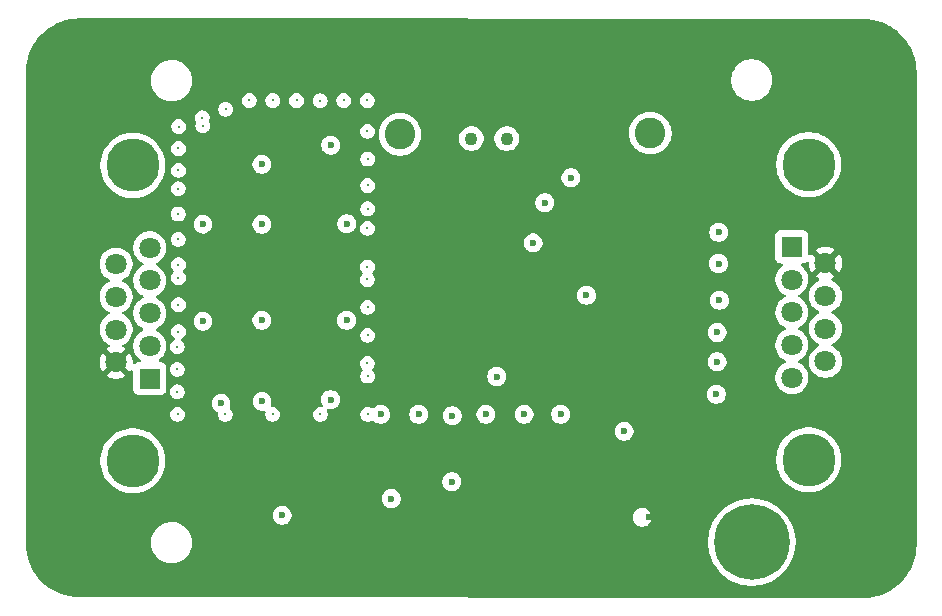
<source format=gbr>
%TF.GenerationSoftware,KiCad,Pcbnew,9.0.7*%
%TF.CreationDate,2026-01-30T16:00:42+01:00*%
%TF.ProjectId,icncconv,69636e63-636f-46e7-962e-6b696361645f,rev?*%
%TF.SameCoordinates,Original*%
%TF.FileFunction,Copper,L3,Inr*%
%TF.FilePolarity,Positive*%
%FSLAX46Y46*%
G04 Gerber Fmt 4.6, Leading zero omitted, Abs format (unit mm)*
G04 Created by KiCad (PCBNEW 9.0.7) date 2026-01-30 16:00:42*
%MOMM*%
%LPD*%
G01*
G04 APERTURE LIST*
%TA.AperFunction,ComponentPad*%
%ADD10C,6.400000*%
%TD*%
%TA.AperFunction,ComponentPad*%
%ADD11C,1.100000*%
%TD*%
%TA.AperFunction,ComponentPad*%
%ADD12C,1.800000*%
%TD*%
%TA.AperFunction,ComponentPad*%
%ADD13R,1.800000X1.800000*%
%TD*%
%TA.AperFunction,ComponentPad*%
%ADD14C,4.500000*%
%TD*%
%TA.AperFunction,ComponentPad*%
%ADD15C,2.600000*%
%TD*%
%TA.AperFunction,ViaPad*%
%ADD16C,0.250000*%
%TD*%
%TA.AperFunction,ViaPad*%
%ADD17C,0.600000*%
%TD*%
G04 APERTURE END LIST*
D10*
%TO.N,GNDS*%
%TO.C,H5*%
X176490000Y-119820000D03*
%TD*%
D11*
%TO.N,*%
%TO.C,SW1*%
X155750000Y-85650000D03*
X152750000Y-85650000D03*
%TD*%
D12*
%TO.N,COS+*%
%TO.C,J1*%
X125506047Y-100433112D03*
%TO.N,SIN+*%
X125506047Y-94893112D03*
%TO.N,SIN-*%
X125506047Y-97663112D03*
%TO.N,COS-*%
X125506047Y-103203112D03*
D13*
%TO.N,GND*%
X125506047Y-105973112D03*
D12*
%TO.N,IDX+*%
X122666047Y-96283112D03*
%TO.N,IDX-*%
X122666047Y-99053112D03*
%TO.N,SHIELD*%
X122666047Y-101823112D03*
%TO.N,+5V*%
X122666047Y-104593112D03*
D14*
%TO.N,GNDS*%
X124086047Y-87933112D03*
X124086047Y-112933112D03*
%TD*%
D15*
%TO.N,Net-(RV3-Pad2)*%
%TO.C,TP1*%
X167900000Y-85200000D03*
%TD*%
%TO.N,GND*%
%TO.C,TP2*%
X146700000Y-85300000D03*
%TD*%
D12*
%TO.N,A-*%
%TO.C,J3*%
X179880000Y-100360000D03*
%TO.N,Z-*%
X179880000Y-105900000D03*
%TO.N,B+*%
X179880000Y-103130000D03*
%TO.N,A+*%
X179880000Y-97590000D03*
D13*
%TO.N,GND*%
X179880000Y-94820000D03*
D12*
%TO.N,Z+*%
X182720000Y-104510000D03*
%TO.N,B-*%
X182720000Y-101740000D03*
%TO.N,SHIELD*%
X182720000Y-98970000D03*
%TO.N,+5V*%
X182720000Y-96200000D03*
D14*
%TO.N,GNDS*%
X181300000Y-112860000D03*
X181300000Y-87860000D03*
%TD*%
D16*
%TO.N,GND*%
X127940000Y-96330000D03*
X127940000Y-99720000D03*
X127940000Y-97440000D03*
X127940000Y-102000000D03*
X127930000Y-89890000D03*
X127920000Y-92036667D03*
X127920000Y-94183333D03*
X127850000Y-103280000D03*
X127840000Y-105186667D03*
X127850000Y-107093333D03*
X127940000Y-86490000D03*
X129960000Y-83880000D03*
X143940000Y-82430000D03*
X143950000Y-85040000D03*
X143970000Y-87380000D03*
X143960142Y-91599858D03*
X143950000Y-93250000D03*
X143950000Y-96520000D03*
X143940000Y-97580000D03*
X143960000Y-99946667D03*
X143960000Y-102313333D03*
X143940000Y-104680000D03*
X143970000Y-105760000D03*
D17*
X140830000Y-86210000D03*
X142180000Y-101030000D03*
X140820000Y-107760000D03*
X142190000Y-92870000D03*
X130020000Y-101110000D03*
%TO.N,ICNV_VREF*%
X135010000Y-87840000D03*
X135010000Y-92920000D03*
X135010000Y-101030000D03*
X135020000Y-107890000D03*
%TO.N,GND*%
X136720000Y-117555000D03*
%TO.N,+5V*%
X134250000Y-116115000D03*
%TO.N,GND*%
X145960000Y-116135000D03*
D16*
X139940000Y-82440000D03*
X143960000Y-89620000D03*
X141940000Y-82425000D03*
X137940000Y-82425000D03*
X135940000Y-82425000D03*
X133940000Y-82425000D03*
X131950000Y-83160000D03*
X127970000Y-84635000D03*
X127940000Y-88345000D03*
D17*
X131550000Y-108070000D03*
D16*
X127870000Y-109000000D03*
X131897500Y-109000000D03*
X135925000Y-109000000D03*
X139952500Y-109000000D03*
X143980000Y-109000000D03*
D17*
%TO.N,+5V*%
X153910000Y-96720000D03*
D16*
%TO.N,GND*%
X130010000Y-84565000D03*
D17*
X130020000Y-92895000D03*
X160300000Y-108990000D03*
X167810000Y-117730000D03*
X173680000Y-93590000D03*
X173670000Y-96231750D03*
X173750000Y-99350000D03*
X173550000Y-102070000D03*
X173550000Y-104550000D03*
X173490000Y-107300000D03*
%TO.N,+5V*%
X172330000Y-106100000D03*
%TO.N,GND*%
X148288000Y-109000000D03*
X151090000Y-114700000D03*
X153979000Y-109000000D03*
X154900000Y-105800000D03*
X157967500Y-94490000D03*
X157209500Y-109000000D03*
X162492300Y-98919750D03*
X161175000Y-88975000D03*
X165675000Y-110440000D03*
X145057500Y-109000000D03*
%TO.N,ICNV_VREF*%
X158960000Y-91080000D03*
X151130000Y-109110000D03*
%TO.N,+5V*%
X148288000Y-114700000D03*
X153100000Y-90500000D03*
X153979000Y-114700000D03*
X165600000Y-107310000D03*
X168492300Y-97472550D03*
%TD*%
%TA.AperFunction,Conductor*%
%TO.N,+5V*%
G36*
X185878387Y-75534916D02*
G01*
X185878577Y-75534967D01*
X185941870Y-75534966D01*
X185947180Y-75535084D01*
X186331244Y-75551849D01*
X186341978Y-75552789D01*
X186720451Y-75602614D01*
X186731070Y-75604486D01*
X187103770Y-75687108D01*
X187114185Y-75689899D01*
X187478243Y-75804684D01*
X187488386Y-75808375D01*
X187841082Y-75954462D01*
X187850842Y-75959014D01*
X188090837Y-76083946D01*
X188189442Y-76135276D01*
X188198810Y-76140685D01*
X188520734Y-76345770D01*
X188529596Y-76351975D01*
X188832422Y-76584338D01*
X188840709Y-76591291D01*
X189122138Y-76849170D01*
X189129787Y-76856819D01*
X189387669Y-77138245D01*
X189394622Y-77146532D01*
X189626987Y-77449350D01*
X189633192Y-77458211D01*
X189838284Y-77780138D01*
X189843693Y-77789506D01*
X190019950Y-78128086D01*
X190024522Y-78137891D01*
X190170595Y-78490536D01*
X190174295Y-78500701D01*
X190289082Y-78864751D01*
X190291881Y-78875199D01*
X190374497Y-79247841D01*
X190376376Y-79258495D01*
X190426202Y-79636936D01*
X190427144Y-79647710D01*
X190443848Y-80030208D01*
X190443966Y-80035618D01*
X190443966Y-119968573D01*
X190443965Y-119968577D01*
X190443965Y-119981755D01*
X190443965Y-119998748D01*
X190443965Y-120031764D01*
X190443847Y-120037172D01*
X190427083Y-120421220D01*
X190426140Y-120431997D01*
X190376320Y-120810429D01*
X190374442Y-120821082D01*
X190291827Y-121193745D01*
X190289027Y-121204194D01*
X190174248Y-121568231D01*
X190170548Y-121578396D01*
X190024479Y-121931040D01*
X190019907Y-121940845D01*
X189843659Y-122279416D01*
X189838251Y-122288784D01*
X189633157Y-122610719D01*
X189626952Y-122619580D01*
X189394592Y-122922398D01*
X189387638Y-122930685D01*
X189129759Y-123212110D01*
X189122110Y-123219759D01*
X188840685Y-123477638D01*
X188832398Y-123484592D01*
X188529580Y-123716952D01*
X188520719Y-123723157D01*
X188198784Y-123928251D01*
X188189416Y-123933659D01*
X187850845Y-124109907D01*
X187841040Y-124114479D01*
X187488396Y-124260548D01*
X187478231Y-124264248D01*
X187114194Y-124379027D01*
X187103745Y-124381827D01*
X186731082Y-124464442D01*
X186720429Y-124466320D01*
X186341997Y-124516140D01*
X186331219Y-124517083D01*
X185947225Y-124533844D01*
X185941722Y-124533962D01*
X119610299Y-124482668D01*
X119610296Y-124482668D01*
X119602125Y-124482661D01*
X119601934Y-124482611D01*
X119538638Y-124482611D01*
X119538630Y-124482608D01*
X119533330Y-124482493D01*
X119522450Y-124482018D01*
X119149287Y-124465729D01*
X119138511Y-124464786D01*
X118760079Y-124414968D01*
X118749426Y-124413090D01*
X118376759Y-124330475D01*
X118366309Y-124327675D01*
X118002268Y-124212896D01*
X117992113Y-124209200D01*
X117639440Y-124063122D01*
X117629657Y-124058560D01*
X117291070Y-123882305D01*
X117281702Y-123876896D01*
X116959778Y-123671811D01*
X116950916Y-123665606D01*
X116648089Y-123433242D01*
X116639802Y-123426289D01*
X116626314Y-123413930D01*
X116358373Y-123168410D01*
X116350724Y-123160761D01*
X116201450Y-122997859D01*
X116092838Y-122879331D01*
X116085906Y-122871070D01*
X115853515Y-122568216D01*
X115847322Y-122559370D01*
X115746424Y-122400994D01*
X115642227Y-122237439D01*
X115636820Y-122228073D01*
X115460564Y-121889493D01*
X115455992Y-121879689D01*
X115338295Y-121595546D01*
X115309917Y-121527036D01*
X115306220Y-121516878D01*
X115191433Y-121152828D01*
X115188640Y-121142402D01*
X115106015Y-120769713D01*
X115104142Y-120759086D01*
X115054315Y-120380620D01*
X115053375Y-120369882D01*
X115037074Y-119996544D01*
X115036665Y-119987164D01*
X115036547Y-119981755D01*
X115036547Y-119760258D01*
X125629500Y-119760258D01*
X125629500Y-119989741D01*
X125635745Y-120037172D01*
X125659452Y-120217238D01*
X125700347Y-120369863D01*
X125718842Y-120438887D01*
X125806650Y-120650876D01*
X125806657Y-120650890D01*
X125921392Y-120849617D01*
X126061081Y-121031661D01*
X126061089Y-121031670D01*
X126223330Y-121193911D01*
X126223338Y-121193918D01*
X126405382Y-121333607D01*
X126405385Y-121333608D01*
X126405388Y-121333611D01*
X126604112Y-121448344D01*
X126604117Y-121448346D01*
X126604123Y-121448349D01*
X126695480Y-121486190D01*
X126816113Y-121536158D01*
X127037762Y-121595548D01*
X127265266Y-121625500D01*
X127265273Y-121625500D01*
X127494727Y-121625500D01*
X127494734Y-121625500D01*
X127722238Y-121595548D01*
X127943887Y-121536158D01*
X128155888Y-121448344D01*
X128354612Y-121333611D01*
X128536661Y-121193919D01*
X128536665Y-121193914D01*
X128536670Y-121193911D01*
X128698911Y-121031670D01*
X128698914Y-121031665D01*
X128698919Y-121031661D01*
X128838611Y-120849612D01*
X128953344Y-120650888D01*
X129041158Y-120438887D01*
X129100548Y-120217238D01*
X129130500Y-119989734D01*
X129130500Y-119760266D01*
X129114430Y-119638206D01*
X172789500Y-119638206D01*
X172789500Y-120001794D01*
X172800337Y-120111829D01*
X172825137Y-120363630D01*
X172896064Y-120720212D01*
X172896067Y-120720223D01*
X173001614Y-121068165D01*
X173140754Y-121404078D01*
X173140756Y-121404083D01*
X173312140Y-121724720D01*
X173312144Y-121724727D01*
X173312147Y-121724732D01*
X173419030Y-121884694D01*
X173514140Y-122027035D01*
X173514150Y-122027049D01*
X173744807Y-122308106D01*
X174001893Y-122565192D01*
X174001898Y-122565196D01*
X174001899Y-122565197D01*
X174282956Y-122795854D01*
X174585268Y-122997853D01*
X174585277Y-122997858D01*
X174585279Y-122997859D01*
X174905916Y-123169243D01*
X174905918Y-123169243D01*
X174905924Y-123169247D01*
X175241836Y-123308386D01*
X175589767Y-123413930D01*
X175589773Y-123413931D01*
X175589776Y-123413932D01*
X175589787Y-123413935D01*
X175910051Y-123477638D01*
X175946369Y-123484862D01*
X176308206Y-123520500D01*
X176308209Y-123520500D01*
X176671791Y-123520500D01*
X176671794Y-123520500D01*
X177033631Y-123484862D01*
X177103045Y-123471054D01*
X177390212Y-123413935D01*
X177390223Y-123413932D01*
X177390223Y-123413931D01*
X177390233Y-123413930D01*
X177738164Y-123308386D01*
X178074076Y-123169247D01*
X178394732Y-122997853D01*
X178697044Y-122795854D01*
X178978101Y-122565197D01*
X179235197Y-122308101D01*
X179465854Y-122027044D01*
X179667853Y-121724732D01*
X179839247Y-121404076D01*
X179978386Y-121068164D01*
X180083930Y-120720233D01*
X180083932Y-120720223D01*
X180083935Y-120720212D01*
X180154862Y-120363630D01*
X180169280Y-120217240D01*
X180190500Y-120001794D01*
X180190500Y-119638206D01*
X180154862Y-119276369D01*
X180119604Y-119099112D01*
X180083935Y-118919787D01*
X180083932Y-118919776D01*
X180083931Y-118919773D01*
X180083930Y-118919767D01*
X179978386Y-118571836D01*
X179839247Y-118235924D01*
X179830889Y-118220288D01*
X179667859Y-117915279D01*
X179667858Y-117915277D01*
X179667853Y-117915268D01*
X179465854Y-117612956D01*
X179235197Y-117331899D01*
X179235196Y-117331898D01*
X179235192Y-117331893D01*
X178978106Y-117074807D01*
X178697049Y-116844150D01*
X178697048Y-116844149D01*
X178697044Y-116844146D01*
X178394732Y-116642147D01*
X178394727Y-116642144D01*
X178394720Y-116642140D01*
X178074083Y-116470756D01*
X178074078Y-116470754D01*
X177738165Y-116331614D01*
X177390223Y-116226067D01*
X177390212Y-116226064D01*
X177033630Y-116155137D01*
X176761111Y-116128296D01*
X176671794Y-116119500D01*
X176308206Y-116119500D01*
X176225679Y-116127628D01*
X175946369Y-116155137D01*
X175589787Y-116226064D01*
X175589776Y-116226067D01*
X175241834Y-116331614D01*
X174905921Y-116470754D01*
X174905916Y-116470756D01*
X174585279Y-116642140D01*
X174585261Y-116642151D01*
X174282964Y-116844140D01*
X174282950Y-116844150D01*
X174001893Y-117074807D01*
X173744807Y-117331893D01*
X173514158Y-117612941D01*
X173514140Y-117612964D01*
X173312151Y-117915261D01*
X173312140Y-117915279D01*
X173140756Y-118235916D01*
X173140754Y-118235921D01*
X173001614Y-118571834D01*
X172896067Y-118919776D01*
X172896064Y-118919787D01*
X172825137Y-119276369D01*
X172799886Y-119532759D01*
X172789500Y-119638206D01*
X129114430Y-119638206D01*
X129100548Y-119532762D01*
X129041158Y-119311113D01*
X128953344Y-119099112D01*
X128838611Y-118900388D01*
X128838608Y-118900385D01*
X128838607Y-118900382D01*
X128698918Y-118718338D01*
X128698911Y-118718330D01*
X128536670Y-118556089D01*
X128536661Y-118556081D01*
X128354617Y-118416392D01*
X128155890Y-118301657D01*
X128155876Y-118301650D01*
X127943887Y-118213842D01*
X127722238Y-118154452D01*
X127684215Y-118149446D01*
X127494741Y-118124500D01*
X127494734Y-118124500D01*
X127265266Y-118124500D01*
X127265258Y-118124500D01*
X127048715Y-118153009D01*
X127037762Y-118154452D01*
X126954398Y-118176789D01*
X126816112Y-118213842D01*
X126604123Y-118301650D01*
X126604109Y-118301657D01*
X126405382Y-118416392D01*
X126223338Y-118556081D01*
X126061081Y-118718338D01*
X125921392Y-118900382D01*
X125806657Y-119099109D01*
X125806650Y-119099123D01*
X125718842Y-119311112D01*
X125659453Y-119532759D01*
X125659451Y-119532770D01*
X125629500Y-119760258D01*
X115036547Y-119760258D01*
X115036547Y-117476153D01*
X135919500Y-117476153D01*
X135919500Y-117633846D01*
X135950261Y-117788489D01*
X135950264Y-117788501D01*
X136010602Y-117934172D01*
X136010609Y-117934185D01*
X136098210Y-118065288D01*
X136098213Y-118065292D01*
X136209707Y-118176786D01*
X136209711Y-118176789D01*
X136340814Y-118264390D01*
X136340827Y-118264397D01*
X136486498Y-118324735D01*
X136486503Y-118324737D01*
X136641153Y-118355499D01*
X136641156Y-118355500D01*
X136641158Y-118355500D01*
X136798844Y-118355500D01*
X136798845Y-118355499D01*
X136953497Y-118324737D01*
X137099179Y-118264394D01*
X137230289Y-118176789D01*
X137341789Y-118065289D01*
X137429394Y-117934179D01*
X137489737Y-117788497D01*
X137520500Y-117633842D01*
X137520500Y-117631153D01*
X166399500Y-117631153D01*
X166399500Y-117788846D01*
X166430261Y-117943489D01*
X166430264Y-117943501D01*
X166490602Y-118089172D01*
X166490609Y-118089185D01*
X166578210Y-118220288D01*
X166578213Y-118220292D01*
X166689707Y-118331786D01*
X166689711Y-118331789D01*
X166820814Y-118419390D01*
X166820827Y-118419397D01*
X166966498Y-118479735D01*
X166966503Y-118479737D01*
X167121153Y-118510499D01*
X167121156Y-118510500D01*
X167121158Y-118510500D01*
X167278844Y-118510500D01*
X167278845Y-118510499D01*
X167433497Y-118479737D01*
X167579179Y-118419394D01*
X167710289Y-118331789D01*
X167821789Y-118220289D01*
X167909394Y-118089179D01*
X167919290Y-118065289D01*
X167969735Y-117943501D01*
X167969737Y-117943497D01*
X168000500Y-117788842D01*
X168000500Y-117631158D01*
X168000500Y-117631155D01*
X168000499Y-117631153D01*
X167969738Y-117476510D01*
X167969737Y-117476503D01*
X167909841Y-117331899D01*
X167909397Y-117330827D01*
X167909390Y-117330814D01*
X167821789Y-117199711D01*
X167821786Y-117199707D01*
X167710292Y-117088213D01*
X167710288Y-117088210D01*
X167579185Y-117000609D01*
X167579172Y-117000602D01*
X167433501Y-116940264D01*
X167433489Y-116940261D01*
X167278845Y-116909500D01*
X167278842Y-116909500D01*
X167121158Y-116909500D01*
X167121155Y-116909500D01*
X166966510Y-116940261D01*
X166966498Y-116940264D01*
X166820827Y-117000602D01*
X166820814Y-117000609D01*
X166689711Y-117088210D01*
X166689707Y-117088213D01*
X166578213Y-117199707D01*
X166578210Y-117199711D01*
X166490609Y-117330814D01*
X166490602Y-117330827D01*
X166430264Y-117476498D01*
X166430261Y-117476510D01*
X166399500Y-117631153D01*
X137520500Y-117631153D01*
X137520500Y-117476158D01*
X137520500Y-117476155D01*
X137520499Y-117476153D01*
X137491805Y-117331899D01*
X137489737Y-117321503D01*
X137489735Y-117321498D01*
X137429397Y-117175827D01*
X137429390Y-117175814D01*
X137341789Y-117044711D01*
X137341786Y-117044707D01*
X137230292Y-116933213D01*
X137230288Y-116933210D01*
X137099185Y-116845609D01*
X137099172Y-116845602D01*
X136953501Y-116785264D01*
X136953489Y-116785261D01*
X136798845Y-116754500D01*
X136798842Y-116754500D01*
X136641158Y-116754500D01*
X136641155Y-116754500D01*
X136486510Y-116785261D01*
X136486498Y-116785264D01*
X136340827Y-116845602D01*
X136340814Y-116845609D01*
X136209711Y-116933210D01*
X136209707Y-116933213D01*
X136098213Y-117044707D01*
X136098210Y-117044711D01*
X136010609Y-117175814D01*
X136010602Y-117175827D01*
X135950264Y-117321498D01*
X135950261Y-117321510D01*
X135919500Y-117476153D01*
X115036547Y-117476153D01*
X115036547Y-116056153D01*
X145159500Y-116056153D01*
X145159500Y-116213846D01*
X145190261Y-116368489D01*
X145190264Y-116368501D01*
X145250602Y-116514172D01*
X145250609Y-116514185D01*
X145338210Y-116645288D01*
X145338213Y-116645292D01*
X145449707Y-116756786D01*
X145449711Y-116756789D01*
X145580814Y-116844390D01*
X145580827Y-116844397D01*
X145726498Y-116904735D01*
X145726503Y-116904737D01*
X145869661Y-116933213D01*
X145881153Y-116935499D01*
X145881156Y-116935500D01*
X145881158Y-116935500D01*
X146038844Y-116935500D01*
X146038845Y-116935499D01*
X146193497Y-116904737D01*
X146339179Y-116844394D01*
X146470289Y-116756789D01*
X146581789Y-116645289D01*
X146669394Y-116514179D01*
X146729737Y-116368497D01*
X146760500Y-116213842D01*
X146760500Y-116056158D01*
X146760500Y-116056155D01*
X146760499Y-116056153D01*
X146729738Y-115901510D01*
X146729737Y-115901503D01*
X146729735Y-115901498D01*
X146669397Y-115755827D01*
X146669390Y-115755814D01*
X146581789Y-115624711D01*
X146581786Y-115624707D01*
X146470292Y-115513213D01*
X146470288Y-115513210D01*
X146339185Y-115425609D01*
X146339172Y-115425602D01*
X146193501Y-115365264D01*
X146193489Y-115365261D01*
X146038845Y-115334500D01*
X146038842Y-115334500D01*
X145881158Y-115334500D01*
X145881155Y-115334500D01*
X145726510Y-115365261D01*
X145726498Y-115365264D01*
X145580827Y-115425602D01*
X145580814Y-115425609D01*
X145449711Y-115513210D01*
X145449707Y-115513213D01*
X145338213Y-115624707D01*
X145338210Y-115624711D01*
X145250609Y-115755814D01*
X145250602Y-115755827D01*
X145190264Y-115901498D01*
X145190261Y-115901510D01*
X145159500Y-116056153D01*
X115036547Y-116056153D01*
X115036547Y-112778640D01*
X121335547Y-112778640D01*
X121335547Y-113087583D01*
X121370133Y-113394549D01*
X121370136Y-113394567D01*
X121438878Y-113695747D01*
X121438882Y-113695759D01*
X121540909Y-113987334D01*
X121540915Y-113987348D01*
X121674950Y-114265674D01*
X121674952Y-114265677D01*
X121839312Y-114527255D01*
X122031927Y-114768786D01*
X122250373Y-114987232D01*
X122491904Y-115179847D01*
X122753482Y-115344207D01*
X123031818Y-115478247D01*
X123095413Y-115500500D01*
X123323399Y-115580276D01*
X123323411Y-115580280D01*
X123624595Y-115649023D01*
X123624601Y-115649023D01*
X123624609Y-115649025D01*
X123829253Y-115672082D01*
X123931576Y-115683611D01*
X123931579Y-115683612D01*
X123931582Y-115683612D01*
X124240515Y-115683612D01*
X124240516Y-115683611D01*
X124397403Y-115665934D01*
X124547484Y-115649025D01*
X124547489Y-115649024D01*
X124547499Y-115649023D01*
X124848683Y-115580280D01*
X125140276Y-115478247D01*
X125418612Y-115344207D01*
X125680190Y-115179847D01*
X125921721Y-114987232D01*
X126140167Y-114768786D01*
X126257901Y-114621153D01*
X150289500Y-114621153D01*
X150289500Y-114778846D01*
X150320261Y-114933489D01*
X150320264Y-114933501D01*
X150380602Y-115079172D01*
X150380609Y-115079185D01*
X150468210Y-115210288D01*
X150468213Y-115210292D01*
X150579707Y-115321786D01*
X150579711Y-115321789D01*
X150710814Y-115409390D01*
X150710827Y-115409397D01*
X150856498Y-115469735D01*
X150856503Y-115469737D01*
X151011153Y-115500499D01*
X151011156Y-115500500D01*
X151011158Y-115500500D01*
X151168844Y-115500500D01*
X151168845Y-115500499D01*
X151323497Y-115469737D01*
X151469179Y-115409394D01*
X151600289Y-115321789D01*
X151711789Y-115210289D01*
X151799394Y-115079179D01*
X151859737Y-114933497D01*
X151890500Y-114778842D01*
X151890500Y-114621158D01*
X151890500Y-114621155D01*
X151890499Y-114621153D01*
X151859737Y-114466503D01*
X151854617Y-114454141D01*
X151799397Y-114320827D01*
X151799390Y-114320814D01*
X151711789Y-114189711D01*
X151711786Y-114189707D01*
X151600292Y-114078213D01*
X151600288Y-114078210D01*
X151469185Y-113990609D01*
X151469172Y-113990602D01*
X151323501Y-113930264D01*
X151323489Y-113930261D01*
X151168845Y-113899500D01*
X151168842Y-113899500D01*
X151011158Y-113899500D01*
X151011155Y-113899500D01*
X150856510Y-113930261D01*
X150856498Y-113930264D01*
X150710827Y-113990602D01*
X150710814Y-113990609D01*
X150579711Y-114078210D01*
X150579707Y-114078213D01*
X150468213Y-114189707D01*
X150468210Y-114189711D01*
X150380609Y-114320814D01*
X150380602Y-114320827D01*
X150320264Y-114466498D01*
X150320261Y-114466510D01*
X150289500Y-114621153D01*
X126257901Y-114621153D01*
X126332782Y-114527255D01*
X126497142Y-114265677D01*
X126631182Y-113987341D01*
X126733215Y-113695748D01*
X126801958Y-113394564D01*
X126810196Y-113321455D01*
X126836546Y-113087583D01*
X126836547Y-113087579D01*
X126836547Y-112778644D01*
X126836546Y-112778642D01*
X126829482Y-112715940D01*
X126829482Y-112715939D01*
X126828309Y-112705528D01*
X178549500Y-112705528D01*
X178549500Y-113014471D01*
X178584086Y-113321437D01*
X178584089Y-113321455D01*
X178652831Y-113622635D01*
X178652835Y-113622647D01*
X178754862Y-113914222D01*
X178754868Y-113914236D01*
X178888903Y-114192562D01*
X178888905Y-114192565D01*
X179053265Y-114454143D01*
X179245880Y-114695674D01*
X179464326Y-114914120D01*
X179705857Y-115106735D01*
X179967435Y-115271095D01*
X180245771Y-115405135D01*
X180257951Y-115409397D01*
X180537352Y-115507164D01*
X180537364Y-115507168D01*
X180838548Y-115575911D01*
X180838554Y-115575911D01*
X180838562Y-115575913D01*
X181043206Y-115598970D01*
X181145529Y-115610499D01*
X181145532Y-115610500D01*
X181145535Y-115610500D01*
X181454468Y-115610500D01*
X181454469Y-115610499D01*
X181611356Y-115592822D01*
X181761437Y-115575913D01*
X181761442Y-115575912D01*
X181761452Y-115575911D01*
X182062636Y-115507168D01*
X182354229Y-115405135D01*
X182632565Y-115271095D01*
X182894143Y-115106735D01*
X183135674Y-114914120D01*
X183354120Y-114695674D01*
X183546735Y-114454143D01*
X183711095Y-114192565D01*
X183845135Y-113914229D01*
X183947168Y-113622636D01*
X184015911Y-113321452D01*
X184050500Y-113014465D01*
X184050500Y-112705535D01*
X184038970Y-112603206D01*
X184015913Y-112398562D01*
X184015910Y-112398544D01*
X183947168Y-112097364D01*
X183947164Y-112097352D01*
X183845137Y-111805777D01*
X183845135Y-111805771D01*
X183711095Y-111527435D01*
X183546735Y-111265857D01*
X183354120Y-111024326D01*
X183135674Y-110805880D01*
X182894143Y-110613265D01*
X182632565Y-110448905D01*
X182632562Y-110448903D01*
X182354236Y-110314868D01*
X182354222Y-110314862D01*
X182062647Y-110212835D01*
X182062635Y-110212831D01*
X181761455Y-110144089D01*
X181761437Y-110144086D01*
X181454471Y-110109500D01*
X181454465Y-110109500D01*
X181145535Y-110109500D01*
X181145528Y-110109500D01*
X180838562Y-110144086D01*
X180838544Y-110144089D01*
X180537364Y-110212831D01*
X180537352Y-110212835D01*
X180245777Y-110314862D01*
X180245763Y-110314868D01*
X179967437Y-110448903D01*
X179705858Y-110613264D01*
X179464326Y-110805879D01*
X179245879Y-111024326D01*
X179053264Y-111265858D01*
X178888903Y-111527437D01*
X178754868Y-111805763D01*
X178754862Y-111805777D01*
X178652835Y-112097352D01*
X178652831Y-112097364D01*
X178584089Y-112398544D01*
X178584086Y-112398562D01*
X178549500Y-112705528D01*
X126828309Y-112705528D01*
X126801960Y-112471674D01*
X126801957Y-112471656D01*
X126733215Y-112170476D01*
X126733211Y-112170464D01*
X126631184Y-111878889D01*
X126631182Y-111878883D01*
X126497142Y-111600547D01*
X126332782Y-111338969D01*
X126140167Y-111097438D01*
X125921721Y-110878992D01*
X125680190Y-110686377D01*
X125418612Y-110522017D01*
X125418609Y-110522015D01*
X125303925Y-110466786D01*
X125140283Y-110387980D01*
X125140269Y-110387974D01*
X125063619Y-110361153D01*
X164874500Y-110361153D01*
X164874500Y-110518846D01*
X164905261Y-110673489D01*
X164905264Y-110673501D01*
X164965602Y-110819172D01*
X164965609Y-110819185D01*
X165053210Y-110950288D01*
X165053213Y-110950292D01*
X165164707Y-111061786D01*
X165164711Y-111061789D01*
X165295814Y-111149390D01*
X165295827Y-111149397D01*
X165441498Y-111209735D01*
X165441503Y-111209737D01*
X165596153Y-111240499D01*
X165596156Y-111240500D01*
X165596158Y-111240500D01*
X165753844Y-111240500D01*
X165753845Y-111240499D01*
X165908497Y-111209737D01*
X166054179Y-111149394D01*
X166185289Y-111061789D01*
X166296789Y-110950289D01*
X166384394Y-110819179D01*
X166444737Y-110673497D01*
X166475500Y-110518842D01*
X166475500Y-110361158D01*
X166475500Y-110361155D01*
X166475499Y-110361153D01*
X166466291Y-110314862D01*
X166444737Y-110206503D01*
X166434841Y-110182612D01*
X166384397Y-110060827D01*
X166384390Y-110060814D01*
X166296789Y-109929711D01*
X166296786Y-109929707D01*
X166185292Y-109818213D01*
X166185288Y-109818210D01*
X166054185Y-109730609D01*
X166054172Y-109730602D01*
X165908501Y-109670264D01*
X165908489Y-109670261D01*
X165753845Y-109639500D01*
X165753842Y-109639500D01*
X165596158Y-109639500D01*
X165596155Y-109639500D01*
X165441510Y-109670261D01*
X165441498Y-109670264D01*
X165295827Y-109730602D01*
X165295814Y-109730609D01*
X165164711Y-109818210D01*
X165164707Y-109818213D01*
X165053213Y-109929707D01*
X165053210Y-109929711D01*
X164965609Y-110060814D01*
X164965602Y-110060827D01*
X164905264Y-110206498D01*
X164905261Y-110206510D01*
X164874500Y-110361153D01*
X125063619Y-110361153D01*
X124848694Y-110285947D01*
X124848682Y-110285943D01*
X124547502Y-110217201D01*
X124547484Y-110217198D01*
X124240518Y-110182612D01*
X124240512Y-110182612D01*
X123931582Y-110182612D01*
X123931575Y-110182612D01*
X123624609Y-110217198D01*
X123624591Y-110217201D01*
X123323411Y-110285943D01*
X123323399Y-110285947D01*
X123031824Y-110387974D01*
X123031810Y-110387980D01*
X122753484Y-110522015D01*
X122491905Y-110686376D01*
X122250373Y-110878991D01*
X122031926Y-111097438D01*
X121839311Y-111338970D01*
X121674950Y-111600549D01*
X121540915Y-111878875D01*
X121540909Y-111878889D01*
X121438882Y-112170464D01*
X121438878Y-112170476D01*
X121370136Y-112471656D01*
X121370133Y-112471674D01*
X121335547Y-112778640D01*
X115036547Y-112778640D01*
X115036547Y-108938389D01*
X127244500Y-108938389D01*
X127244500Y-109061610D01*
X127268535Y-109182444D01*
X127268538Y-109182454D01*
X127315687Y-109296283D01*
X127315692Y-109296292D01*
X127384141Y-109398732D01*
X127384144Y-109398736D01*
X127471263Y-109485855D01*
X127471267Y-109485858D01*
X127573707Y-109554307D01*
X127573713Y-109554310D01*
X127573714Y-109554311D01*
X127687548Y-109601463D01*
X127782191Y-109620288D01*
X127808389Y-109625499D01*
X127808393Y-109625500D01*
X127808394Y-109625500D01*
X127931607Y-109625500D01*
X127931608Y-109625499D01*
X128052452Y-109601463D01*
X128166286Y-109554311D01*
X128268733Y-109485858D01*
X128355858Y-109398733D01*
X128424311Y-109296286D01*
X128471463Y-109182452D01*
X128495500Y-109061606D01*
X128495500Y-108938394D01*
X128471463Y-108817548D01*
X128424311Y-108703714D01*
X128424310Y-108703713D01*
X128424307Y-108703707D01*
X128355858Y-108601267D01*
X128355855Y-108601263D01*
X128268736Y-108514144D01*
X128268732Y-108514141D01*
X128166292Y-108445692D01*
X128166283Y-108445687D01*
X128056689Y-108400292D01*
X128052452Y-108398537D01*
X128052448Y-108398536D01*
X128052444Y-108398535D01*
X127931610Y-108374500D01*
X127931606Y-108374500D01*
X127808394Y-108374500D01*
X127808389Y-108374500D01*
X127687555Y-108398535D01*
X127687545Y-108398538D01*
X127573716Y-108445687D01*
X127573707Y-108445692D01*
X127471267Y-108514141D01*
X127471263Y-108514144D01*
X127384144Y-108601263D01*
X127384141Y-108601267D01*
X127315692Y-108703707D01*
X127315687Y-108703716D01*
X127268538Y-108817545D01*
X127268535Y-108817555D01*
X127244500Y-108938389D01*
X115036547Y-108938389D01*
X115036547Y-107991153D01*
X130749500Y-107991153D01*
X130749500Y-108148846D01*
X130780261Y-108303489D01*
X130780264Y-108303501D01*
X130840602Y-108449172D01*
X130840609Y-108449185D01*
X130928210Y-108580288D01*
X130928213Y-108580292D01*
X131039707Y-108691786D01*
X131039711Y-108691789D01*
X131170814Y-108779390D01*
X131170818Y-108779392D01*
X131170821Y-108779394D01*
X131199500Y-108791273D01*
X131253902Y-108835113D01*
X131275968Y-108901407D01*
X131273665Y-108930024D01*
X131272000Y-108938395D01*
X131272000Y-109061610D01*
X131296035Y-109182444D01*
X131296038Y-109182454D01*
X131343187Y-109296283D01*
X131343192Y-109296292D01*
X131411641Y-109398732D01*
X131411644Y-109398736D01*
X131498763Y-109485855D01*
X131498767Y-109485858D01*
X131601207Y-109554307D01*
X131601213Y-109554310D01*
X131601214Y-109554311D01*
X131715048Y-109601463D01*
X131809691Y-109620288D01*
X131835889Y-109625499D01*
X131835893Y-109625500D01*
X131835894Y-109625500D01*
X131959107Y-109625500D01*
X131959108Y-109625499D01*
X132079952Y-109601463D01*
X132193786Y-109554311D01*
X132296233Y-109485858D01*
X132383358Y-109398733D01*
X132451811Y-109296286D01*
X132498963Y-109182452D01*
X132523000Y-109061606D01*
X132523000Y-108938394D01*
X132498963Y-108817548D01*
X132451811Y-108703714D01*
X132451810Y-108703713D01*
X132451807Y-108703707D01*
X132383358Y-108601267D01*
X132383355Y-108601263D01*
X132309743Y-108527651D01*
X132276258Y-108466328D01*
X132281242Y-108396636D01*
X132282844Y-108392564D01*
X132319737Y-108303497D01*
X132350500Y-108148842D01*
X132350500Y-107991158D01*
X132350500Y-107991155D01*
X132350499Y-107991153D01*
X132319739Y-107836510D01*
X132319735Y-107836498D01*
X132309237Y-107811153D01*
X134219500Y-107811153D01*
X134219500Y-107968846D01*
X134250261Y-108123489D01*
X134250264Y-108123501D01*
X134310602Y-108269172D01*
X134310609Y-108269185D01*
X134398210Y-108400288D01*
X134398213Y-108400292D01*
X134509707Y-108511786D01*
X134509711Y-108511789D01*
X134640814Y-108599390D01*
X134640827Y-108599397D01*
X134742957Y-108641700D01*
X134786503Y-108659737D01*
X134941153Y-108690499D01*
X134941156Y-108690500D01*
X134941158Y-108690500D01*
X135098844Y-108690500D01*
X135177092Y-108674935D01*
X135246684Y-108681162D01*
X135301861Y-108724025D01*
X135325106Y-108789914D01*
X135322902Y-108820739D01*
X135302928Y-108921160D01*
X135299500Y-108938395D01*
X135299500Y-109061610D01*
X135323535Y-109182444D01*
X135323538Y-109182454D01*
X135370687Y-109296283D01*
X135370692Y-109296292D01*
X135439141Y-109398732D01*
X135439144Y-109398736D01*
X135526263Y-109485855D01*
X135526267Y-109485858D01*
X135628707Y-109554307D01*
X135628713Y-109554310D01*
X135628714Y-109554311D01*
X135742548Y-109601463D01*
X135837191Y-109620288D01*
X135863389Y-109625499D01*
X135863393Y-109625500D01*
X135863394Y-109625500D01*
X135986607Y-109625500D01*
X135986608Y-109625499D01*
X136107452Y-109601463D01*
X136221286Y-109554311D01*
X136323733Y-109485858D01*
X136410858Y-109398733D01*
X136479311Y-109296286D01*
X136526463Y-109182452D01*
X136550500Y-109061606D01*
X136550500Y-108938394D01*
X136550499Y-108938389D01*
X139327000Y-108938389D01*
X139327000Y-109061610D01*
X139351035Y-109182444D01*
X139351038Y-109182454D01*
X139398187Y-109296283D01*
X139398192Y-109296292D01*
X139466641Y-109398732D01*
X139466644Y-109398736D01*
X139553763Y-109485855D01*
X139553767Y-109485858D01*
X139656207Y-109554307D01*
X139656213Y-109554310D01*
X139656214Y-109554311D01*
X139770048Y-109601463D01*
X139864691Y-109620288D01*
X139890889Y-109625499D01*
X139890893Y-109625500D01*
X139890894Y-109625500D01*
X140014107Y-109625500D01*
X140014108Y-109625499D01*
X140134952Y-109601463D01*
X140248786Y-109554311D01*
X140351233Y-109485858D01*
X140438358Y-109398733D01*
X140506811Y-109296286D01*
X140553963Y-109182452D01*
X140578000Y-109061606D01*
X140578000Y-108938394D01*
X140577999Y-108938389D01*
X143354500Y-108938389D01*
X143354500Y-109061610D01*
X143378535Y-109182444D01*
X143378538Y-109182454D01*
X143425687Y-109296283D01*
X143425692Y-109296292D01*
X143494141Y-109398732D01*
X143494144Y-109398736D01*
X143581263Y-109485855D01*
X143581267Y-109485858D01*
X143683707Y-109554307D01*
X143683713Y-109554310D01*
X143683714Y-109554311D01*
X143797548Y-109601463D01*
X143892191Y-109620288D01*
X143918389Y-109625499D01*
X143918393Y-109625500D01*
X143918394Y-109625500D01*
X144041607Y-109625500D01*
X144041608Y-109625499D01*
X144162452Y-109601463D01*
X144276286Y-109554311D01*
X144313628Y-109529360D01*
X144380305Y-109508481D01*
X144447685Y-109526965D01*
X144470201Y-109544780D01*
X144547207Y-109621786D01*
X144547211Y-109621789D01*
X144678314Y-109709390D01*
X144678327Y-109709397D01*
X144799863Y-109759738D01*
X144824003Y-109769737D01*
X144978653Y-109800499D01*
X144978656Y-109800500D01*
X144978658Y-109800500D01*
X145136344Y-109800500D01*
X145136345Y-109800499D01*
X145290997Y-109769737D01*
X145436679Y-109709394D01*
X145567789Y-109621789D01*
X145679289Y-109510289D01*
X145766894Y-109379179D01*
X145827237Y-109233497D01*
X145858000Y-109078842D01*
X145858000Y-108921158D01*
X145858000Y-108921155D01*
X145857999Y-108921153D01*
X147487500Y-108921153D01*
X147487500Y-109078846D01*
X147518261Y-109233489D01*
X147518264Y-109233501D01*
X147578602Y-109379172D01*
X147578609Y-109379185D01*
X147666210Y-109510288D01*
X147666213Y-109510292D01*
X147777707Y-109621786D01*
X147777711Y-109621789D01*
X147908814Y-109709390D01*
X147908827Y-109709397D01*
X148030363Y-109759738D01*
X148054503Y-109769737D01*
X148209153Y-109800499D01*
X148209156Y-109800500D01*
X148209158Y-109800500D01*
X148366844Y-109800500D01*
X148366845Y-109800499D01*
X148521497Y-109769737D01*
X148667179Y-109709394D01*
X148798289Y-109621789D01*
X148909789Y-109510289D01*
X148997394Y-109379179D01*
X149057737Y-109233497D01*
X149088500Y-109078842D01*
X149088500Y-109031153D01*
X150329500Y-109031153D01*
X150329500Y-109188846D01*
X150360261Y-109343489D01*
X150360264Y-109343501D01*
X150420602Y-109489172D01*
X150420609Y-109489185D01*
X150508210Y-109620288D01*
X150508213Y-109620292D01*
X150619707Y-109731786D01*
X150619711Y-109731789D01*
X150750814Y-109819390D01*
X150750827Y-109819397D01*
X150896498Y-109879735D01*
X150896503Y-109879737D01*
X151051153Y-109910499D01*
X151051156Y-109910500D01*
X151051158Y-109910500D01*
X151208844Y-109910500D01*
X151208845Y-109910499D01*
X151363497Y-109879737D01*
X151509179Y-109819394D01*
X151640289Y-109731789D01*
X151751789Y-109620289D01*
X151839394Y-109489179D01*
X151899737Y-109343497D01*
X151930500Y-109188842D01*
X151930500Y-109031158D01*
X151930500Y-109031155D01*
X151912220Y-108939258D01*
X151912220Y-108939257D01*
X151908619Y-108921153D01*
X153178500Y-108921153D01*
X153178500Y-109078846D01*
X153209261Y-109233489D01*
X153209264Y-109233501D01*
X153269602Y-109379172D01*
X153269609Y-109379185D01*
X153357210Y-109510288D01*
X153357213Y-109510292D01*
X153468707Y-109621786D01*
X153468711Y-109621789D01*
X153599814Y-109709390D01*
X153599827Y-109709397D01*
X153721363Y-109759738D01*
X153745503Y-109769737D01*
X153900153Y-109800499D01*
X153900156Y-109800500D01*
X153900158Y-109800500D01*
X154057844Y-109800500D01*
X154057845Y-109800499D01*
X154212497Y-109769737D01*
X154358179Y-109709394D01*
X154489289Y-109621789D01*
X154600789Y-109510289D01*
X154688394Y-109379179D01*
X154748737Y-109233497D01*
X154779500Y-109078842D01*
X154779500Y-108921158D01*
X154779500Y-108921155D01*
X154779499Y-108921153D01*
X156409000Y-108921153D01*
X156409000Y-109078846D01*
X156439761Y-109233489D01*
X156439764Y-109233501D01*
X156500102Y-109379172D01*
X156500109Y-109379185D01*
X156587710Y-109510288D01*
X156587713Y-109510292D01*
X156699207Y-109621786D01*
X156699211Y-109621789D01*
X156830314Y-109709390D01*
X156830327Y-109709397D01*
X156951863Y-109759738D01*
X156976003Y-109769737D01*
X157130653Y-109800499D01*
X157130656Y-109800500D01*
X157130658Y-109800500D01*
X157288344Y-109800500D01*
X157288345Y-109800499D01*
X157442997Y-109769737D01*
X157588679Y-109709394D01*
X157719789Y-109621789D01*
X157831289Y-109510289D01*
X157918894Y-109379179D01*
X157979237Y-109233497D01*
X158010000Y-109078842D01*
X158010000Y-108921158D01*
X158008010Y-108911153D01*
X159499500Y-108911153D01*
X159499500Y-109068846D01*
X159530261Y-109223489D01*
X159530264Y-109223501D01*
X159590602Y-109369172D01*
X159590609Y-109369185D01*
X159678210Y-109500288D01*
X159678213Y-109500292D01*
X159789707Y-109611786D01*
X159789711Y-109611789D01*
X159920814Y-109699390D01*
X159920827Y-109699397D01*
X160066498Y-109759735D01*
X160066503Y-109759737D01*
X160221153Y-109790499D01*
X160221156Y-109790500D01*
X160221158Y-109790500D01*
X160378844Y-109790500D01*
X160378845Y-109790499D01*
X160533497Y-109759737D01*
X160646166Y-109713067D01*
X160679172Y-109699397D01*
X160679172Y-109699396D01*
X160679179Y-109699394D01*
X160810289Y-109611789D01*
X160921789Y-109500289D01*
X161009394Y-109369179D01*
X161069737Y-109223497D01*
X161100500Y-109068842D01*
X161100500Y-108911158D01*
X161100500Y-108911155D01*
X161100499Y-108911153D01*
X161093606Y-108876498D01*
X161069737Y-108756503D01*
X161047871Y-108703714D01*
X161009397Y-108610827D01*
X161009390Y-108610814D01*
X160921789Y-108479711D01*
X160921786Y-108479707D01*
X160810292Y-108368213D01*
X160810288Y-108368210D01*
X160679185Y-108280609D01*
X160679172Y-108280602D01*
X160533501Y-108220264D01*
X160533489Y-108220261D01*
X160378845Y-108189500D01*
X160378842Y-108189500D01*
X160221158Y-108189500D01*
X160221155Y-108189500D01*
X160066510Y-108220261D01*
X160066498Y-108220264D01*
X159920827Y-108280602D01*
X159920814Y-108280609D01*
X159789711Y-108368210D01*
X159789707Y-108368213D01*
X159678213Y-108479707D01*
X159678210Y-108479711D01*
X159590609Y-108610814D01*
X159590602Y-108610827D01*
X159530264Y-108756498D01*
X159530261Y-108756510D01*
X159499500Y-108911153D01*
X158008010Y-108911153D01*
X157979237Y-108766503D01*
X157953229Y-108703714D01*
X157918897Y-108620827D01*
X157918890Y-108620814D01*
X157831289Y-108489711D01*
X157831286Y-108489707D01*
X157719792Y-108378213D01*
X157719788Y-108378210D01*
X157588685Y-108290609D01*
X157588672Y-108290602D01*
X157443001Y-108230264D01*
X157442989Y-108230261D01*
X157288345Y-108199500D01*
X157288342Y-108199500D01*
X157130658Y-108199500D01*
X157130655Y-108199500D01*
X156976010Y-108230261D01*
X156975998Y-108230264D01*
X156830327Y-108290602D01*
X156830314Y-108290609D01*
X156699211Y-108378210D01*
X156699207Y-108378213D01*
X156587713Y-108489707D01*
X156587710Y-108489711D01*
X156500109Y-108620814D01*
X156500102Y-108620827D01*
X156439764Y-108766498D01*
X156439761Y-108766510D01*
X156409000Y-108921153D01*
X154779499Y-108921153D01*
X154770619Y-108876510D01*
X154748737Y-108766503D01*
X154722729Y-108703714D01*
X154688397Y-108620827D01*
X154688390Y-108620814D01*
X154600789Y-108489711D01*
X154600786Y-108489707D01*
X154489292Y-108378213D01*
X154489288Y-108378210D01*
X154358185Y-108290609D01*
X154358172Y-108290602D01*
X154212501Y-108230264D01*
X154212489Y-108230261D01*
X154057845Y-108199500D01*
X154057842Y-108199500D01*
X153900158Y-108199500D01*
X153900155Y-108199500D01*
X153745510Y-108230261D01*
X153745498Y-108230264D01*
X153599827Y-108290602D01*
X153599814Y-108290609D01*
X153468711Y-108378210D01*
X153468707Y-108378213D01*
X153357213Y-108489707D01*
X153357210Y-108489711D01*
X153269609Y-108620814D01*
X153269602Y-108620827D01*
X153209264Y-108766498D01*
X153209261Y-108766510D01*
X153178500Y-108921153D01*
X151908619Y-108921153D01*
X151899738Y-108876510D01*
X151899737Y-108876503D01*
X151882593Y-108835113D01*
X151839397Y-108730827D01*
X151839390Y-108730814D01*
X151751789Y-108599711D01*
X151751786Y-108599707D01*
X151640292Y-108488213D01*
X151640288Y-108488210D01*
X151509185Y-108400609D01*
X151509172Y-108400602D01*
X151363501Y-108340264D01*
X151363489Y-108340261D01*
X151208845Y-108309500D01*
X151208842Y-108309500D01*
X151051158Y-108309500D01*
X151051155Y-108309500D01*
X150896510Y-108340261D01*
X150896498Y-108340264D01*
X150750827Y-108400602D01*
X150750814Y-108400609D01*
X150619711Y-108488210D01*
X150619707Y-108488213D01*
X150508213Y-108599707D01*
X150508210Y-108599711D01*
X150420609Y-108730814D01*
X150420602Y-108730827D01*
X150360264Y-108876498D01*
X150360261Y-108876510D01*
X150329500Y-109031153D01*
X149088500Y-109031153D01*
X149088500Y-108921158D01*
X149088500Y-108921155D01*
X149088499Y-108921153D01*
X149079619Y-108876510D01*
X149057737Y-108766503D01*
X149031729Y-108703714D01*
X148997397Y-108620827D01*
X148997390Y-108620814D01*
X148909789Y-108489711D01*
X148909786Y-108489707D01*
X148798292Y-108378213D01*
X148798288Y-108378210D01*
X148667185Y-108290609D01*
X148667172Y-108290602D01*
X148521501Y-108230264D01*
X148521489Y-108230261D01*
X148366845Y-108199500D01*
X148366842Y-108199500D01*
X148209158Y-108199500D01*
X148209155Y-108199500D01*
X148054510Y-108230261D01*
X148054498Y-108230264D01*
X147908827Y-108290602D01*
X147908814Y-108290609D01*
X147777711Y-108378210D01*
X147777707Y-108378213D01*
X147666213Y-108489707D01*
X147666210Y-108489711D01*
X147578609Y-108620814D01*
X147578602Y-108620827D01*
X147518264Y-108766498D01*
X147518261Y-108766510D01*
X147487500Y-108921153D01*
X145857999Y-108921153D01*
X145849119Y-108876510D01*
X145827237Y-108766503D01*
X145801229Y-108703714D01*
X145766897Y-108620827D01*
X145766890Y-108620814D01*
X145679289Y-108489711D01*
X145679286Y-108489707D01*
X145567792Y-108378213D01*
X145567788Y-108378210D01*
X145436685Y-108290609D01*
X145436672Y-108290602D01*
X145291001Y-108230264D01*
X145290989Y-108230261D01*
X145136345Y-108199500D01*
X145136342Y-108199500D01*
X144978658Y-108199500D01*
X144978655Y-108199500D01*
X144824010Y-108230261D01*
X144823998Y-108230264D01*
X144678327Y-108290602D01*
X144678314Y-108290609D01*
X144547211Y-108378210D01*
X144470201Y-108455220D01*
X144408877Y-108488704D01*
X144339186Y-108483719D01*
X144313629Y-108470640D01*
X144276292Y-108445692D01*
X144276283Y-108445687D01*
X144166689Y-108400292D01*
X144162452Y-108398537D01*
X144162448Y-108398536D01*
X144162444Y-108398535D01*
X144041610Y-108374500D01*
X144041606Y-108374500D01*
X143918394Y-108374500D01*
X143918389Y-108374500D01*
X143797555Y-108398535D01*
X143797545Y-108398538D01*
X143683716Y-108445687D01*
X143683707Y-108445692D01*
X143581267Y-108514141D01*
X143581263Y-108514144D01*
X143494144Y-108601263D01*
X143494141Y-108601267D01*
X143425692Y-108703707D01*
X143425687Y-108703716D01*
X143378538Y-108817545D01*
X143378535Y-108817555D01*
X143354500Y-108938389D01*
X140577999Y-108938389D01*
X140553963Y-108817548D01*
X140509899Y-108711169D01*
X140502430Y-108641700D01*
X140533705Y-108579220D01*
X140593794Y-108543568D01*
X140648650Y-108542099D01*
X140687515Y-108549829D01*
X140741156Y-108560500D01*
X140741158Y-108560500D01*
X140898844Y-108560500D01*
X140898845Y-108560499D01*
X141053497Y-108529737D01*
X141199179Y-108469394D01*
X141330289Y-108381789D01*
X141441789Y-108270289D01*
X141529394Y-108139179D01*
X141589737Y-107993497D01*
X141620500Y-107838842D01*
X141620500Y-107681158D01*
X141620500Y-107681155D01*
X141620499Y-107681153D01*
X141600217Y-107579188D01*
X141589737Y-107526503D01*
X141583241Y-107510821D01*
X141529397Y-107380827D01*
X141529390Y-107380814D01*
X141464672Y-107283957D01*
X141441789Y-107249711D01*
X141441786Y-107249707D01*
X141413232Y-107221153D01*
X172689500Y-107221153D01*
X172689500Y-107378846D01*
X172720261Y-107533489D01*
X172720264Y-107533501D01*
X172780602Y-107679172D01*
X172780609Y-107679185D01*
X172868210Y-107810288D01*
X172868213Y-107810292D01*
X172979707Y-107921786D01*
X172979711Y-107921789D01*
X173110814Y-108009390D01*
X173110827Y-108009397D01*
X173256498Y-108069735D01*
X173256503Y-108069737D01*
X173411153Y-108100499D01*
X173411156Y-108100500D01*
X173411158Y-108100500D01*
X173568844Y-108100500D01*
X173568845Y-108100499D01*
X173723497Y-108069737D01*
X173869179Y-108009394D01*
X174000289Y-107921789D01*
X174111789Y-107810289D01*
X174199394Y-107679179D01*
X174259737Y-107533497D01*
X174290500Y-107378842D01*
X174290500Y-107221158D01*
X174290500Y-107221155D01*
X174290499Y-107221153D01*
X174274001Y-107138213D01*
X174259737Y-107066503D01*
X174253151Y-107050602D01*
X174199397Y-106920827D01*
X174199390Y-106920814D01*
X174111789Y-106789711D01*
X174111786Y-106789707D01*
X174000292Y-106678213D01*
X174000288Y-106678210D01*
X173869185Y-106590609D01*
X173869172Y-106590602D01*
X173723501Y-106530264D01*
X173723489Y-106530261D01*
X173568845Y-106499500D01*
X173568842Y-106499500D01*
X173411158Y-106499500D01*
X173411155Y-106499500D01*
X173256510Y-106530261D01*
X173256498Y-106530264D01*
X173110827Y-106590602D01*
X173110814Y-106590609D01*
X172979711Y-106678210D01*
X172979707Y-106678213D01*
X172868213Y-106789707D01*
X172868210Y-106789711D01*
X172780609Y-106920814D01*
X172780602Y-106920827D01*
X172720264Y-107066498D01*
X172720261Y-107066510D01*
X172689500Y-107221153D01*
X141413232Y-107221153D01*
X141330292Y-107138213D01*
X141330288Y-107138210D01*
X141199185Y-107050609D01*
X141199172Y-107050602D01*
X141053501Y-106990264D01*
X141053489Y-106990261D01*
X140898845Y-106959500D01*
X140898842Y-106959500D01*
X140741158Y-106959500D01*
X140741155Y-106959500D01*
X140586510Y-106990261D01*
X140586498Y-106990264D01*
X140440827Y-107050602D01*
X140440814Y-107050609D01*
X140309711Y-107138210D01*
X140309707Y-107138213D01*
X140198213Y-107249707D01*
X140198210Y-107249711D01*
X140110609Y-107380814D01*
X140110602Y-107380827D01*
X140050264Y-107526498D01*
X140050261Y-107526510D01*
X140019500Y-107681153D01*
X140019500Y-107838846D01*
X140050261Y-107993489D01*
X140050264Y-107993501D01*
X140110602Y-108139172D01*
X140110608Y-108139183D01*
X140140418Y-108183797D01*
X140161295Y-108250475D01*
X140142810Y-108317855D01*
X140090831Y-108364544D01*
X140021861Y-108375720D01*
X140014679Y-108374556D01*
X140014107Y-108374500D01*
X140014106Y-108374500D01*
X139890894Y-108374500D01*
X139890889Y-108374500D01*
X139770055Y-108398535D01*
X139770045Y-108398538D01*
X139656216Y-108445687D01*
X139656207Y-108445692D01*
X139553767Y-108514141D01*
X139553763Y-108514144D01*
X139466644Y-108601263D01*
X139466641Y-108601267D01*
X139398192Y-108703707D01*
X139398187Y-108703716D01*
X139351038Y-108817545D01*
X139351035Y-108817555D01*
X139327000Y-108938389D01*
X136550499Y-108938389D01*
X136526463Y-108817548D01*
X136479311Y-108703714D01*
X136479310Y-108703713D01*
X136479307Y-108703707D01*
X136410858Y-108601267D01*
X136410855Y-108601263D01*
X136323736Y-108514144D01*
X136323732Y-108514141D01*
X136221292Y-108445692D01*
X136221283Y-108445687D01*
X136111689Y-108400292D01*
X136107452Y-108398537D01*
X136107448Y-108398536D01*
X136107444Y-108398535D01*
X135986610Y-108374500D01*
X135986606Y-108374500D01*
X135871348Y-108374500D01*
X135804309Y-108354815D01*
X135758554Y-108302011D01*
X135748610Y-108232853D01*
X135756787Y-108203048D01*
X135789735Y-108123501D01*
X135789737Y-108123497D01*
X135820500Y-107968842D01*
X135820500Y-107811158D01*
X135820500Y-107811155D01*
X135820499Y-107811153D01*
X135797354Y-107694796D01*
X135789737Y-107656503D01*
X135757714Y-107579191D01*
X135729397Y-107510827D01*
X135729390Y-107510814D01*
X135641789Y-107379711D01*
X135641786Y-107379707D01*
X135530292Y-107268213D01*
X135530288Y-107268210D01*
X135399185Y-107180609D01*
X135399172Y-107180602D01*
X135253501Y-107120264D01*
X135253489Y-107120261D01*
X135098845Y-107089500D01*
X135098842Y-107089500D01*
X134941158Y-107089500D01*
X134941155Y-107089500D01*
X134786510Y-107120261D01*
X134786498Y-107120264D01*
X134640827Y-107180602D01*
X134640814Y-107180609D01*
X134509711Y-107268210D01*
X134509707Y-107268213D01*
X134398213Y-107379707D01*
X134398210Y-107379711D01*
X134310609Y-107510814D01*
X134310602Y-107510827D01*
X134250264Y-107656498D01*
X134250261Y-107656510D01*
X134219500Y-107811153D01*
X132309237Y-107811153D01*
X132259397Y-107690827D01*
X132259390Y-107690814D01*
X132171789Y-107559711D01*
X132171786Y-107559707D01*
X132060292Y-107448213D01*
X132060288Y-107448210D01*
X131929185Y-107360609D01*
X131929172Y-107360602D01*
X131783501Y-107300264D01*
X131783489Y-107300261D01*
X131628845Y-107269500D01*
X131628842Y-107269500D01*
X131471158Y-107269500D01*
X131471155Y-107269500D01*
X131316510Y-107300261D01*
X131316498Y-107300264D01*
X131170827Y-107360602D01*
X131170814Y-107360609D01*
X131039711Y-107448210D01*
X131039707Y-107448213D01*
X130928213Y-107559707D01*
X130928210Y-107559711D01*
X130840609Y-107690814D01*
X130840602Y-107690827D01*
X130780264Y-107836498D01*
X130780261Y-107836510D01*
X130749500Y-107991153D01*
X115036547Y-107991153D01*
X115036547Y-96172890D01*
X121265547Y-96172890D01*
X121265547Y-96393334D01*
X121270673Y-96425700D01*
X121300032Y-96611064D01*
X121368150Y-96820715D01*
X121368151Y-96820718D01*
X121423369Y-96929086D01*
X121465445Y-97011665D01*
X121468234Y-97017137D01*
X121597799Y-97195470D01*
X121597803Y-97195475D01*
X121753683Y-97351355D01*
X121753688Y-97351359D01*
X121932023Y-97480926D01*
X122082556Y-97557628D01*
X122133351Y-97605602D01*
X122150146Y-97673423D01*
X122127608Y-97739558D01*
X122082556Y-97778596D01*
X121932023Y-97855297D01*
X121753688Y-97984864D01*
X121753683Y-97984868D01*
X121597803Y-98140748D01*
X121597799Y-98140753D01*
X121468234Y-98319086D01*
X121368151Y-98515505D01*
X121368150Y-98515508D01*
X121300032Y-98725159D01*
X121281889Y-98839711D01*
X121265547Y-98942890D01*
X121265547Y-99163334D01*
X121274144Y-99217614D01*
X121300032Y-99381064D01*
X121368150Y-99590715D01*
X121368151Y-99590718D01*
X121398552Y-99650381D01*
X121465417Y-99781610D01*
X121468234Y-99787137D01*
X121597799Y-99965470D01*
X121597803Y-99965475D01*
X121753683Y-100121355D01*
X121753688Y-100121359D01*
X121932023Y-100250926D01*
X122082556Y-100327628D01*
X122133351Y-100375602D01*
X122150146Y-100443423D01*
X122127608Y-100509558D01*
X122082556Y-100548596D01*
X121932023Y-100625297D01*
X121753688Y-100754864D01*
X121753683Y-100754868D01*
X121597803Y-100910748D01*
X121597799Y-100910753D01*
X121468234Y-101089086D01*
X121368151Y-101285505D01*
X121368150Y-101285508D01*
X121300032Y-101495159D01*
X121269042Y-101690821D01*
X121265547Y-101712890D01*
X121265547Y-101933334D01*
X121276945Y-102005297D01*
X121300032Y-102151064D01*
X121368150Y-102360715D01*
X121368151Y-102360718D01*
X121468234Y-102557137D01*
X121597799Y-102735470D01*
X121597803Y-102735475D01*
X121753683Y-102891355D01*
X121753688Y-102891359D01*
X121880796Y-102983707D01*
X121932025Y-103020927D01*
X122073005Y-103092761D01*
X122083107Y-103097908D01*
X122133903Y-103145883D01*
X122150698Y-103213704D01*
X122128160Y-103279839D01*
X122083107Y-103318878D01*
X121932280Y-103395728D01*
X121868532Y-103442043D01*
X121868532Y-103442044D01*
X122495802Y-104069314D01*
X122453750Y-104080582D01*
X122328332Y-104152993D01*
X122225928Y-104255397D01*
X122153517Y-104380815D01*
X122142249Y-104422867D01*
X121514979Y-103795597D01*
X121514978Y-103795597D01*
X121468663Y-103859345D01*
X121368614Y-104055701D01*
X121300520Y-104265276D01*
X121266047Y-104482930D01*
X121266047Y-104703293D01*
X121300520Y-104920947D01*
X121368614Y-105130522D01*
X121468658Y-105326868D01*
X121514979Y-105390625D01*
X122142249Y-104763355D01*
X122153517Y-104805409D01*
X122225928Y-104930827D01*
X122328332Y-105033231D01*
X122453750Y-105105642D01*
X122495801Y-105116909D01*
X121868532Y-105744177D01*
X121868532Y-105744178D01*
X121932290Y-105790500D01*
X122128636Y-105890544D01*
X122338211Y-105958638D01*
X122555866Y-105993112D01*
X122776228Y-105993112D01*
X122993882Y-105958638D01*
X123203457Y-105890544D01*
X123399807Y-105790498D01*
X123463560Y-105744178D01*
X123463561Y-105744178D01*
X122836291Y-105116909D01*
X122878344Y-105105642D01*
X123003762Y-105033231D01*
X123106166Y-104930827D01*
X123178577Y-104805409D01*
X123189844Y-104763357D01*
X123817113Y-105390626D01*
X123817113Y-105390625D01*
X123863433Y-105326872D01*
X123871061Y-105311902D01*
X123919034Y-105261105D01*
X123986855Y-105244309D01*
X124052991Y-105266845D01*
X124096443Y-105321559D01*
X124105547Y-105368195D01*
X124105547Y-106920982D01*
X124105548Y-106920988D01*
X124111955Y-106980595D01*
X124162249Y-107115440D01*
X124162253Y-107115447D01*
X124248499Y-107230656D01*
X124248502Y-107230659D01*
X124363711Y-107316905D01*
X124363718Y-107316909D01*
X124498564Y-107367203D01*
X124498563Y-107367203D01*
X124505491Y-107367947D01*
X124558174Y-107373612D01*
X126453919Y-107373611D01*
X126513530Y-107367203D01*
X126648378Y-107316908D01*
X126763593Y-107230658D01*
X126849843Y-107115443D01*
X126868094Y-107066510D01*
X126881069Y-107031722D01*
X127224500Y-107031722D01*
X127224500Y-107154943D01*
X127248535Y-107275777D01*
X127248538Y-107275787D01*
X127295687Y-107389616D01*
X127295692Y-107389625D01*
X127364141Y-107492065D01*
X127364144Y-107492069D01*
X127451263Y-107579188D01*
X127451267Y-107579191D01*
X127553707Y-107647640D01*
X127553713Y-107647643D01*
X127553714Y-107647644D01*
X127667548Y-107694796D01*
X127788389Y-107718832D01*
X127788393Y-107718833D01*
X127788394Y-107718833D01*
X127911607Y-107718833D01*
X127911608Y-107718832D01*
X128032452Y-107694796D01*
X128146286Y-107647644D01*
X128248733Y-107579191D01*
X128335858Y-107492066D01*
X128404311Y-107389619D01*
X128451463Y-107275785D01*
X128475500Y-107154939D01*
X128475500Y-107031727D01*
X128451463Y-106910881D01*
X128404311Y-106797047D01*
X128404310Y-106797046D01*
X128404307Y-106797040D01*
X128335858Y-106694600D01*
X128335855Y-106694596D01*
X128248736Y-106607477D01*
X128248732Y-106607474D01*
X128146292Y-106539025D01*
X128146283Y-106539020D01*
X128032454Y-106491871D01*
X128032455Y-106491871D01*
X128032452Y-106491870D01*
X128032448Y-106491869D01*
X128032444Y-106491868D01*
X127911610Y-106467833D01*
X127911606Y-106467833D01*
X127788394Y-106467833D01*
X127788389Y-106467833D01*
X127667555Y-106491868D01*
X127667545Y-106491871D01*
X127553716Y-106539020D01*
X127553707Y-106539025D01*
X127451267Y-106607474D01*
X127451263Y-106607477D01*
X127364144Y-106694596D01*
X127364141Y-106694600D01*
X127295692Y-106797040D01*
X127295687Y-106797049D01*
X127248538Y-106910878D01*
X127248535Y-106910888D01*
X127224500Y-107031722D01*
X126881069Y-107031722D01*
X126899502Y-106982302D01*
X126900138Y-106980595D01*
X126906547Y-106920985D01*
X126906546Y-105125056D01*
X127214500Y-105125056D01*
X127214500Y-105248277D01*
X127238535Y-105369111D01*
X127238538Y-105369121D01*
X127285687Y-105482950D01*
X127285692Y-105482959D01*
X127354141Y-105585399D01*
X127354144Y-105585403D01*
X127441263Y-105672522D01*
X127441267Y-105672525D01*
X127543707Y-105740974D01*
X127543713Y-105740977D01*
X127543714Y-105740978D01*
X127657548Y-105788130D01*
X127756917Y-105807895D01*
X127778389Y-105812166D01*
X127778393Y-105812167D01*
X127778394Y-105812167D01*
X127901607Y-105812167D01*
X127901608Y-105812166D01*
X128022452Y-105788130D01*
X128136286Y-105740978D01*
X128238733Y-105672525D01*
X128325858Y-105585400D01*
X128394311Y-105482953D01*
X128441463Y-105369119D01*
X128465500Y-105248273D01*
X128465500Y-105125061D01*
X128441463Y-105004215D01*
X128394311Y-104890381D01*
X128394310Y-104890380D01*
X128394307Y-104890374D01*
X128325858Y-104787934D01*
X128325855Y-104787930D01*
X128238736Y-104700811D01*
X128238732Y-104700808D01*
X128136292Y-104632359D01*
X128136283Y-104632354D01*
X128102568Y-104618389D01*
X143314500Y-104618389D01*
X143314500Y-104741610D01*
X143338535Y-104862444D01*
X143338538Y-104862454D01*
X143385687Y-104976283D01*
X143385692Y-104976292D01*
X143454141Y-105078732D01*
X143454144Y-105078736D01*
X143522727Y-105147319D01*
X143556212Y-105208642D01*
X143551228Y-105278334D01*
X143522727Y-105322681D01*
X143484144Y-105361263D01*
X143484141Y-105361267D01*
X143415692Y-105463707D01*
X143415687Y-105463716D01*
X143368538Y-105577545D01*
X143368535Y-105577555D01*
X143344500Y-105698389D01*
X143344500Y-105821610D01*
X143368535Y-105942444D01*
X143368538Y-105942454D01*
X143415687Y-106056283D01*
X143415692Y-106056292D01*
X143484141Y-106158732D01*
X143484144Y-106158736D01*
X143571263Y-106245855D01*
X143571267Y-106245858D01*
X143673707Y-106314307D01*
X143673713Y-106314310D01*
X143673714Y-106314311D01*
X143787548Y-106361463D01*
X143908389Y-106385499D01*
X143908393Y-106385500D01*
X143908394Y-106385500D01*
X144031607Y-106385500D01*
X144031608Y-106385499D01*
X144152452Y-106361463D01*
X144266286Y-106314311D01*
X144368733Y-106245858D01*
X144455858Y-106158733D01*
X144524311Y-106056286D01*
X144571463Y-105942452D01*
X144595500Y-105821606D01*
X144595500Y-105721153D01*
X154099500Y-105721153D01*
X154099500Y-105878846D01*
X154130261Y-106033489D01*
X154130264Y-106033501D01*
X154190602Y-106179172D01*
X154190609Y-106179185D01*
X154278210Y-106310288D01*
X154278213Y-106310292D01*
X154389707Y-106421786D01*
X154389711Y-106421789D01*
X154520814Y-106509390D01*
X154520827Y-106509397D01*
X154666498Y-106569735D01*
X154666503Y-106569737D01*
X154821153Y-106600499D01*
X154821156Y-106600500D01*
X154821158Y-106600500D01*
X154978844Y-106600500D01*
X154978845Y-106600499D01*
X155133497Y-106569737D01*
X155279179Y-106509394D01*
X155410289Y-106421789D01*
X155521789Y-106310289D01*
X155609394Y-106179179D01*
X155669737Y-106033497D01*
X155700500Y-105878842D01*
X155700500Y-105721158D01*
X155700500Y-105721155D01*
X155700499Y-105721153D01*
X155673496Y-105585400D01*
X155669737Y-105566503D01*
X155669735Y-105566498D01*
X155609397Y-105420827D01*
X155609390Y-105420814D01*
X155521789Y-105289711D01*
X155521786Y-105289707D01*
X155410292Y-105178213D01*
X155410288Y-105178210D01*
X155279185Y-105090609D01*
X155279172Y-105090602D01*
X155133501Y-105030264D01*
X155133489Y-105030261D01*
X154978845Y-104999500D01*
X154978842Y-104999500D01*
X154821158Y-104999500D01*
X154821155Y-104999500D01*
X154666510Y-105030261D01*
X154666498Y-105030264D01*
X154520827Y-105090602D01*
X154520814Y-105090609D01*
X154389711Y-105178210D01*
X154389707Y-105178213D01*
X154278213Y-105289707D01*
X154278210Y-105289711D01*
X154190609Y-105420814D01*
X154190602Y-105420827D01*
X154130264Y-105566498D01*
X154130261Y-105566510D01*
X154099500Y-105721153D01*
X144595500Y-105721153D01*
X144595500Y-105698394D01*
X144571463Y-105577548D01*
X144524311Y-105463714D01*
X144524310Y-105463713D01*
X144524307Y-105463707D01*
X144455858Y-105361267D01*
X144455855Y-105361263D01*
X144387273Y-105292681D01*
X144353788Y-105231358D01*
X144358772Y-105161666D01*
X144387273Y-105117319D01*
X144425855Y-105078736D01*
X144425858Y-105078733D01*
X144494311Y-104976286D01*
X144541463Y-104862452D01*
X144565500Y-104741606D01*
X144565500Y-104618394D01*
X144541463Y-104497548D01*
X144530530Y-104471153D01*
X172749500Y-104471153D01*
X172749500Y-104628846D01*
X172780261Y-104783489D01*
X172780264Y-104783501D01*
X172840602Y-104929172D01*
X172840609Y-104929185D01*
X172928210Y-105060288D01*
X172928213Y-105060292D01*
X173039707Y-105171786D01*
X173039711Y-105171789D01*
X173170814Y-105259390D01*
X173170827Y-105259397D01*
X173297587Y-105311902D01*
X173316503Y-105319737D01*
X173471153Y-105350499D01*
X173471156Y-105350500D01*
X173471158Y-105350500D01*
X173628844Y-105350500D01*
X173628845Y-105350499D01*
X173783497Y-105319737D01*
X173929179Y-105259394D01*
X174060289Y-105171789D01*
X174171789Y-105060289D01*
X174259394Y-104929179D01*
X174319737Y-104783497D01*
X174350500Y-104628842D01*
X174350500Y-104471158D01*
X174350500Y-104471155D01*
X174350499Y-104471153D01*
X174336530Y-104400927D01*
X174319737Y-104316503D01*
X174301036Y-104271354D01*
X174259397Y-104170827D01*
X174259390Y-104170814D01*
X174171789Y-104039711D01*
X174171786Y-104039707D01*
X174060292Y-103928213D01*
X174060288Y-103928210D01*
X173929185Y-103840609D01*
X173929172Y-103840602D01*
X173783501Y-103780264D01*
X173783489Y-103780261D01*
X173628845Y-103749500D01*
X173628842Y-103749500D01*
X173471158Y-103749500D01*
X173471155Y-103749500D01*
X173316510Y-103780261D01*
X173316498Y-103780264D01*
X173170827Y-103840602D01*
X173170814Y-103840609D01*
X173039711Y-103928210D01*
X173039707Y-103928213D01*
X172928213Y-104039707D01*
X172928210Y-104039711D01*
X172840609Y-104170814D01*
X172840602Y-104170827D01*
X172780264Y-104316498D01*
X172780261Y-104316510D01*
X172749500Y-104471153D01*
X144530530Y-104471153D01*
X144494311Y-104383714D01*
X144494310Y-104383713D01*
X144494307Y-104383707D01*
X144425858Y-104281267D01*
X144425855Y-104281263D01*
X144338736Y-104194144D01*
X144338732Y-104194141D01*
X144236292Y-104125692D01*
X144236283Y-104125687D01*
X144122454Y-104078538D01*
X144122455Y-104078538D01*
X144122452Y-104078537D01*
X144122448Y-104078536D01*
X144122444Y-104078535D01*
X144001610Y-104054500D01*
X144001606Y-104054500D01*
X143878394Y-104054500D01*
X143878389Y-104054500D01*
X143757555Y-104078535D01*
X143757545Y-104078538D01*
X143643716Y-104125687D01*
X143643707Y-104125692D01*
X143541267Y-104194141D01*
X143541263Y-104194144D01*
X143454144Y-104281263D01*
X143454141Y-104281267D01*
X143385692Y-104383707D01*
X143385687Y-104383716D01*
X143338538Y-104497545D01*
X143338535Y-104497555D01*
X143314500Y-104618389D01*
X128102568Y-104618389D01*
X128022454Y-104585205D01*
X128022455Y-104585205D01*
X128022452Y-104585204D01*
X128022448Y-104585203D01*
X128022444Y-104585202D01*
X127901610Y-104561167D01*
X127901606Y-104561167D01*
X127778394Y-104561167D01*
X127778389Y-104561167D01*
X127657555Y-104585202D01*
X127657545Y-104585205D01*
X127543716Y-104632354D01*
X127543707Y-104632359D01*
X127441267Y-104700808D01*
X127441263Y-104700811D01*
X127354144Y-104787930D01*
X127354141Y-104787934D01*
X127285692Y-104890374D01*
X127285687Y-104890383D01*
X127238538Y-105004212D01*
X127238535Y-105004222D01*
X127214500Y-105125056D01*
X126906546Y-105125056D01*
X126906546Y-105025240D01*
X126900138Y-104965629D01*
X126886545Y-104929185D01*
X126849844Y-104830783D01*
X126849840Y-104830776D01*
X126763594Y-104715567D01*
X126763591Y-104715564D01*
X126648382Y-104629318D01*
X126648375Y-104629314D01*
X126513529Y-104579020D01*
X126513530Y-104579020D01*
X126453930Y-104572613D01*
X126453928Y-104572612D01*
X126453920Y-104572612D01*
X126453912Y-104572612D01*
X126385399Y-104572612D01*
X126318360Y-104552927D01*
X126272605Y-104500123D01*
X126262661Y-104430965D01*
X126291686Y-104367409D01*
X126312514Y-104348294D01*
X126418405Y-104271359D01*
X126418403Y-104271359D01*
X126418412Y-104271354D01*
X126574289Y-104115477D01*
X126703862Y-103937134D01*
X126803942Y-103740718D01*
X126872062Y-103531063D01*
X126906547Y-103313334D01*
X126906547Y-103218389D01*
X127224500Y-103218389D01*
X127224500Y-103341610D01*
X127248535Y-103462444D01*
X127248538Y-103462454D01*
X127295687Y-103576283D01*
X127295692Y-103576292D01*
X127364141Y-103678732D01*
X127364144Y-103678736D01*
X127451263Y-103765855D01*
X127451267Y-103765858D01*
X127553707Y-103834307D01*
X127553716Y-103834312D01*
X127574739Y-103843020D01*
X127667548Y-103881463D01*
X127788389Y-103905499D01*
X127788393Y-103905500D01*
X127788394Y-103905500D01*
X127911607Y-103905500D01*
X127911608Y-103905499D01*
X128032452Y-103881463D01*
X128146286Y-103834311D01*
X128248733Y-103765858D01*
X128335858Y-103678733D01*
X128404311Y-103576286D01*
X128451463Y-103462452D01*
X128475500Y-103341606D01*
X128475500Y-103218394D01*
X128451463Y-103097548D01*
X128404311Y-102983714D01*
X128404310Y-102983713D01*
X128404307Y-102983707D01*
X128335858Y-102881267D01*
X128335855Y-102881263D01*
X128248736Y-102794144D01*
X128215284Y-102771792D01*
X128170480Y-102718179D01*
X128161773Y-102648854D01*
X128191928Y-102585827D01*
X128231328Y-102557952D01*
X128230916Y-102557181D01*
X128236279Y-102554313D01*
X128236286Y-102554311D01*
X128338733Y-102485858D01*
X128425858Y-102398733D01*
X128494311Y-102296286D01*
X128512770Y-102251722D01*
X143334500Y-102251722D01*
X143334500Y-102374943D01*
X143358535Y-102495777D01*
X143358538Y-102495787D01*
X143405687Y-102609616D01*
X143405692Y-102609625D01*
X143474141Y-102712065D01*
X143474144Y-102712069D01*
X143561263Y-102799188D01*
X143561267Y-102799191D01*
X143663707Y-102867640D01*
X143663716Y-102867645D01*
X143670609Y-102870500D01*
X143777548Y-102914796D01*
X143893261Y-102937812D01*
X143898389Y-102938832D01*
X143898393Y-102938833D01*
X143898394Y-102938833D01*
X144021607Y-102938833D01*
X144021608Y-102938832D01*
X144142452Y-102914796D01*
X144256286Y-102867644D01*
X144358733Y-102799191D01*
X144445858Y-102712066D01*
X144514311Y-102609619D01*
X144561463Y-102495785D01*
X144585500Y-102374939D01*
X144585500Y-102251727D01*
X144561463Y-102130881D01*
X144514311Y-102017047D01*
X144514309Y-102017044D01*
X144514307Y-102017040D01*
X144497010Y-101991153D01*
X172749500Y-101991153D01*
X172749500Y-102148846D01*
X172780261Y-102303489D01*
X172780264Y-102303501D01*
X172840602Y-102449172D01*
X172840609Y-102449185D01*
X172928210Y-102580288D01*
X172928213Y-102580292D01*
X173039707Y-102691786D01*
X173039711Y-102691789D01*
X173170814Y-102779390D01*
X173170827Y-102779397D01*
X173316498Y-102839735D01*
X173316503Y-102839737D01*
X173456780Y-102867640D01*
X173471153Y-102870499D01*
X173471156Y-102870500D01*
X173471158Y-102870500D01*
X173628844Y-102870500D01*
X173628845Y-102870499D01*
X173783497Y-102839737D01*
X173929179Y-102779394D01*
X174060289Y-102691789D01*
X174171789Y-102580289D01*
X174259394Y-102449179D01*
X174319737Y-102303497D01*
X174350500Y-102148842D01*
X174350500Y-101991158D01*
X174350500Y-101991155D01*
X174350499Y-101991153D01*
X174319737Y-101836503D01*
X174317915Y-101832105D01*
X174259397Y-101690827D01*
X174259390Y-101690814D01*
X174171789Y-101559711D01*
X174171786Y-101559707D01*
X174060292Y-101448213D01*
X174060288Y-101448210D01*
X173929185Y-101360609D01*
X173929172Y-101360602D01*
X173783501Y-101300264D01*
X173783489Y-101300261D01*
X173628845Y-101269500D01*
X173628842Y-101269500D01*
X173471158Y-101269500D01*
X173471155Y-101269500D01*
X173316510Y-101300261D01*
X173316498Y-101300264D01*
X173170827Y-101360602D01*
X173170814Y-101360609D01*
X173039711Y-101448210D01*
X173039707Y-101448213D01*
X172928213Y-101559707D01*
X172928210Y-101559711D01*
X172840609Y-101690814D01*
X172840602Y-101690827D01*
X172780264Y-101836498D01*
X172780261Y-101836510D01*
X172749500Y-101991153D01*
X144497010Y-101991153D01*
X144445858Y-101914600D01*
X144445855Y-101914596D01*
X144358736Y-101827477D01*
X144358732Y-101827474D01*
X144256292Y-101759025D01*
X144256283Y-101759020D01*
X144142454Y-101711871D01*
X144142455Y-101711871D01*
X144142452Y-101711870D01*
X144142448Y-101711869D01*
X144142444Y-101711868D01*
X144021610Y-101687833D01*
X144021606Y-101687833D01*
X143898394Y-101687833D01*
X143898389Y-101687833D01*
X143777555Y-101711868D01*
X143777545Y-101711871D01*
X143663716Y-101759020D01*
X143663707Y-101759025D01*
X143561267Y-101827474D01*
X143561263Y-101827477D01*
X143474144Y-101914596D01*
X143474141Y-101914600D01*
X143405692Y-102017040D01*
X143405687Y-102017049D01*
X143358538Y-102130878D01*
X143358535Y-102130888D01*
X143334500Y-102251722D01*
X128512770Y-102251722D01*
X128541463Y-102182452D01*
X128565500Y-102061606D01*
X128565500Y-101938394D01*
X128541463Y-101817548D01*
X128494311Y-101703714D01*
X128494310Y-101703713D01*
X128494307Y-101703707D01*
X128425858Y-101601267D01*
X128425855Y-101601263D01*
X128338736Y-101514144D01*
X128338732Y-101514141D01*
X128236292Y-101445692D01*
X128236283Y-101445687D01*
X128122454Y-101398538D01*
X128122455Y-101398538D01*
X128122452Y-101398537D01*
X128122448Y-101398536D01*
X128122444Y-101398535D01*
X128001610Y-101374500D01*
X128001606Y-101374500D01*
X127878394Y-101374500D01*
X127878389Y-101374500D01*
X127757555Y-101398535D01*
X127757545Y-101398538D01*
X127643716Y-101445687D01*
X127643707Y-101445692D01*
X127541267Y-101514141D01*
X127541263Y-101514144D01*
X127454144Y-101601263D01*
X127454141Y-101601267D01*
X127385692Y-101703707D01*
X127385687Y-101703716D01*
X127338538Y-101817545D01*
X127338535Y-101817555D01*
X127314500Y-101938389D01*
X127314500Y-102061610D01*
X127338535Y-102182444D01*
X127338538Y-102182454D01*
X127385687Y-102296283D01*
X127385692Y-102296292D01*
X127454141Y-102398732D01*
X127454144Y-102398736D01*
X127541263Y-102485855D01*
X127541267Y-102485858D01*
X127574714Y-102508207D01*
X127619519Y-102561819D01*
X127628226Y-102631144D01*
X127598071Y-102694172D01*
X127558673Y-102722051D01*
X127559084Y-102722819D01*
X127553707Y-102725692D01*
X127451267Y-102794141D01*
X127451263Y-102794144D01*
X127364144Y-102881263D01*
X127364141Y-102881267D01*
X127295692Y-102983707D01*
X127295687Y-102983716D01*
X127248538Y-103097545D01*
X127248535Y-103097555D01*
X127224500Y-103218389D01*
X126906547Y-103218389D01*
X126906547Y-103092890D01*
X126872062Y-102875161D01*
X126803942Y-102665506D01*
X126803942Y-102665505D01*
X126748747Y-102557181D01*
X126703862Y-102469090D01*
X126652744Y-102398732D01*
X126574294Y-102290753D01*
X126574290Y-102290748D01*
X126418410Y-102134868D01*
X126418405Y-102134864D01*
X126240072Y-102005299D01*
X126240071Y-102005298D01*
X126240069Y-102005297D01*
X126089537Y-101928596D01*
X126038742Y-101880622D01*
X126021947Y-101812801D01*
X126044485Y-101746666D01*
X126089538Y-101707627D01*
X126097214Y-101703716D01*
X126240069Y-101630927D01*
X126418412Y-101501354D01*
X126574289Y-101345477D01*
X126703862Y-101167134D01*
X126773149Y-101031153D01*
X129219500Y-101031153D01*
X129219500Y-101188846D01*
X129250261Y-101343489D01*
X129250264Y-101343501D01*
X129310602Y-101489172D01*
X129310609Y-101489185D01*
X129398210Y-101620288D01*
X129398213Y-101620292D01*
X129509707Y-101731786D01*
X129509711Y-101731789D01*
X129640814Y-101819390D01*
X129640827Y-101819397D01*
X129786498Y-101879735D01*
X129786503Y-101879737D01*
X129914599Y-101905217D01*
X129941153Y-101910499D01*
X129941156Y-101910500D01*
X129941158Y-101910500D01*
X130098844Y-101910500D01*
X130098845Y-101910499D01*
X130253497Y-101879737D01*
X130399179Y-101819394D01*
X130530289Y-101731789D01*
X130641789Y-101620289D01*
X130729394Y-101489179D01*
X130789737Y-101343497D01*
X130820500Y-101188842D01*
X130820500Y-101031158D01*
X130820500Y-101031155D01*
X130820499Y-101031153D01*
X130808188Y-100969257D01*
X130804587Y-100951153D01*
X134209500Y-100951153D01*
X134209500Y-101108846D01*
X134240261Y-101263489D01*
X134240264Y-101263501D01*
X134300602Y-101409172D01*
X134300609Y-101409185D01*
X134388210Y-101540288D01*
X134388213Y-101540292D01*
X134499707Y-101651786D01*
X134499711Y-101651789D01*
X134630814Y-101739390D01*
X134630827Y-101739397D01*
X134690189Y-101763985D01*
X134776503Y-101799737D01*
X134931153Y-101830499D01*
X134931156Y-101830500D01*
X134931158Y-101830500D01*
X135088844Y-101830500D01*
X135088845Y-101830499D01*
X135243497Y-101799737D01*
X135389179Y-101739394D01*
X135520289Y-101651789D01*
X135631789Y-101540289D01*
X135719394Y-101409179D01*
X135779737Y-101263497D01*
X135810500Y-101108842D01*
X135810500Y-100951158D01*
X135810500Y-100951155D01*
X135810499Y-100951153D01*
X141379500Y-100951153D01*
X141379500Y-101108846D01*
X141410261Y-101263489D01*
X141410264Y-101263501D01*
X141470602Y-101409172D01*
X141470609Y-101409185D01*
X141558210Y-101540288D01*
X141558213Y-101540292D01*
X141669707Y-101651786D01*
X141669711Y-101651789D01*
X141800814Y-101739390D01*
X141800827Y-101739397D01*
X141860189Y-101763985D01*
X141946503Y-101799737D01*
X142101153Y-101830499D01*
X142101156Y-101830500D01*
X142101158Y-101830500D01*
X142258844Y-101830500D01*
X142258845Y-101830499D01*
X142413497Y-101799737D01*
X142559179Y-101739394D01*
X142690289Y-101651789D01*
X142801789Y-101540289D01*
X142889394Y-101409179D01*
X142949737Y-101263497D01*
X142980500Y-101108842D01*
X142980500Y-100951158D01*
X142980500Y-100951155D01*
X142980499Y-100951153D01*
X142965649Y-100876498D01*
X142949737Y-100796503D01*
X142935058Y-100761064D01*
X142889397Y-100650827D01*
X142889390Y-100650814D01*
X142801789Y-100519711D01*
X142801786Y-100519707D01*
X142690292Y-100408213D01*
X142690288Y-100408210D01*
X142559185Y-100320609D01*
X142559172Y-100320602D01*
X142413501Y-100260264D01*
X142413489Y-100260261D01*
X142258845Y-100229500D01*
X142258842Y-100229500D01*
X142101158Y-100229500D01*
X142101155Y-100229500D01*
X141946510Y-100260261D01*
X141946498Y-100260264D01*
X141800827Y-100320602D01*
X141800814Y-100320609D01*
X141669711Y-100408210D01*
X141669707Y-100408213D01*
X141558213Y-100519707D01*
X141558210Y-100519711D01*
X141470609Y-100650814D01*
X141470602Y-100650827D01*
X141410264Y-100796498D01*
X141410261Y-100796510D01*
X141379500Y-100951153D01*
X135810499Y-100951153D01*
X135795649Y-100876498D01*
X135779737Y-100796503D01*
X135765058Y-100761064D01*
X135719397Y-100650827D01*
X135719390Y-100650814D01*
X135631789Y-100519711D01*
X135631786Y-100519707D01*
X135520292Y-100408213D01*
X135520288Y-100408210D01*
X135389185Y-100320609D01*
X135389172Y-100320602D01*
X135243501Y-100260264D01*
X135243489Y-100260261D01*
X135088845Y-100229500D01*
X135088842Y-100229500D01*
X134931158Y-100229500D01*
X134931155Y-100229500D01*
X134776510Y-100260261D01*
X134776498Y-100260264D01*
X134630827Y-100320602D01*
X134630814Y-100320609D01*
X134499711Y-100408210D01*
X134499707Y-100408213D01*
X134388213Y-100519707D01*
X134388210Y-100519711D01*
X134300609Y-100650814D01*
X134300602Y-100650827D01*
X134240264Y-100796498D01*
X134240261Y-100796510D01*
X134209500Y-100951153D01*
X130804587Y-100951153D01*
X130789738Y-100876508D01*
X130789737Y-100876507D01*
X130789737Y-100876503D01*
X130769496Y-100827636D01*
X130729397Y-100730827D01*
X130729390Y-100730814D01*
X130641789Y-100599711D01*
X130641786Y-100599707D01*
X130530292Y-100488213D01*
X130530288Y-100488210D01*
X130399185Y-100400609D01*
X130399172Y-100400602D01*
X130253501Y-100340264D01*
X130253489Y-100340261D01*
X130098845Y-100309500D01*
X130098842Y-100309500D01*
X129941158Y-100309500D01*
X129941155Y-100309500D01*
X129786510Y-100340261D01*
X129786498Y-100340264D01*
X129640827Y-100400602D01*
X129640814Y-100400609D01*
X129509711Y-100488210D01*
X129509707Y-100488213D01*
X129398213Y-100599707D01*
X129398210Y-100599711D01*
X129310609Y-100730814D01*
X129310602Y-100730827D01*
X129250264Y-100876498D01*
X129250261Y-100876510D01*
X129219500Y-101031153D01*
X126773149Y-101031153D01*
X126803942Y-100970718D01*
X126872062Y-100761063D01*
X126906547Y-100543334D01*
X126906547Y-100322890D01*
X126872062Y-100105161D01*
X126838002Y-100000333D01*
X126803943Y-99895508D01*
X126803942Y-99895505D01*
X126708706Y-99708597D01*
X126703862Y-99699090D01*
X126674291Y-99658389D01*
X127314500Y-99658389D01*
X127314500Y-99781610D01*
X127338535Y-99902444D01*
X127338538Y-99902454D01*
X127385687Y-100016283D01*
X127385692Y-100016292D01*
X127454141Y-100118732D01*
X127454144Y-100118736D01*
X127541263Y-100205855D01*
X127541267Y-100205858D01*
X127643707Y-100274307D01*
X127643713Y-100274310D01*
X127643714Y-100274311D01*
X127757548Y-100321463D01*
X127852055Y-100340261D01*
X127878389Y-100345499D01*
X127878393Y-100345500D01*
X127878394Y-100345500D01*
X128001607Y-100345500D01*
X128001608Y-100345499D01*
X128122452Y-100321463D01*
X128236286Y-100274311D01*
X128338733Y-100205858D01*
X128425858Y-100118733D01*
X128494311Y-100016286D01*
X128541463Y-99902452D01*
X128544923Y-99885056D01*
X143334500Y-99885056D01*
X143334500Y-100008277D01*
X143358535Y-100129111D01*
X143358538Y-100129121D01*
X143405687Y-100242950D01*
X143405692Y-100242959D01*
X143474141Y-100345399D01*
X143474144Y-100345403D01*
X143561263Y-100432522D01*
X143561267Y-100432525D01*
X143663707Y-100500974D01*
X143663713Y-100500977D01*
X143663714Y-100500978D01*
X143777548Y-100548130D01*
X143898389Y-100572166D01*
X143898393Y-100572167D01*
X143898394Y-100572167D01*
X144021607Y-100572167D01*
X144021608Y-100572166D01*
X144142452Y-100548130D01*
X144256286Y-100500978D01*
X144358733Y-100432525D01*
X144445858Y-100345400D01*
X144514311Y-100242953D01*
X144561463Y-100129119D01*
X144585500Y-100008273D01*
X144585500Y-99885061D01*
X144561463Y-99764215D01*
X144514311Y-99650381D01*
X144514310Y-99650380D01*
X144514307Y-99650374D01*
X144445858Y-99547934D01*
X144445855Y-99547930D01*
X144358736Y-99460811D01*
X144358732Y-99460808D01*
X144256292Y-99392359D01*
X144256283Y-99392354D01*
X144142454Y-99345205D01*
X144142455Y-99345205D01*
X144142452Y-99345204D01*
X144142448Y-99345203D01*
X144142444Y-99345202D01*
X144021610Y-99321167D01*
X144021606Y-99321167D01*
X143898394Y-99321167D01*
X143898389Y-99321167D01*
X143777555Y-99345202D01*
X143777545Y-99345205D01*
X143663716Y-99392354D01*
X143663707Y-99392359D01*
X143561267Y-99460808D01*
X143561263Y-99460811D01*
X143474144Y-99547930D01*
X143474141Y-99547934D01*
X143405692Y-99650374D01*
X143405687Y-99650383D01*
X143358538Y-99764212D01*
X143358535Y-99764222D01*
X143334500Y-99885056D01*
X128544923Y-99885056D01*
X128549849Y-99860292D01*
X128550946Y-99854778D01*
X128565499Y-99781610D01*
X128565500Y-99781607D01*
X128565500Y-99658393D01*
X128565499Y-99658389D01*
X128563905Y-99650374D01*
X128541463Y-99537548D01*
X128494311Y-99423714D01*
X128494310Y-99423713D01*
X128494307Y-99423707D01*
X128425858Y-99321267D01*
X128425855Y-99321263D01*
X128338736Y-99234144D01*
X128338732Y-99234141D01*
X128236292Y-99165692D01*
X128236283Y-99165687D01*
X128122454Y-99118538D01*
X128122455Y-99118538D01*
X128122452Y-99118537D01*
X128122448Y-99118536D01*
X128122444Y-99118535D01*
X128001610Y-99094500D01*
X128001606Y-99094500D01*
X127878394Y-99094500D01*
X127878389Y-99094500D01*
X127757555Y-99118535D01*
X127757545Y-99118538D01*
X127643716Y-99165687D01*
X127643707Y-99165692D01*
X127541267Y-99234141D01*
X127541263Y-99234144D01*
X127454144Y-99321263D01*
X127454141Y-99321267D01*
X127385692Y-99423707D01*
X127385687Y-99423716D01*
X127338538Y-99537545D01*
X127338535Y-99537555D01*
X127314500Y-99658389D01*
X126674291Y-99658389D01*
X126653041Y-99629140D01*
X126574294Y-99520753D01*
X126574290Y-99520748D01*
X126418410Y-99364868D01*
X126418405Y-99364864D01*
X126240072Y-99235299D01*
X126240071Y-99235298D01*
X126240069Y-99235297D01*
X126089537Y-99158596D01*
X126038742Y-99110622D01*
X126021947Y-99042801D01*
X126044485Y-98976666D01*
X126089538Y-98937627D01*
X126108954Y-98927734D01*
X126240069Y-98860927D01*
X126267630Y-98840903D01*
X161691800Y-98840903D01*
X161691800Y-98998596D01*
X161722561Y-99153239D01*
X161722564Y-99153251D01*
X161782902Y-99298922D01*
X161782909Y-99298935D01*
X161870510Y-99430038D01*
X161870513Y-99430042D01*
X161982007Y-99541536D01*
X161982011Y-99541539D01*
X162113114Y-99629140D01*
X162113127Y-99629147D01*
X162183737Y-99658394D01*
X162258803Y-99689487D01*
X162413453Y-99720249D01*
X162413456Y-99720250D01*
X162413458Y-99720250D01*
X162571144Y-99720250D01*
X162571145Y-99720249D01*
X162725797Y-99689487D01*
X162871479Y-99629144D01*
X163002589Y-99541539D01*
X163114089Y-99430039D01*
X163201694Y-99298929D01*
X163213197Y-99271158D01*
X163213199Y-99271153D01*
X172949500Y-99271153D01*
X172949500Y-99428846D01*
X172980261Y-99583489D01*
X172980264Y-99583501D01*
X173040602Y-99729172D01*
X173040609Y-99729185D01*
X173128210Y-99860288D01*
X173128213Y-99860292D01*
X173239707Y-99971786D01*
X173239711Y-99971789D01*
X173370814Y-100059390D01*
X173370827Y-100059397D01*
X173481308Y-100105159D01*
X173516503Y-100119737D01*
X173671153Y-100150499D01*
X173671156Y-100150500D01*
X173671158Y-100150500D01*
X173828844Y-100150500D01*
X173828845Y-100150499D01*
X173983497Y-100119737D01*
X174129179Y-100059394D01*
X174260289Y-99971789D01*
X174371789Y-99860289D01*
X174459394Y-99729179D01*
X174463093Y-99720250D01*
X174500828Y-99629147D01*
X174519737Y-99583497D01*
X174550500Y-99428842D01*
X174550500Y-99271158D01*
X174550500Y-99271155D01*
X174550499Y-99271153D01*
X174528824Y-99162187D01*
X174519737Y-99116503D01*
X174489209Y-99042801D01*
X174459397Y-98970827D01*
X174459390Y-98970814D01*
X174371789Y-98839711D01*
X174371786Y-98839707D01*
X174260292Y-98728213D01*
X174260288Y-98728210D01*
X174129185Y-98640609D01*
X174129172Y-98640602D01*
X173983501Y-98580264D01*
X173983489Y-98580261D01*
X173828845Y-98549500D01*
X173828842Y-98549500D01*
X173671158Y-98549500D01*
X173671155Y-98549500D01*
X173516510Y-98580261D01*
X173516498Y-98580264D01*
X173370827Y-98640602D01*
X173370814Y-98640609D01*
X173239711Y-98728210D01*
X173239707Y-98728213D01*
X173128213Y-98839707D01*
X173128210Y-98839711D01*
X173040609Y-98970814D01*
X173040602Y-98970827D01*
X172980264Y-99116498D01*
X172980261Y-99116510D01*
X172949500Y-99271153D01*
X163213199Y-99271153D01*
X163235376Y-99217614D01*
X163262035Y-99153251D01*
X163262037Y-99153247D01*
X163292800Y-98998592D01*
X163292800Y-98840908D01*
X163292800Y-98840905D01*
X163292799Y-98840903D01*
X163274797Y-98750403D01*
X163262037Y-98686253D01*
X163243727Y-98642049D01*
X163201697Y-98540577D01*
X163201690Y-98540564D01*
X163114089Y-98409461D01*
X163114086Y-98409457D01*
X163002592Y-98297963D01*
X163002588Y-98297960D01*
X162871485Y-98210359D01*
X162871472Y-98210352D01*
X162725801Y-98150014D01*
X162725789Y-98150011D01*
X162571145Y-98119250D01*
X162571142Y-98119250D01*
X162413458Y-98119250D01*
X162413455Y-98119250D01*
X162258810Y-98150011D01*
X162258798Y-98150014D01*
X162113127Y-98210352D01*
X162113114Y-98210359D01*
X161982011Y-98297960D01*
X161982007Y-98297963D01*
X161870513Y-98409457D01*
X161870510Y-98409461D01*
X161782909Y-98540564D01*
X161782902Y-98540577D01*
X161722564Y-98686248D01*
X161722561Y-98686260D01*
X161691800Y-98840903D01*
X126267630Y-98840903D01*
X126340701Y-98787814D01*
X126414086Y-98734498D01*
X126418406Y-98731359D01*
X126418408Y-98731356D01*
X126418412Y-98731354D01*
X126574289Y-98575477D01*
X126703862Y-98397134D01*
X126803942Y-98200718D01*
X126872062Y-97991063D01*
X126906547Y-97773334D01*
X126906547Y-97552890D01*
X126872062Y-97335161D01*
X126809522Y-97142680D01*
X126803943Y-97125508D01*
X126803942Y-97125505D01*
X126761020Y-97041267D01*
X126703862Y-96929090D01*
X126652679Y-96858642D01*
X126574294Y-96750753D01*
X126574290Y-96750748D01*
X126418410Y-96594868D01*
X126418405Y-96594864D01*
X126240072Y-96465299D01*
X126240071Y-96465298D01*
X126240069Y-96465297D01*
X126089537Y-96388596D01*
X126080383Y-96379950D01*
X126068718Y-96375216D01*
X126055465Y-96356416D01*
X126038742Y-96340622D01*
X126035715Y-96328400D01*
X126028461Y-96318110D01*
X126027475Y-96295127D01*
X126021947Y-96272801D01*
X126023450Y-96268389D01*
X127314500Y-96268389D01*
X127314500Y-96391610D01*
X127338535Y-96512444D01*
X127338538Y-96512454D01*
X127385687Y-96626283D01*
X127385692Y-96626292D01*
X127454141Y-96728732D01*
X127454144Y-96728736D01*
X127522727Y-96797319D01*
X127556212Y-96858642D01*
X127551228Y-96928334D01*
X127522727Y-96972681D01*
X127454144Y-97041263D01*
X127454141Y-97041267D01*
X127385692Y-97143707D01*
X127385687Y-97143716D01*
X127338538Y-97257545D01*
X127338535Y-97257555D01*
X127314500Y-97378389D01*
X127314500Y-97501610D01*
X127338535Y-97622444D01*
X127338538Y-97622454D01*
X127385687Y-97736283D01*
X127385692Y-97736292D01*
X127454141Y-97838732D01*
X127454144Y-97838736D01*
X127541263Y-97925855D01*
X127541267Y-97925858D01*
X127643707Y-97994307D01*
X127643713Y-97994310D01*
X127643714Y-97994311D01*
X127757548Y-98041463D01*
X127878389Y-98065499D01*
X127878393Y-98065500D01*
X127878394Y-98065500D01*
X128001607Y-98065500D01*
X128001608Y-98065499D01*
X128122452Y-98041463D01*
X128236286Y-97994311D01*
X128338733Y-97925858D01*
X128425858Y-97838733D01*
X128494311Y-97736286D01*
X128541463Y-97622452D01*
X128555832Y-97550209D01*
X128562162Y-97518389D01*
X143314500Y-97518389D01*
X143314500Y-97641610D01*
X143338535Y-97762444D01*
X143338538Y-97762454D01*
X143385687Y-97876283D01*
X143385692Y-97876292D01*
X143454141Y-97978732D01*
X143454144Y-97978736D01*
X143541263Y-98065855D01*
X143541267Y-98065858D01*
X143643707Y-98134307D01*
X143643713Y-98134310D01*
X143643714Y-98134311D01*
X143757548Y-98181463D01*
X143878389Y-98205499D01*
X143878393Y-98205500D01*
X143878394Y-98205500D01*
X144001607Y-98205500D01*
X144001608Y-98205499D01*
X144122452Y-98181463D01*
X144236286Y-98134311D01*
X144338733Y-98065858D01*
X144425858Y-97978733D01*
X144494311Y-97876286D01*
X144541463Y-97762452D01*
X144565500Y-97641606D01*
X144565500Y-97518394D01*
X144541463Y-97397548D01*
X144494311Y-97283714D01*
X144494310Y-97283713D01*
X144494307Y-97283707D01*
X144425858Y-97181267D01*
X144425855Y-97181263D01*
X144387272Y-97142680D01*
X144353787Y-97081357D01*
X144358771Y-97011665D01*
X144387269Y-96967321D01*
X144435858Y-96918733D01*
X144504311Y-96816286D01*
X144551463Y-96702452D01*
X144575500Y-96581606D01*
X144575500Y-96458394D01*
X144551463Y-96337548D01*
X144504311Y-96223714D01*
X144504309Y-96223711D01*
X144504306Y-96223706D01*
X144498960Y-96215704D01*
X144456997Y-96152903D01*
X172869500Y-96152903D01*
X172869500Y-96310596D01*
X172900261Y-96465239D01*
X172900264Y-96465251D01*
X172960602Y-96610922D01*
X172960609Y-96610935D01*
X173048210Y-96742038D01*
X173048213Y-96742042D01*
X173159707Y-96853536D01*
X173159711Y-96853539D01*
X173290814Y-96941140D01*
X173290827Y-96941147D01*
X173426909Y-96997513D01*
X173436503Y-97001487D01*
X173591153Y-97032249D01*
X173591156Y-97032250D01*
X173591158Y-97032250D01*
X173748844Y-97032250D01*
X173748845Y-97032249D01*
X173903497Y-97001487D01*
X174049179Y-96941144D01*
X174180289Y-96853539D01*
X174291789Y-96742039D01*
X174379394Y-96610929D01*
X174439737Y-96465247D01*
X174470500Y-96310592D01*
X174470500Y-96152908D01*
X174470500Y-96152905D01*
X174470499Y-96152903D01*
X174458171Y-96090926D01*
X174439737Y-95998253D01*
X174426248Y-95965687D01*
X174379397Y-95852577D01*
X174379390Y-95852564D01*
X174291789Y-95721461D01*
X174291786Y-95721457D01*
X174180292Y-95609963D01*
X174180288Y-95609960D01*
X174049185Y-95522359D01*
X174049172Y-95522352D01*
X173903501Y-95462014D01*
X173903489Y-95462011D01*
X173748845Y-95431250D01*
X173748842Y-95431250D01*
X173591158Y-95431250D01*
X173591155Y-95431250D01*
X173436510Y-95462011D01*
X173436498Y-95462014D01*
X173290827Y-95522352D01*
X173290814Y-95522359D01*
X173159711Y-95609960D01*
X173159707Y-95609963D01*
X173048213Y-95721457D01*
X173048210Y-95721461D01*
X172960609Y-95852564D01*
X172960602Y-95852577D01*
X172900264Y-95998248D01*
X172900261Y-95998260D01*
X172869500Y-96152903D01*
X144456997Y-96152903D01*
X144435858Y-96121267D01*
X144435855Y-96121263D01*
X144348736Y-96034144D01*
X144348732Y-96034141D01*
X144246292Y-95965692D01*
X144246283Y-95965687D01*
X144132454Y-95918538D01*
X144132455Y-95918538D01*
X144132452Y-95918537D01*
X144132448Y-95918536D01*
X144132444Y-95918535D01*
X144011610Y-95894500D01*
X144011606Y-95894500D01*
X143888394Y-95894500D01*
X143888389Y-95894500D01*
X143767555Y-95918535D01*
X143767545Y-95918538D01*
X143653716Y-95965687D01*
X143653707Y-95965692D01*
X143551267Y-96034141D01*
X143551263Y-96034144D01*
X143464144Y-96121263D01*
X143464141Y-96121267D01*
X143395692Y-96223707D01*
X143395687Y-96223716D01*
X143348538Y-96337545D01*
X143348535Y-96337555D01*
X143324500Y-96458389D01*
X143324500Y-96581610D01*
X143348535Y-96702444D01*
X143348537Y-96702452D01*
X143357246Y-96723477D01*
X143395687Y-96816283D01*
X143395692Y-96816292D01*
X143464141Y-96918732D01*
X143464144Y-96918736D01*
X143502727Y-96957319D01*
X143536212Y-97018642D01*
X143531228Y-97088334D01*
X143502727Y-97132681D01*
X143454144Y-97181263D01*
X143454141Y-97181267D01*
X143385692Y-97283707D01*
X143385687Y-97283716D01*
X143338538Y-97397545D01*
X143338535Y-97397555D01*
X143314500Y-97518389D01*
X128562162Y-97518389D01*
X128565500Y-97501608D01*
X128565500Y-97378393D01*
X128565499Y-97378389D01*
X128541463Y-97257548D01*
X128494311Y-97143714D01*
X128494310Y-97143713D01*
X128494307Y-97143707D01*
X128425858Y-97041267D01*
X128425855Y-97041263D01*
X128357273Y-96972681D01*
X128323788Y-96911358D01*
X128328772Y-96841666D01*
X128357273Y-96797319D01*
X128425855Y-96728736D01*
X128425858Y-96728733D01*
X128494311Y-96626286D01*
X128541463Y-96512452D01*
X128565500Y-96391606D01*
X128565500Y-96268394D01*
X128541463Y-96147548D01*
X128494311Y-96033714D01*
X128494310Y-96033713D01*
X128494307Y-96033707D01*
X128425858Y-95931267D01*
X128425855Y-95931263D01*
X128338736Y-95844144D01*
X128338732Y-95844141D01*
X128236292Y-95775692D01*
X128236283Y-95775687D01*
X128122454Y-95728538D01*
X128122455Y-95728538D01*
X128122452Y-95728537D01*
X128122448Y-95728536D01*
X128122444Y-95728535D01*
X128001610Y-95704500D01*
X128001606Y-95704500D01*
X127878394Y-95704500D01*
X127878389Y-95704500D01*
X127757555Y-95728535D01*
X127757545Y-95728538D01*
X127643716Y-95775687D01*
X127643707Y-95775692D01*
X127541267Y-95844141D01*
X127541263Y-95844144D01*
X127454144Y-95931263D01*
X127454141Y-95931267D01*
X127385692Y-96033707D01*
X127385687Y-96033716D01*
X127338538Y-96147545D01*
X127338535Y-96147555D01*
X127314500Y-96268389D01*
X126023450Y-96268389D01*
X126026008Y-96260883D01*
X126025469Y-96248304D01*
X126037065Y-96228436D01*
X126044485Y-96206666D01*
X126055186Y-96197392D01*
X126060691Y-96187963D01*
X126089538Y-96167627D01*
X126120567Y-96151817D01*
X126128951Y-96147545D01*
X126240069Y-96090927D01*
X126418412Y-95961354D01*
X126574289Y-95805477D01*
X126703862Y-95627134D01*
X126803942Y-95430718D01*
X126872062Y-95221063D01*
X126906547Y-95003334D01*
X126906547Y-94782890D01*
X126872062Y-94565161D01*
X126815312Y-94390499D01*
X126803943Y-94355508D01*
X126803940Y-94355500D01*
X126710405Y-94171931D01*
X126710404Y-94171929D01*
X126703861Y-94159088D01*
X126676713Y-94121722D01*
X127294500Y-94121722D01*
X127294500Y-94244943D01*
X127318535Y-94365777D01*
X127318536Y-94365781D01*
X127318537Y-94365785D01*
X127318538Y-94365787D01*
X127365687Y-94479616D01*
X127365692Y-94479625D01*
X127434141Y-94582065D01*
X127434144Y-94582069D01*
X127521263Y-94669188D01*
X127521267Y-94669191D01*
X127623707Y-94737640D01*
X127623713Y-94737643D01*
X127623714Y-94737644D01*
X127737548Y-94784796D01*
X127858389Y-94808832D01*
X127858393Y-94808833D01*
X127858394Y-94808833D01*
X127981607Y-94808833D01*
X127981608Y-94808832D01*
X128102452Y-94784796D01*
X128216286Y-94737644D01*
X128318733Y-94669191D01*
X128405858Y-94582066D01*
X128474311Y-94479619D01*
X128502671Y-94411153D01*
X157167000Y-94411153D01*
X157167000Y-94568846D01*
X157197761Y-94723489D01*
X157197764Y-94723501D01*
X157258102Y-94869172D01*
X157258109Y-94869185D01*
X157345710Y-95000288D01*
X157345713Y-95000292D01*
X157457207Y-95111786D01*
X157457211Y-95111789D01*
X157588314Y-95199390D01*
X157588327Y-95199397D01*
X157640637Y-95221064D01*
X157734003Y-95259737D01*
X157888653Y-95290499D01*
X157888656Y-95290500D01*
X157888658Y-95290500D01*
X158046344Y-95290500D01*
X158046345Y-95290499D01*
X158200997Y-95259737D01*
X158346679Y-95199394D01*
X158477789Y-95111789D01*
X158589289Y-95000289D01*
X158676894Y-94869179D01*
X158737237Y-94723497D01*
X158768000Y-94568842D01*
X158768000Y-94411158D01*
X158768000Y-94411155D01*
X158767999Y-94411153D01*
X158745769Y-94299397D01*
X158737237Y-94256503D01*
X158732449Y-94244943D01*
X158676897Y-94110827D01*
X158676890Y-94110814D01*
X158589289Y-93979711D01*
X158589286Y-93979707D01*
X158477792Y-93868213D01*
X158477788Y-93868210D01*
X158346685Y-93780609D01*
X158346672Y-93780602D01*
X158201001Y-93720264D01*
X158200989Y-93720261D01*
X158046345Y-93689500D01*
X158046342Y-93689500D01*
X157888658Y-93689500D01*
X157888655Y-93689500D01*
X157734010Y-93720261D01*
X157733998Y-93720264D01*
X157588327Y-93780602D01*
X157588314Y-93780609D01*
X157457211Y-93868210D01*
X157457207Y-93868213D01*
X157345713Y-93979707D01*
X157345710Y-93979711D01*
X157258109Y-94110814D01*
X157258102Y-94110827D01*
X157197764Y-94256498D01*
X157197761Y-94256510D01*
X157167000Y-94411153D01*
X128502671Y-94411153D01*
X128521463Y-94365785D01*
X128545500Y-94244939D01*
X128545500Y-94121727D01*
X128521463Y-94000881D01*
X128474311Y-93887047D01*
X128474310Y-93887046D01*
X128474307Y-93887040D01*
X128405858Y-93784600D01*
X128405855Y-93784596D01*
X128318736Y-93697477D01*
X128318732Y-93697474D01*
X128216292Y-93629025D01*
X128216283Y-93629020D01*
X128102454Y-93581871D01*
X128102455Y-93581871D01*
X128102452Y-93581870D01*
X128102448Y-93581869D01*
X128102444Y-93581868D01*
X127981610Y-93557833D01*
X127981606Y-93557833D01*
X127858394Y-93557833D01*
X127858389Y-93557833D01*
X127737555Y-93581868D01*
X127737545Y-93581871D01*
X127623716Y-93629020D01*
X127623707Y-93629025D01*
X127521267Y-93697474D01*
X127521263Y-93697477D01*
X127434144Y-93784596D01*
X127434141Y-93784600D01*
X127365692Y-93887040D01*
X127365687Y-93887049D01*
X127318538Y-94000878D01*
X127318535Y-94000888D01*
X127294500Y-94121722D01*
X126676713Y-94121722D01*
X126574294Y-93980753D01*
X126574290Y-93980748D01*
X126418410Y-93824868D01*
X126418405Y-93824864D01*
X126240072Y-93695299D01*
X126240071Y-93695298D01*
X126240069Y-93695297D01*
X126148681Y-93648732D01*
X126043653Y-93595216D01*
X126043650Y-93595215D01*
X125833999Y-93527097D01*
X125725133Y-93509854D01*
X125616269Y-93492612D01*
X125395825Y-93492612D01*
X125323248Y-93504107D01*
X125178094Y-93527097D01*
X124968443Y-93595215D01*
X124968440Y-93595216D01*
X124772021Y-93695299D01*
X124593688Y-93824864D01*
X124593683Y-93824868D01*
X124437803Y-93980748D01*
X124437799Y-93980753D01*
X124308234Y-94159086D01*
X124208151Y-94355505D01*
X124208150Y-94355508D01*
X124140032Y-94565159D01*
X124105547Y-94782890D01*
X124105547Y-95003333D01*
X124140032Y-95221064D01*
X124208150Y-95430715D01*
X124208151Y-95430718D01*
X124254842Y-95522352D01*
X124299481Y-95609960D01*
X124308234Y-95627137D01*
X124437799Y-95805470D01*
X124437803Y-95805475D01*
X124593683Y-95961355D01*
X124593688Y-95961359D01*
X124772023Y-96090926D01*
X124922556Y-96167628D01*
X124973351Y-96215602D01*
X124990146Y-96283423D01*
X124967608Y-96349558D01*
X124922556Y-96388596D01*
X124772023Y-96465297D01*
X124593688Y-96594864D01*
X124593683Y-96594868D01*
X124437803Y-96750748D01*
X124437799Y-96750753D01*
X124308234Y-96929086D01*
X124208151Y-97125505D01*
X124208150Y-97125508D01*
X124140032Y-97335159D01*
X124130176Y-97397388D01*
X124105547Y-97552890D01*
X124105547Y-97773334D01*
X124106381Y-97778597D01*
X124140032Y-97991064D01*
X124208150Y-98200715D01*
X124208151Y-98200718D01*
X124308234Y-98397137D01*
X124437799Y-98575470D01*
X124437803Y-98575475D01*
X124593683Y-98731355D01*
X124593688Y-98731359D01*
X124772023Y-98860926D01*
X124922556Y-98937628D01*
X124973351Y-98985602D01*
X124990146Y-99053423D01*
X124967608Y-99119558D01*
X124922556Y-99158596D01*
X124772023Y-99235297D01*
X124593688Y-99364864D01*
X124593683Y-99364868D01*
X124437803Y-99520748D01*
X124437799Y-99520753D01*
X124308234Y-99699086D01*
X124208151Y-99895505D01*
X124208150Y-99895508D01*
X124140032Y-100105159D01*
X124118208Y-100242950D01*
X124105547Y-100322890D01*
X124105547Y-100543334D01*
X124106381Y-100548597D01*
X124140032Y-100761064D01*
X124208150Y-100970715D01*
X124208151Y-100970718D01*
X124268464Y-101089086D01*
X124278532Y-101108846D01*
X124308234Y-101167137D01*
X124437799Y-101345470D01*
X124437803Y-101345475D01*
X124593683Y-101501355D01*
X124593688Y-101501359D01*
X124772023Y-101630926D01*
X124922556Y-101707628D01*
X124973351Y-101755602D01*
X124990146Y-101823423D01*
X124967608Y-101889558D01*
X124922556Y-101928596D01*
X124772023Y-102005297D01*
X124593688Y-102134864D01*
X124593683Y-102134868D01*
X124437803Y-102290748D01*
X124437799Y-102290753D01*
X124308234Y-102469086D01*
X124208151Y-102665505D01*
X124208150Y-102665508D01*
X124140032Y-102875159D01*
X124117960Y-103014515D01*
X124105547Y-103092890D01*
X124105547Y-103313334D01*
X124118596Y-103395723D01*
X124140032Y-103531064D01*
X124208150Y-103740715D01*
X124208151Y-103740718D01*
X124268596Y-103859345D01*
X124303686Y-103928213D01*
X124308234Y-103937137D01*
X124437799Y-104115470D01*
X124437803Y-104115475D01*
X124437805Y-104115477D01*
X124593682Y-104271354D01*
X124699582Y-104348294D01*
X124742247Y-104403623D01*
X124748226Y-104473236D01*
X124715621Y-104535032D01*
X124654782Y-104569389D01*
X124626698Y-104572612D01*
X124558177Y-104572612D01*
X124558170Y-104572613D01*
X124498563Y-104579020D01*
X124363718Y-104629314D01*
X124363711Y-104629318D01*
X124264358Y-104703695D01*
X124198894Y-104728113D01*
X124130621Y-104713262D01*
X124081215Y-104663857D01*
X124066047Y-104604429D01*
X124066047Y-104482930D01*
X124031573Y-104265276D01*
X123963479Y-104055701D01*
X123863435Y-103859355D01*
X123817113Y-103795597D01*
X123817112Y-103795597D01*
X123189844Y-104422866D01*
X123178577Y-104380815D01*
X123106166Y-104255397D01*
X123003762Y-104152993D01*
X122878344Y-104080582D01*
X122836290Y-104069313D01*
X123463560Y-103442044D01*
X123399803Y-103395723D01*
X123248986Y-103318878D01*
X123198190Y-103270903D01*
X123181395Y-103203082D01*
X123203932Y-103136948D01*
X123248984Y-103097909D01*
X123400069Y-103020927D01*
X123578412Y-102891354D01*
X123734289Y-102735477D01*
X123863862Y-102557134D01*
X123963942Y-102360718D01*
X124032062Y-102151063D01*
X124066547Y-101933334D01*
X124066547Y-101712890D01*
X124032062Y-101495161D01*
X123998002Y-101390333D01*
X123963943Y-101285508D01*
X123963942Y-101285505D01*
X123903629Y-101167137D01*
X123863862Y-101089090D01*
X123803475Y-101005974D01*
X123734294Y-100910753D01*
X123734290Y-100910748D01*
X123578410Y-100754868D01*
X123578405Y-100754864D01*
X123400072Y-100625299D01*
X123400071Y-100625298D01*
X123400069Y-100625297D01*
X123249537Y-100548596D01*
X123198742Y-100500622D01*
X123181947Y-100432801D01*
X123204485Y-100366666D01*
X123249538Y-100327627D01*
X123258835Y-100322890D01*
X123400069Y-100250927D01*
X123578412Y-100121354D01*
X123734289Y-99965477D01*
X123863862Y-99787134D01*
X123963942Y-99590718D01*
X124032062Y-99381063D01*
X124066547Y-99163334D01*
X124066547Y-98942890D01*
X124032062Y-98725161D01*
X123984982Y-98580261D01*
X123963943Y-98515508D01*
X123963942Y-98515505D01*
X123909909Y-98409461D01*
X123863862Y-98319090D01*
X123781334Y-98205499D01*
X123734294Y-98140753D01*
X123734290Y-98140748D01*
X123578410Y-97984868D01*
X123578405Y-97984864D01*
X123400072Y-97855299D01*
X123400071Y-97855298D01*
X123400069Y-97855297D01*
X123249537Y-97778596D01*
X123198742Y-97730622D01*
X123181947Y-97662801D01*
X123204485Y-97596666D01*
X123249538Y-97557627D01*
X123258835Y-97552890D01*
X123400069Y-97480927D01*
X123578412Y-97351354D01*
X123734289Y-97195477D01*
X123863862Y-97017134D01*
X123963942Y-96820718D01*
X124032062Y-96611063D01*
X124066547Y-96393334D01*
X124066547Y-96172890D01*
X124032062Y-95955161D01*
X123990578Y-95827483D01*
X123963943Y-95745508D01*
X123963942Y-95745505D01*
X123921693Y-95662589D01*
X123863862Y-95549090D01*
X123814550Y-95481217D01*
X123734294Y-95370753D01*
X123734290Y-95370748D01*
X123578410Y-95214868D01*
X123578405Y-95214864D01*
X123400072Y-95085299D01*
X123400071Y-95085298D01*
X123400069Y-95085297D01*
X123337143Y-95053234D01*
X123203653Y-94985216D01*
X123203650Y-94985215D01*
X122993999Y-94917097D01*
X122885133Y-94899854D01*
X122776269Y-94882612D01*
X122555825Y-94882612D01*
X122483248Y-94894107D01*
X122338094Y-94917097D01*
X122128443Y-94985215D01*
X122128440Y-94985216D01*
X121932021Y-95085299D01*
X121753688Y-95214864D01*
X121753683Y-95214868D01*
X121597803Y-95370748D01*
X121597799Y-95370753D01*
X121468234Y-95549086D01*
X121368151Y-95745505D01*
X121368150Y-95745508D01*
X121300032Y-95955159D01*
X121266987Y-96163796D01*
X121265547Y-96172890D01*
X115036547Y-96172890D01*
X115036547Y-92816153D01*
X129219500Y-92816153D01*
X129219500Y-92973846D01*
X129250261Y-93128489D01*
X129250264Y-93128501D01*
X129310602Y-93274172D01*
X129310609Y-93274185D01*
X129398210Y-93405288D01*
X129398213Y-93405292D01*
X129509707Y-93516786D01*
X129509711Y-93516789D01*
X129640814Y-93604390D01*
X129640827Y-93604397D01*
X129786498Y-93664735D01*
X129786503Y-93664737D01*
X129912176Y-93689735D01*
X129941153Y-93695499D01*
X129941156Y-93695500D01*
X129941158Y-93695500D01*
X130098844Y-93695500D01*
X130098845Y-93695499D01*
X130253497Y-93664737D01*
X130399179Y-93604394D01*
X130530289Y-93516789D01*
X130641789Y-93405289D01*
X130729394Y-93274179D01*
X130789737Y-93128497D01*
X130820500Y-92973842D01*
X130820500Y-92841153D01*
X134209500Y-92841153D01*
X134209500Y-92998846D01*
X134240261Y-93153489D01*
X134240264Y-93153501D01*
X134300602Y-93299172D01*
X134300609Y-93299185D01*
X134388210Y-93430288D01*
X134388213Y-93430292D01*
X134499707Y-93541786D01*
X134499711Y-93541789D01*
X134630814Y-93629390D01*
X134630827Y-93629397D01*
X134775931Y-93689500D01*
X134776503Y-93689737D01*
X134929967Y-93720263D01*
X134931153Y-93720499D01*
X134931156Y-93720500D01*
X134931158Y-93720500D01*
X135088844Y-93720500D01*
X135088845Y-93720499D01*
X135243497Y-93689737D01*
X135389179Y-93629394D01*
X135520289Y-93541789D01*
X135631789Y-93430289D01*
X135719394Y-93299179D01*
X135779737Y-93153497D01*
X135810500Y-92998842D01*
X135810500Y-92841158D01*
X135810500Y-92841155D01*
X135804155Y-92809258D01*
X135804155Y-92809257D01*
X135800554Y-92791153D01*
X141389500Y-92791153D01*
X141389500Y-92948846D01*
X141420261Y-93103489D01*
X141420264Y-93103501D01*
X141480602Y-93249172D01*
X141480609Y-93249185D01*
X141568210Y-93380288D01*
X141568213Y-93380292D01*
X141679707Y-93491786D01*
X141679711Y-93491789D01*
X141810814Y-93579390D01*
X141810827Y-93579397D01*
X141956498Y-93639735D01*
X141956503Y-93639737D01*
X142082176Y-93664735D01*
X142111153Y-93670499D01*
X142111156Y-93670500D01*
X142111158Y-93670500D01*
X142268844Y-93670500D01*
X142268845Y-93670499D01*
X142423497Y-93639737D01*
X142563199Y-93581871D01*
X142569172Y-93579397D01*
X142569172Y-93579396D01*
X142569179Y-93579394D01*
X142700289Y-93491789D01*
X142811789Y-93380289D01*
X142899394Y-93249179D01*
X142924574Y-93188389D01*
X143324500Y-93188389D01*
X143324500Y-93311610D01*
X143348107Y-93430292D01*
X143348537Y-93432452D01*
X143357246Y-93453477D01*
X143395687Y-93546283D01*
X143395692Y-93546292D01*
X143464141Y-93648732D01*
X143464144Y-93648736D01*
X143551263Y-93735855D01*
X143551267Y-93735858D01*
X143653707Y-93804307D01*
X143653713Y-93804310D01*
X143653714Y-93804311D01*
X143767548Y-93851463D01*
X143888389Y-93875499D01*
X143888393Y-93875500D01*
X143888394Y-93875500D01*
X144011607Y-93875500D01*
X144011608Y-93875499D01*
X144132452Y-93851463D01*
X144246286Y-93804311D01*
X144348733Y-93735858D01*
X144435858Y-93648733D01*
X144504311Y-93546286D01*
X144518864Y-93511153D01*
X172879500Y-93511153D01*
X172879500Y-93668846D01*
X172910261Y-93823489D01*
X172910264Y-93823501D01*
X172970602Y-93969172D01*
X172970609Y-93969185D01*
X173058210Y-94100288D01*
X173058213Y-94100292D01*
X173169707Y-94211786D01*
X173169711Y-94211789D01*
X173300814Y-94299390D01*
X173300827Y-94299397D01*
X173436274Y-94355500D01*
X173446503Y-94359737D01*
X173601153Y-94390499D01*
X173601156Y-94390500D01*
X173601158Y-94390500D01*
X173758844Y-94390500D01*
X173758845Y-94390499D01*
X173913497Y-94359737D01*
X174059179Y-94299394D01*
X174190289Y-94211789D01*
X174301789Y-94100289D01*
X174389394Y-93969179D01*
X174429591Y-93872135D01*
X178479500Y-93872135D01*
X178479500Y-95767870D01*
X178479501Y-95767876D01*
X178485908Y-95827483D01*
X178536202Y-95962328D01*
X178536206Y-95962335D01*
X178622452Y-96077544D01*
X178622455Y-96077547D01*
X178737664Y-96163793D01*
X178737671Y-96163797D01*
X178747940Y-96167627D01*
X178872517Y-96214091D01*
X178932127Y-96220500D01*
X179000649Y-96220499D01*
X179067686Y-96240183D01*
X179113442Y-96292986D01*
X179123386Y-96362144D01*
X179094362Y-96425700D01*
X179073534Y-96444817D01*
X178967636Y-96521756D01*
X178811756Y-96677636D01*
X178811752Y-96677641D01*
X178682187Y-96855974D01*
X178582104Y-97052393D01*
X178582103Y-97052396D01*
X178513985Y-97262047D01*
X178479500Y-97479778D01*
X178479500Y-97700221D01*
X178513985Y-97917952D01*
X178582103Y-98127603D01*
X178582104Y-98127606D01*
X178682187Y-98324025D01*
X178811752Y-98502358D01*
X178811756Y-98502363D01*
X178967636Y-98658243D01*
X178967641Y-98658247D01*
X179145976Y-98787814D01*
X179296509Y-98864516D01*
X179347304Y-98912490D01*
X179364099Y-98980311D01*
X179341561Y-99046446D01*
X179296509Y-99085484D01*
X179145976Y-99162185D01*
X178967641Y-99291752D01*
X178967636Y-99291756D01*
X178811756Y-99447636D01*
X178811752Y-99447641D01*
X178682187Y-99625974D01*
X178582104Y-99822393D01*
X178582103Y-99822396D01*
X178513985Y-100032047D01*
X178498610Y-100129121D01*
X178479500Y-100249778D01*
X178479500Y-100470222D01*
X178491840Y-100548131D01*
X178513985Y-100687952D01*
X178582103Y-100897603D01*
X178582104Y-100897606D01*
X178682187Y-101094025D01*
X178811752Y-101272358D01*
X178811756Y-101272363D01*
X178967636Y-101428243D01*
X178967641Y-101428247D01*
X179145976Y-101557814D01*
X179296509Y-101634516D01*
X179347304Y-101682490D01*
X179364099Y-101750311D01*
X179341561Y-101816446D01*
X179296509Y-101855484D01*
X179145976Y-101932185D01*
X178967641Y-102061752D01*
X178967636Y-102061756D01*
X178811756Y-102217636D01*
X178811752Y-102217641D01*
X178682187Y-102395974D01*
X178582104Y-102592393D01*
X178582103Y-102592396D01*
X178513985Y-102802047D01*
X178496127Y-102914797D01*
X178479500Y-103019778D01*
X178479500Y-103240222D01*
X178485775Y-103279839D01*
X178513985Y-103457952D01*
X178582103Y-103667603D01*
X178582104Y-103667606D01*
X178632166Y-103765855D01*
X178670255Y-103840609D01*
X178682187Y-103864025D01*
X178811752Y-104042358D01*
X178811756Y-104042363D01*
X178967636Y-104198243D01*
X178967641Y-104198247D01*
X179145976Y-104327814D01*
X179296509Y-104404516D01*
X179347304Y-104452490D01*
X179364099Y-104520311D01*
X179341561Y-104586446D01*
X179296509Y-104625484D01*
X179145976Y-104702185D01*
X178967641Y-104831752D01*
X178967636Y-104831756D01*
X178811756Y-104987636D01*
X178811752Y-104987641D01*
X178682187Y-105165974D01*
X178582104Y-105362393D01*
X178582103Y-105362396D01*
X178513985Y-105572047D01*
X178486722Y-105744178D01*
X178479500Y-105789778D01*
X178479500Y-106010222D01*
X178483187Y-106033501D01*
X178513985Y-106227952D01*
X178582103Y-106437603D01*
X178582104Y-106437606D01*
X178633781Y-106539025D01*
X178668658Y-106607475D01*
X178682187Y-106634025D01*
X178811752Y-106812358D01*
X178811756Y-106812363D01*
X178967636Y-106968243D01*
X178967641Y-106968247D01*
X179102880Y-107066503D01*
X179145978Y-107097815D01*
X179225263Y-107138213D01*
X179342393Y-107197895D01*
X179342396Y-107197896D01*
X179443230Y-107230658D01*
X179552049Y-107266015D01*
X179769778Y-107300500D01*
X179769779Y-107300500D01*
X179990221Y-107300500D01*
X179990222Y-107300500D01*
X180207951Y-107266015D01*
X180417606Y-107197895D01*
X180614022Y-107097815D01*
X180792365Y-106968242D01*
X180948242Y-106812365D01*
X181077815Y-106634022D01*
X181177895Y-106437606D01*
X181246015Y-106227951D01*
X181280500Y-106010222D01*
X181280500Y-105789778D01*
X181246015Y-105572049D01*
X181210813Y-105463707D01*
X181177896Y-105362396D01*
X181177895Y-105362393D01*
X181119747Y-105248274D01*
X181077815Y-105165978D01*
X181023057Y-105090609D01*
X180948247Y-104987641D01*
X180948243Y-104987636D01*
X180792363Y-104831756D01*
X180792358Y-104831752D01*
X180614025Y-104702187D01*
X180614024Y-104702186D01*
X180614022Y-104702185D01*
X180463490Y-104625484D01*
X180412695Y-104577510D01*
X180395900Y-104509689D01*
X180418438Y-104443554D01*
X180463491Y-104404515D01*
X180472788Y-104399778D01*
X180614022Y-104327815D01*
X180792365Y-104198242D01*
X180948242Y-104042365D01*
X181077815Y-103864022D01*
X181177895Y-103667606D01*
X181246015Y-103457951D01*
X181280500Y-103240222D01*
X181280500Y-103019778D01*
X181246015Y-102802049D01*
X181198074Y-102654500D01*
X181177896Y-102592396D01*
X181177895Y-102592393D01*
X181128670Y-102495785D01*
X181077815Y-102395978D01*
X181010618Y-102303489D01*
X180948247Y-102217641D01*
X180948243Y-102217636D01*
X180792363Y-102061756D01*
X180792358Y-102061752D01*
X180614025Y-101932187D01*
X180614024Y-101932186D01*
X180614022Y-101932185D01*
X180463490Y-101855484D01*
X180412695Y-101807510D01*
X180395900Y-101739689D01*
X180418438Y-101673554D01*
X180463491Y-101634515D01*
X180472788Y-101629778D01*
X180614022Y-101557815D01*
X180792365Y-101428242D01*
X180948242Y-101272365D01*
X181077815Y-101094022D01*
X181177895Y-100897606D01*
X181246015Y-100687951D01*
X181280500Y-100470222D01*
X181280500Y-100249778D01*
X181246015Y-100032049D01*
X181203907Y-99902452D01*
X181177896Y-99822396D01*
X181177895Y-99822393D01*
X181130399Y-99729179D01*
X181077815Y-99625978D01*
X181016465Y-99541536D01*
X180948247Y-99447641D01*
X180948243Y-99447636D01*
X180792363Y-99291756D01*
X180792358Y-99291752D01*
X180614025Y-99162187D01*
X180614024Y-99162186D01*
X180614022Y-99162185D01*
X180463490Y-99085484D01*
X180456245Y-99078641D01*
X180446861Y-99075289D01*
X180431268Y-99055051D01*
X180412695Y-99037510D01*
X180410299Y-99027837D01*
X180404217Y-99019943D01*
X180402040Y-98994484D01*
X180395900Y-98969689D01*
X180399114Y-98960257D01*
X180398265Y-98950327D01*
X180410197Y-98927734D01*
X180418438Y-98903554D01*
X180427111Y-98895709D01*
X180430896Y-98888545D01*
X180453286Y-98872037D01*
X180458854Y-98867003D01*
X180461142Y-98865711D01*
X180614022Y-98787815D01*
X180665516Y-98750403D01*
X180792359Y-98658247D01*
X180792361Y-98658244D01*
X180792365Y-98658242D01*
X180948242Y-98502365D01*
X181077815Y-98324022D01*
X181177895Y-98127606D01*
X181246015Y-97917951D01*
X181280500Y-97700222D01*
X181280500Y-97479778D01*
X181246015Y-97262049D01*
X181207230Y-97142680D01*
X181177896Y-97052396D01*
X181177895Y-97052393D01*
X181129451Y-96957319D01*
X181077815Y-96855978D01*
X181001365Y-96750753D01*
X180948247Y-96677641D01*
X180948243Y-96677636D01*
X180792359Y-96521752D01*
X180686465Y-96444817D01*
X180643799Y-96389488D01*
X180637820Y-96319874D01*
X180670425Y-96258079D01*
X180731264Y-96223722D01*
X180759350Y-96220499D01*
X180827871Y-96220499D01*
X180827872Y-96220499D01*
X180887483Y-96214091D01*
X181022331Y-96163796D01*
X181121691Y-96089414D01*
X181187152Y-96064998D01*
X181255425Y-96079849D01*
X181304831Y-96129253D01*
X181320000Y-96188682D01*
X181320000Y-96310181D01*
X181354473Y-96527835D01*
X181422567Y-96737410D01*
X181522611Y-96933756D01*
X181568932Y-96997513D01*
X182196202Y-96370243D01*
X182207470Y-96412297D01*
X182279881Y-96537715D01*
X182382285Y-96640119D01*
X182507703Y-96712530D01*
X182549754Y-96723797D01*
X181922485Y-97351065D01*
X181922485Y-97351066D01*
X181986243Y-97397388D01*
X182137060Y-97474233D01*
X182187856Y-97522207D01*
X182204651Y-97590028D01*
X182182114Y-97656163D01*
X182137061Y-97695202D01*
X181985976Y-97772185D01*
X181807641Y-97901752D01*
X181807636Y-97901756D01*
X181651756Y-98057636D01*
X181651752Y-98057641D01*
X181522187Y-98235974D01*
X181422104Y-98432393D01*
X181422103Y-98432396D01*
X181353985Y-98642047D01*
X181322489Y-98840905D01*
X181319500Y-98859778D01*
X181319500Y-99080222D01*
X181325568Y-99118535D01*
X181353985Y-99297952D01*
X181422103Y-99507603D01*
X181422104Y-99507606D01*
X181464453Y-99590718D01*
X181514779Y-99689488D01*
X181522187Y-99704025D01*
X181651752Y-99882358D01*
X181651756Y-99882363D01*
X181807636Y-100038243D01*
X181807641Y-100038247D01*
X181985976Y-100167814D01*
X182136509Y-100244516D01*
X182187304Y-100292490D01*
X182204099Y-100360311D01*
X182181561Y-100426446D01*
X182136509Y-100465484D01*
X181985976Y-100542185D01*
X181807641Y-100671752D01*
X181807636Y-100671756D01*
X181651756Y-100827636D01*
X181651752Y-100827641D01*
X181522187Y-101005974D01*
X181422104Y-101202393D01*
X181422103Y-101202396D01*
X181353985Y-101412047D01*
X181324016Y-101601263D01*
X181319500Y-101629778D01*
X181319500Y-101850222D01*
X181324175Y-101879737D01*
X181353985Y-102067952D01*
X181422103Y-102277603D01*
X181422104Y-102277606D01*
X181522187Y-102474025D01*
X181651752Y-102652358D01*
X181651756Y-102652363D01*
X181807636Y-102808243D01*
X181807641Y-102808247D01*
X181985976Y-102937814D01*
X182136509Y-103014516D01*
X182187304Y-103062490D01*
X182204099Y-103130311D01*
X182181561Y-103196446D01*
X182136509Y-103235484D01*
X181985976Y-103312185D01*
X181807641Y-103441752D01*
X181807636Y-103441756D01*
X181651756Y-103597636D01*
X181651752Y-103597641D01*
X181522187Y-103775974D01*
X181422104Y-103972393D01*
X181422103Y-103972396D01*
X181353985Y-104182047D01*
X181332688Y-104316510D01*
X181319500Y-104399778D01*
X181319500Y-104620222D01*
X181320334Y-104625485D01*
X181353985Y-104837952D01*
X181422103Y-105047603D01*
X181422104Y-105047606D01*
X181485380Y-105171789D01*
X181515732Y-105231358D01*
X181522187Y-105244025D01*
X181651752Y-105422358D01*
X181651756Y-105422363D01*
X181807636Y-105578243D01*
X181807641Y-105578247D01*
X181817491Y-105585403D01*
X181985978Y-105707815D01*
X182057344Y-105744178D01*
X182182393Y-105807895D01*
X182182396Y-105807896D01*
X182287221Y-105841955D01*
X182392049Y-105876015D01*
X182609778Y-105910500D01*
X182609779Y-105910500D01*
X182830221Y-105910500D01*
X182830222Y-105910500D01*
X183047951Y-105876015D01*
X183257606Y-105807895D01*
X183454022Y-105707815D01*
X183632365Y-105578242D01*
X183788242Y-105422365D01*
X183917815Y-105244022D01*
X184017895Y-105047606D01*
X184086015Y-104837951D01*
X184120500Y-104620222D01*
X184120500Y-104399778D01*
X184086015Y-104182049D01*
X184044963Y-104055701D01*
X184017896Y-103972396D01*
X184017895Y-103972393D01*
X183971562Y-103881461D01*
X183917815Y-103775978D01*
X183839079Y-103667606D01*
X183788247Y-103597641D01*
X183788243Y-103597636D01*
X183632363Y-103441756D01*
X183632358Y-103441752D01*
X183454025Y-103312187D01*
X183454024Y-103312186D01*
X183454022Y-103312185D01*
X183303490Y-103235484D01*
X183252695Y-103187510D01*
X183235900Y-103119689D01*
X183258438Y-103053554D01*
X183303491Y-103014515D01*
X183454022Y-102937815D01*
X183632365Y-102808242D01*
X183788242Y-102652365D01*
X183917815Y-102474022D01*
X184017895Y-102277606D01*
X184086015Y-102067951D01*
X184120500Y-101850222D01*
X184120500Y-101629778D01*
X184086015Y-101412049D01*
X184017895Y-101202394D01*
X184017895Y-101202393D01*
X183970227Y-101108842D01*
X183917815Y-101005978D01*
X183877983Y-100951153D01*
X183788247Y-100827641D01*
X183788243Y-100827636D01*
X183632363Y-100671756D01*
X183632358Y-100671752D01*
X183454025Y-100542187D01*
X183454024Y-100542186D01*
X183454022Y-100542185D01*
X183303490Y-100465484D01*
X183252695Y-100417510D01*
X183235900Y-100349689D01*
X183258438Y-100283554D01*
X183303491Y-100244515D01*
X183306557Y-100242953D01*
X183454022Y-100167815D01*
X183632365Y-100038242D01*
X183788242Y-99882365D01*
X183917815Y-99704022D01*
X184017895Y-99507606D01*
X184086015Y-99297951D01*
X184120500Y-99080222D01*
X184120500Y-98859778D01*
X184086015Y-98642049D01*
X184017895Y-98432394D01*
X184017895Y-98432393D01*
X183983237Y-98364375D01*
X183917815Y-98235978D01*
X183892195Y-98200715D01*
X183788247Y-98057641D01*
X183788243Y-98057636D01*
X183632363Y-97901756D01*
X183632358Y-97901752D01*
X183454023Y-97772185D01*
X183302938Y-97695202D01*
X183252143Y-97647228D01*
X183235348Y-97579407D01*
X183257886Y-97513272D01*
X183302940Y-97474233D01*
X183453758Y-97397388D01*
X183517513Y-97351066D01*
X183517514Y-97351066D01*
X182890244Y-96723797D01*
X182932297Y-96712530D01*
X183057715Y-96640119D01*
X183160119Y-96537715D01*
X183232530Y-96412297D01*
X183243797Y-96370244D01*
X183871066Y-96997514D01*
X183871066Y-96997513D01*
X183917386Y-96933760D01*
X184017432Y-96737410D01*
X184085526Y-96527835D01*
X184120000Y-96310181D01*
X184120000Y-96089818D01*
X184085526Y-95872164D01*
X184017432Y-95662589D01*
X183917388Y-95466243D01*
X183871066Y-95402485D01*
X183871065Y-95402485D01*
X183243797Y-96029754D01*
X183232530Y-95987703D01*
X183160119Y-95862285D01*
X183057715Y-95759881D01*
X182932297Y-95687470D01*
X182890243Y-95676201D01*
X183517513Y-95048932D01*
X183453756Y-95002611D01*
X183257410Y-94902567D01*
X183047835Y-94834473D01*
X182830181Y-94800000D01*
X182609819Y-94800000D01*
X182392164Y-94834473D01*
X182182589Y-94902567D01*
X181986233Y-95002616D01*
X181922485Y-95048931D01*
X181922485Y-95048932D01*
X182549755Y-95676202D01*
X182507703Y-95687470D01*
X182382285Y-95759881D01*
X182279881Y-95862285D01*
X182207470Y-95987703D01*
X182196202Y-96029755D01*
X181568932Y-95402485D01*
X181568931Y-95402485D01*
X181522616Y-95466234D01*
X181522613Y-95466239D01*
X181514981Y-95481217D01*
X181467005Y-95532010D01*
X181399183Y-95548803D01*
X181333049Y-95526263D01*
X181289600Y-95471546D01*
X181280499Y-95424921D01*
X181280499Y-93872128D01*
X181274091Y-93812517D01*
X181271030Y-93804311D01*
X181223797Y-93677671D01*
X181223793Y-93677664D01*
X181137547Y-93562455D01*
X181137544Y-93562452D01*
X181022335Y-93476206D01*
X181022328Y-93476202D01*
X180887482Y-93425908D01*
X180887483Y-93425908D01*
X180827883Y-93419501D01*
X180827881Y-93419500D01*
X180827873Y-93419500D01*
X180827864Y-93419500D01*
X178932129Y-93419500D01*
X178932123Y-93419501D01*
X178872516Y-93425908D01*
X178737671Y-93476202D01*
X178737664Y-93476206D01*
X178622455Y-93562452D01*
X178622452Y-93562455D01*
X178536206Y-93677664D01*
X178536202Y-93677671D01*
X178485908Y-93812517D01*
X178479921Y-93868210D01*
X178479501Y-93872123D01*
X178479500Y-93872135D01*
X174429591Y-93872135D01*
X174449737Y-93823497D01*
X174480500Y-93668842D01*
X174480500Y-93511158D01*
X174480500Y-93511155D01*
X174480499Y-93511153D01*
X174476647Y-93491786D01*
X174449737Y-93356503D01*
X174431140Y-93311606D01*
X174389397Y-93210827D01*
X174389390Y-93210814D01*
X174301789Y-93079711D01*
X174301786Y-93079707D01*
X174190292Y-92968213D01*
X174190288Y-92968210D01*
X174059185Y-92880609D01*
X174059172Y-92880602D01*
X173913501Y-92820264D01*
X173913489Y-92820261D01*
X173758845Y-92789500D01*
X173758842Y-92789500D01*
X173601158Y-92789500D01*
X173601155Y-92789500D01*
X173446510Y-92820261D01*
X173446498Y-92820264D01*
X173300827Y-92880602D01*
X173300814Y-92880609D01*
X173169711Y-92968210D01*
X173169707Y-92968213D01*
X173058213Y-93079707D01*
X173058210Y-93079711D01*
X172970609Y-93210814D01*
X172970602Y-93210827D01*
X172910264Y-93356498D01*
X172910261Y-93356510D01*
X172879500Y-93511153D01*
X144518864Y-93511153D01*
X144551463Y-93432452D01*
X144575500Y-93311606D01*
X144575500Y-93188394D01*
X144551463Y-93067548D01*
X144510316Y-92968211D01*
X144504312Y-92953716D01*
X144504307Y-92953707D01*
X144435858Y-92851267D01*
X144435855Y-92851263D01*
X144348736Y-92764144D01*
X144348732Y-92764141D01*
X144246292Y-92695692D01*
X144246283Y-92695687D01*
X144132454Y-92648538D01*
X144132455Y-92648538D01*
X144132452Y-92648537D01*
X144132448Y-92648536D01*
X144132444Y-92648535D01*
X144011610Y-92624500D01*
X144011606Y-92624500D01*
X143888394Y-92624500D01*
X143888389Y-92624500D01*
X143767555Y-92648535D01*
X143767545Y-92648538D01*
X143653716Y-92695687D01*
X143653707Y-92695692D01*
X143551267Y-92764141D01*
X143551263Y-92764144D01*
X143464144Y-92851263D01*
X143464141Y-92851267D01*
X143395692Y-92953707D01*
X143395687Y-92953716D01*
X143348538Y-93067545D01*
X143348535Y-93067555D01*
X143324500Y-93188389D01*
X142924574Y-93188389D01*
X142939025Y-93153501D01*
X142946751Y-93134849D01*
X142949385Y-93128489D01*
X142959737Y-93103497D01*
X142990500Y-92948842D01*
X142990500Y-92791158D01*
X142990500Y-92791155D01*
X142990499Y-92791153D01*
X142990170Y-92789500D01*
X142959737Y-92636503D01*
X142954765Y-92624500D01*
X142899397Y-92490827D01*
X142899390Y-92490814D01*
X142811789Y-92359711D01*
X142811786Y-92359707D01*
X142700292Y-92248213D01*
X142700288Y-92248210D01*
X142569185Y-92160609D01*
X142569172Y-92160602D01*
X142423501Y-92100264D01*
X142423489Y-92100261D01*
X142268845Y-92069500D01*
X142268842Y-92069500D01*
X142111158Y-92069500D01*
X142111155Y-92069500D01*
X141956510Y-92100261D01*
X141956498Y-92100264D01*
X141810827Y-92160602D01*
X141810814Y-92160609D01*
X141679711Y-92248210D01*
X141679707Y-92248213D01*
X141568213Y-92359707D01*
X141568210Y-92359711D01*
X141480609Y-92490814D01*
X141480602Y-92490827D01*
X141420264Y-92636498D01*
X141420261Y-92636510D01*
X141389500Y-92791153D01*
X135800554Y-92791153D01*
X135789944Y-92737821D01*
X135779737Y-92686503D01*
X135769657Y-92662167D01*
X135719397Y-92540827D01*
X135719390Y-92540814D01*
X135631789Y-92409711D01*
X135631786Y-92409707D01*
X135520292Y-92298213D01*
X135520288Y-92298210D01*
X135389185Y-92210609D01*
X135389172Y-92210602D01*
X135243501Y-92150264D01*
X135243489Y-92150261D01*
X135088845Y-92119500D01*
X135088842Y-92119500D01*
X134931158Y-92119500D01*
X134931155Y-92119500D01*
X134776510Y-92150261D01*
X134776498Y-92150264D01*
X134630827Y-92210602D01*
X134630814Y-92210609D01*
X134499711Y-92298210D01*
X134499707Y-92298213D01*
X134388213Y-92409707D01*
X134388210Y-92409711D01*
X134300609Y-92540814D01*
X134300602Y-92540827D01*
X134240264Y-92686498D01*
X134240261Y-92686510D01*
X134209500Y-92841153D01*
X130820500Y-92841153D01*
X130820500Y-92816158D01*
X130820500Y-92816155D01*
X130820499Y-92816153D01*
X130815527Y-92791158D01*
X130789737Y-92661503D01*
X130774410Y-92624500D01*
X130729397Y-92515827D01*
X130729390Y-92515814D01*
X130641789Y-92384711D01*
X130641786Y-92384707D01*
X130530292Y-92273213D01*
X130530288Y-92273210D01*
X130399185Y-92185609D01*
X130399172Y-92185602D01*
X130253501Y-92125264D01*
X130253489Y-92125261D01*
X130098845Y-92094500D01*
X130098842Y-92094500D01*
X129941158Y-92094500D01*
X129941155Y-92094500D01*
X129786510Y-92125261D01*
X129786498Y-92125264D01*
X129640827Y-92185602D01*
X129640814Y-92185609D01*
X129509711Y-92273210D01*
X129509707Y-92273213D01*
X129398213Y-92384707D01*
X129398210Y-92384711D01*
X129310609Y-92515814D01*
X129310602Y-92515827D01*
X129250264Y-92661498D01*
X129250261Y-92661510D01*
X129219500Y-92816153D01*
X115036547Y-92816153D01*
X115036547Y-91975056D01*
X127294500Y-91975056D01*
X127294500Y-92098277D01*
X127318535Y-92219111D01*
X127318538Y-92219121D01*
X127365687Y-92332950D01*
X127365692Y-92332959D01*
X127434141Y-92435399D01*
X127434144Y-92435403D01*
X127521263Y-92522522D01*
X127521267Y-92522525D01*
X127623707Y-92590974D01*
X127623713Y-92590977D01*
X127623714Y-92590978D01*
X127737548Y-92638130D01*
X127855031Y-92661498D01*
X127858389Y-92662166D01*
X127858393Y-92662167D01*
X127858394Y-92662167D01*
X127981607Y-92662167D01*
X127981608Y-92662166D01*
X128102452Y-92638130D01*
X128216286Y-92590978D01*
X128318733Y-92522525D01*
X128405858Y-92435400D01*
X128474311Y-92332953D01*
X128521463Y-92219119D01*
X128545500Y-92098273D01*
X128545500Y-91975061D01*
X128521463Y-91854215D01*
X128474311Y-91740381D01*
X128474310Y-91740380D01*
X128474307Y-91740374D01*
X128405858Y-91637934D01*
X128405855Y-91637930D01*
X128318736Y-91550811D01*
X128318732Y-91550808D01*
X128299933Y-91538247D01*
X143334642Y-91538247D01*
X143334642Y-91661468D01*
X143358677Y-91782302D01*
X143358680Y-91782312D01*
X143405829Y-91896141D01*
X143405834Y-91896150D01*
X143474283Y-91998590D01*
X143474286Y-91998594D01*
X143561405Y-92085713D01*
X143561409Y-92085716D01*
X143663849Y-92154165D01*
X143663855Y-92154168D01*
X143663856Y-92154169D01*
X143777690Y-92201321D01*
X143898531Y-92225357D01*
X143898535Y-92225358D01*
X143898536Y-92225358D01*
X144021749Y-92225358D01*
X144021750Y-92225357D01*
X144142594Y-92201321D01*
X144256428Y-92154169D01*
X144358875Y-92085716D01*
X144446000Y-91998591D01*
X144514453Y-91896144D01*
X144561605Y-91782310D01*
X144585642Y-91661464D01*
X144585642Y-91538252D01*
X144561605Y-91417406D01*
X144514453Y-91303572D01*
X144514452Y-91303571D01*
X144514449Y-91303565D01*
X144446000Y-91201125D01*
X144445997Y-91201121D01*
X144358878Y-91114002D01*
X144358870Y-91113996D01*
X144335231Y-91098201D01*
X144335181Y-91098168D01*
X144256434Y-91045550D01*
X144256425Y-91045545D01*
X144149252Y-91001153D01*
X158159500Y-91001153D01*
X158159500Y-91158846D01*
X158190261Y-91313489D01*
X158190264Y-91313501D01*
X158250602Y-91459172D01*
X158250609Y-91459185D01*
X158338210Y-91590288D01*
X158338213Y-91590292D01*
X158449707Y-91701786D01*
X158449711Y-91701789D01*
X158580814Y-91789390D01*
X158580827Y-91789397D01*
X158726498Y-91849735D01*
X158726503Y-91849737D01*
X158881153Y-91880499D01*
X158881156Y-91880500D01*
X158881158Y-91880500D01*
X159038844Y-91880500D01*
X159038845Y-91880499D01*
X159193497Y-91849737D01*
X159339179Y-91789394D01*
X159470289Y-91701789D01*
X159581789Y-91590289D01*
X159669394Y-91459179D01*
X159729737Y-91313497D01*
X159760500Y-91158842D01*
X159760500Y-91001158D01*
X159760500Y-91001155D01*
X159760499Y-91001153D01*
X159729738Y-90846510D01*
X159729737Y-90846503D01*
X159729735Y-90846498D01*
X159669397Y-90700827D01*
X159669390Y-90700814D01*
X159581789Y-90569711D01*
X159581786Y-90569707D01*
X159470292Y-90458213D01*
X159470288Y-90458210D01*
X159339185Y-90370609D01*
X159339172Y-90370602D01*
X159193501Y-90310264D01*
X159193489Y-90310261D01*
X159038845Y-90279500D01*
X159038842Y-90279500D01*
X158881158Y-90279500D01*
X158881155Y-90279500D01*
X158726510Y-90310261D01*
X158726498Y-90310264D01*
X158580827Y-90370602D01*
X158580814Y-90370609D01*
X158449711Y-90458210D01*
X158449707Y-90458213D01*
X158338213Y-90569707D01*
X158338210Y-90569711D01*
X158250609Y-90700814D01*
X158250602Y-90700827D01*
X158190264Y-90846498D01*
X158190261Y-90846510D01*
X158159500Y-91001153D01*
X144149252Y-91001153D01*
X144142596Y-90998396D01*
X144142597Y-90998396D01*
X144142594Y-90998395D01*
X144142590Y-90998394D01*
X144142586Y-90998393D01*
X144021752Y-90974358D01*
X144021748Y-90974358D01*
X143898536Y-90974358D01*
X143898531Y-90974358D01*
X143777697Y-90998393D01*
X143777687Y-90998396D01*
X143663858Y-91045545D01*
X143663849Y-91045550D01*
X143561409Y-91113999D01*
X143561405Y-91114002D01*
X143474286Y-91201121D01*
X143474283Y-91201125D01*
X143405834Y-91303565D01*
X143405829Y-91303574D01*
X143358680Y-91417403D01*
X143358677Y-91417413D01*
X143334642Y-91538247D01*
X128299933Y-91538247D01*
X128216292Y-91482359D01*
X128216283Y-91482354D01*
X128102454Y-91435205D01*
X128102455Y-91435205D01*
X128102452Y-91435204D01*
X128102448Y-91435203D01*
X128102444Y-91435202D01*
X127981610Y-91411167D01*
X127981606Y-91411167D01*
X127858394Y-91411167D01*
X127858389Y-91411167D01*
X127737555Y-91435202D01*
X127737545Y-91435205D01*
X127623716Y-91482354D01*
X127623707Y-91482359D01*
X127521267Y-91550808D01*
X127521263Y-91550811D01*
X127434144Y-91637930D01*
X127434141Y-91637934D01*
X127365692Y-91740374D01*
X127365687Y-91740383D01*
X127318538Y-91854212D01*
X127318535Y-91854222D01*
X127294500Y-91975056D01*
X115036547Y-91975056D01*
X115036547Y-87778640D01*
X121335547Y-87778640D01*
X121335547Y-88087583D01*
X121370133Y-88394549D01*
X121370136Y-88394567D01*
X121438878Y-88695747D01*
X121438882Y-88695759D01*
X121540909Y-88987334D01*
X121540915Y-88987348D01*
X121674950Y-89265674D01*
X121674952Y-89265677D01*
X121839312Y-89527255D01*
X121964629Y-89684397D01*
X122012748Y-89744737D01*
X122031927Y-89768786D01*
X122250373Y-89987232D01*
X122491904Y-90179847D01*
X122753482Y-90344207D01*
X123031818Y-90478247D01*
X123069587Y-90491463D01*
X123323399Y-90580276D01*
X123323411Y-90580280D01*
X123624595Y-90649023D01*
X123624601Y-90649023D01*
X123624609Y-90649025D01*
X123829253Y-90672082D01*
X123931576Y-90683611D01*
X123931579Y-90683612D01*
X123931582Y-90683612D01*
X124240515Y-90683612D01*
X124240516Y-90683611D01*
X124397403Y-90665934D01*
X124547484Y-90649025D01*
X124547489Y-90649024D01*
X124547499Y-90649023D01*
X124848683Y-90580280D01*
X125140276Y-90478247D01*
X125418612Y-90344207D01*
X125680190Y-90179847D01*
X125921721Y-89987232D01*
X126080564Y-89828389D01*
X127304500Y-89828389D01*
X127304500Y-89951610D01*
X127328535Y-90072444D01*
X127328538Y-90072454D01*
X127375687Y-90186283D01*
X127375692Y-90186292D01*
X127444141Y-90288732D01*
X127444144Y-90288736D01*
X127531263Y-90375855D01*
X127531267Y-90375858D01*
X127633707Y-90444307D01*
X127633713Y-90444310D01*
X127633714Y-90444311D01*
X127747548Y-90491463D01*
X127868389Y-90515499D01*
X127868393Y-90515500D01*
X127868394Y-90515500D01*
X127991607Y-90515500D01*
X127991608Y-90515499D01*
X128112452Y-90491463D01*
X128226286Y-90444311D01*
X128328733Y-90375858D01*
X128415858Y-90288733D01*
X128484311Y-90186286D01*
X128531463Y-90072452D01*
X128555500Y-89951606D01*
X128555500Y-89828394D01*
X128531463Y-89707548D01*
X128484311Y-89593714D01*
X128484308Y-89593709D01*
X128484307Y-89593707D01*
X128460708Y-89558389D01*
X143334500Y-89558389D01*
X143334500Y-89681610D01*
X143358535Y-89802444D01*
X143358538Y-89802454D01*
X143405687Y-89916283D01*
X143405692Y-89916292D01*
X143474141Y-90018732D01*
X143474144Y-90018736D01*
X143561263Y-90105855D01*
X143561267Y-90105858D01*
X143663707Y-90174307D01*
X143663713Y-90174310D01*
X143663714Y-90174311D01*
X143777548Y-90221463D01*
X143898389Y-90245499D01*
X143898393Y-90245500D01*
X143898394Y-90245500D01*
X144021607Y-90245500D01*
X144021608Y-90245499D01*
X144142452Y-90221463D01*
X144256286Y-90174311D01*
X144358733Y-90105858D01*
X144445858Y-90018733D01*
X144514311Y-89916286D01*
X144561463Y-89802452D01*
X144585500Y-89681606D01*
X144585500Y-89558394D01*
X144561463Y-89437548D01*
X144523020Y-89344739D01*
X144514312Y-89323716D01*
X144514307Y-89323707D01*
X144445858Y-89221267D01*
X144445855Y-89221263D01*
X144358736Y-89134144D01*
X144358732Y-89134141D01*
X144256292Y-89065692D01*
X144256283Y-89065687D01*
X144142454Y-89018538D01*
X144142452Y-89018537D01*
X144107992Y-89011682D01*
X144107991Y-89011682D01*
X144021610Y-88994500D01*
X144021606Y-88994500D01*
X143898394Y-88994500D01*
X143898389Y-88994500D01*
X143777555Y-89018535D01*
X143777545Y-89018538D01*
X143663716Y-89065687D01*
X143663707Y-89065692D01*
X143561267Y-89134141D01*
X143561263Y-89134144D01*
X143474144Y-89221263D01*
X143474141Y-89221267D01*
X143405692Y-89323707D01*
X143405687Y-89323716D01*
X143358538Y-89437545D01*
X143358535Y-89437555D01*
X143334500Y-89558389D01*
X128460708Y-89558389D01*
X128415858Y-89491267D01*
X128415855Y-89491263D01*
X128328736Y-89404144D01*
X128328732Y-89404141D01*
X128226292Y-89335692D01*
X128226283Y-89335687D01*
X128112454Y-89288538D01*
X128112455Y-89288538D01*
X128112452Y-89288537D01*
X128112448Y-89288536D01*
X128112444Y-89288535D01*
X127991610Y-89264500D01*
X127991606Y-89264500D01*
X127868394Y-89264500D01*
X127868389Y-89264500D01*
X127747555Y-89288535D01*
X127747545Y-89288538D01*
X127633716Y-89335687D01*
X127633707Y-89335692D01*
X127531267Y-89404141D01*
X127531263Y-89404144D01*
X127444144Y-89491263D01*
X127444141Y-89491267D01*
X127375692Y-89593707D01*
X127375687Y-89593716D01*
X127328538Y-89707545D01*
X127328535Y-89707555D01*
X127304500Y-89828389D01*
X126080564Y-89828389D01*
X126140167Y-89768786D01*
X126148999Y-89757709D01*
X126159146Y-89744988D01*
X126211232Y-89679672D01*
X126332782Y-89527255D01*
X126497142Y-89265677D01*
X126631182Y-88987341D01*
X126733215Y-88695748D01*
X126801958Y-88394564D01*
X126801960Y-88394549D01*
X126814485Y-88283389D01*
X127314500Y-88283389D01*
X127314500Y-88406610D01*
X127338535Y-88527444D01*
X127338538Y-88527454D01*
X127385687Y-88641283D01*
X127385692Y-88641292D01*
X127454141Y-88743732D01*
X127454144Y-88743736D01*
X127541263Y-88830855D01*
X127541267Y-88830858D01*
X127643707Y-88899307D01*
X127643713Y-88899310D01*
X127643714Y-88899311D01*
X127757548Y-88946463D01*
X127878389Y-88970499D01*
X127878393Y-88970500D01*
X127878394Y-88970500D01*
X128001607Y-88970500D01*
X128001608Y-88970499D01*
X128122452Y-88946463D01*
X128236286Y-88899311D01*
X128241012Y-88896153D01*
X160374500Y-88896153D01*
X160374500Y-89053846D01*
X160405261Y-89208489D01*
X160405264Y-89208501D01*
X160465602Y-89354172D01*
X160465609Y-89354185D01*
X160553210Y-89485288D01*
X160553213Y-89485292D01*
X160664707Y-89596786D01*
X160664711Y-89596789D01*
X160795814Y-89684390D01*
X160795827Y-89684397D01*
X160941498Y-89744735D01*
X160941503Y-89744737D01*
X161062395Y-89768784D01*
X161096153Y-89775499D01*
X161096156Y-89775500D01*
X161096158Y-89775500D01*
X161253844Y-89775500D01*
X161253845Y-89775499D01*
X161408497Y-89744737D01*
X161521166Y-89698067D01*
X161554172Y-89684397D01*
X161554172Y-89684396D01*
X161554179Y-89684394D01*
X161685289Y-89596789D01*
X161796789Y-89485289D01*
X161884394Y-89354179D01*
X161944737Y-89208497D01*
X161975500Y-89053842D01*
X161975500Y-88896158D01*
X161975500Y-88896155D01*
X161975499Y-88896153D01*
X161945181Y-88743736D01*
X161944737Y-88741503D01*
X161944735Y-88741498D01*
X161884397Y-88595827D01*
X161884390Y-88595814D01*
X161796789Y-88464711D01*
X161796786Y-88464707D01*
X161685292Y-88353213D01*
X161685288Y-88353210D01*
X161554185Y-88265609D01*
X161554172Y-88265602D01*
X161408501Y-88205264D01*
X161408489Y-88205261D01*
X161253845Y-88174500D01*
X161253842Y-88174500D01*
X161096158Y-88174500D01*
X161096155Y-88174500D01*
X160941510Y-88205261D01*
X160941498Y-88205264D01*
X160795827Y-88265602D01*
X160795814Y-88265609D01*
X160664711Y-88353210D01*
X160664707Y-88353213D01*
X160553213Y-88464707D01*
X160553210Y-88464711D01*
X160465609Y-88595814D01*
X160465602Y-88595827D01*
X160405264Y-88741498D01*
X160405261Y-88741510D01*
X160374500Y-88896153D01*
X128241012Y-88896153D01*
X128338733Y-88830858D01*
X128425858Y-88743733D01*
X128494311Y-88641286D01*
X128541463Y-88527452D01*
X128565500Y-88406606D01*
X128565500Y-88283394D01*
X128541463Y-88162548D01*
X128494311Y-88048714D01*
X128494310Y-88048713D01*
X128494307Y-88048707D01*
X128425858Y-87946267D01*
X128425855Y-87946263D01*
X128338736Y-87859144D01*
X128338730Y-87859139D01*
X128337275Y-87858167D01*
X128236292Y-87790692D01*
X128236283Y-87790687D01*
X128164981Y-87761153D01*
X134209500Y-87761153D01*
X134209500Y-87918846D01*
X134240261Y-88073489D01*
X134240264Y-88073501D01*
X134300602Y-88219172D01*
X134300609Y-88219185D01*
X134388210Y-88350288D01*
X134388213Y-88350292D01*
X134499707Y-88461786D01*
X134499711Y-88461789D01*
X134630814Y-88549390D01*
X134630827Y-88549397D01*
X134742921Y-88595827D01*
X134776503Y-88609737D01*
X134931153Y-88640499D01*
X134931156Y-88640500D01*
X134931158Y-88640500D01*
X135088844Y-88640500D01*
X135088845Y-88640499D01*
X135243497Y-88609737D01*
X135389179Y-88549394D01*
X135520289Y-88461789D01*
X135631789Y-88350289D01*
X135719394Y-88219179D01*
X135779737Y-88073497D01*
X135810500Y-87918842D01*
X135810500Y-87761158D01*
X135810500Y-87761155D01*
X135810499Y-87761153D01*
X135806995Y-87743537D01*
X135779737Y-87606503D01*
X135761493Y-87562458D01*
X135719397Y-87460827D01*
X135719390Y-87460814D01*
X135666189Y-87381193D01*
X135631789Y-87329711D01*
X135631786Y-87329707D01*
X135620468Y-87318389D01*
X143344500Y-87318389D01*
X143344500Y-87441610D01*
X143368535Y-87562444D01*
X143368537Y-87562452D01*
X143377246Y-87583477D01*
X143415687Y-87676283D01*
X143415692Y-87676292D01*
X143484141Y-87778732D01*
X143484144Y-87778736D01*
X143571263Y-87865855D01*
X143571267Y-87865858D01*
X143673707Y-87934307D01*
X143673713Y-87934310D01*
X143673714Y-87934311D01*
X143787548Y-87981463D01*
X143908389Y-88005499D01*
X143908393Y-88005500D01*
X143908394Y-88005500D01*
X144031607Y-88005500D01*
X144031608Y-88005499D01*
X144152452Y-87981463D01*
X144266286Y-87934311D01*
X144368733Y-87865858D01*
X144455858Y-87778733D01*
X144504772Y-87705528D01*
X178549500Y-87705528D01*
X178549500Y-88014471D01*
X178584086Y-88321437D01*
X178584089Y-88321455D01*
X178652831Y-88622635D01*
X178652835Y-88622647D01*
X178754862Y-88914222D01*
X178754868Y-88914236D01*
X178888903Y-89192562D01*
X178888905Y-89192565D01*
X179053265Y-89454143D01*
X179245880Y-89695674D01*
X179464326Y-89914120D01*
X179705857Y-90106735D01*
X179967435Y-90271095D01*
X180245771Y-90405135D01*
X180245777Y-90405137D01*
X180537352Y-90507164D01*
X180537364Y-90507168D01*
X180838548Y-90575911D01*
X180838554Y-90575911D01*
X180838562Y-90575913D01*
X181043206Y-90598970D01*
X181145529Y-90610499D01*
X181145532Y-90610500D01*
X181145535Y-90610500D01*
X181454468Y-90610500D01*
X181454469Y-90610499D01*
X181611356Y-90592822D01*
X181761437Y-90575913D01*
X181761442Y-90575912D01*
X181761452Y-90575911D01*
X182062636Y-90507168D01*
X182354229Y-90405135D01*
X182632565Y-90271095D01*
X182894143Y-90106735D01*
X183135674Y-89914120D01*
X183354120Y-89695674D01*
X183546735Y-89454143D01*
X183711095Y-89192565D01*
X183845135Y-88914229D01*
X183947168Y-88622636D01*
X184015911Y-88321452D01*
X184022204Y-88265606D01*
X184033815Y-88162545D01*
X184050500Y-88014465D01*
X184050500Y-87705535D01*
X184034379Y-87562454D01*
X184015913Y-87398562D01*
X184015910Y-87398544D01*
X184000198Y-87329707D01*
X183947168Y-87097364D01*
X183945103Y-87091464D01*
X183845137Y-86805777D01*
X183845135Y-86805771D01*
X183711095Y-86527435D01*
X183546735Y-86265857D01*
X183354120Y-86024326D01*
X183135674Y-85805880D01*
X182894143Y-85613265D01*
X182632565Y-85448905D01*
X182632562Y-85448903D01*
X182354236Y-85314868D01*
X182354222Y-85314862D01*
X182062647Y-85212835D01*
X182062635Y-85212831D01*
X181761455Y-85144089D01*
X181761437Y-85144086D01*
X181454471Y-85109500D01*
X181454465Y-85109500D01*
X181145535Y-85109500D01*
X181145528Y-85109500D01*
X180838562Y-85144086D01*
X180838544Y-85144089D01*
X180537364Y-85212831D01*
X180537352Y-85212835D01*
X180245777Y-85314862D01*
X180245763Y-85314868D01*
X179967437Y-85448903D01*
X179705858Y-85613264D01*
X179464326Y-85805879D01*
X179245879Y-86024326D01*
X179053264Y-86265858D01*
X178888903Y-86527437D01*
X178754868Y-86805763D01*
X178754862Y-86805777D01*
X178652835Y-87097352D01*
X178652831Y-87097364D01*
X178584089Y-87398544D01*
X178584086Y-87398562D01*
X178549500Y-87705528D01*
X144504772Y-87705528D01*
X144524311Y-87676286D01*
X144524315Y-87676277D01*
X144533294Y-87654602D01*
X144559401Y-87591570D01*
X144571463Y-87562452D01*
X144595500Y-87441606D01*
X144595500Y-87318394D01*
X144571463Y-87197548D01*
X144524311Y-87083714D01*
X144524310Y-87083713D01*
X144524307Y-87083707D01*
X144455858Y-86981267D01*
X144455855Y-86981263D01*
X144368736Y-86894144D01*
X144368732Y-86894141D01*
X144266292Y-86825692D01*
X144266283Y-86825687D01*
X144152454Y-86778538D01*
X144152455Y-86778538D01*
X144152452Y-86778537D01*
X144152448Y-86778536D01*
X144152444Y-86778535D01*
X144031610Y-86754500D01*
X144031606Y-86754500D01*
X143908394Y-86754500D01*
X143908389Y-86754500D01*
X143787555Y-86778535D01*
X143787545Y-86778538D01*
X143673716Y-86825687D01*
X143673707Y-86825692D01*
X143571267Y-86894141D01*
X143571263Y-86894144D01*
X143484144Y-86981263D01*
X143484141Y-86981267D01*
X143415692Y-87083707D01*
X143415687Y-87083716D01*
X143368538Y-87197545D01*
X143368535Y-87197555D01*
X143344500Y-87318389D01*
X135620468Y-87318389D01*
X135520292Y-87218213D01*
X135520288Y-87218210D01*
X135389185Y-87130609D01*
X135389172Y-87130602D01*
X135243501Y-87070264D01*
X135243489Y-87070261D01*
X135088845Y-87039500D01*
X135088842Y-87039500D01*
X134931158Y-87039500D01*
X134931155Y-87039500D01*
X134776510Y-87070261D01*
X134776498Y-87070264D01*
X134630827Y-87130602D01*
X134630814Y-87130609D01*
X134499711Y-87218210D01*
X134499707Y-87218213D01*
X134388213Y-87329707D01*
X134388210Y-87329711D01*
X134300609Y-87460814D01*
X134300602Y-87460827D01*
X134240264Y-87606498D01*
X134240261Y-87606510D01*
X134209500Y-87761153D01*
X128164981Y-87761153D01*
X128122454Y-87743538D01*
X128122455Y-87743538D01*
X128122452Y-87743537D01*
X128122448Y-87743536D01*
X128122444Y-87743535D01*
X128001610Y-87719500D01*
X128001606Y-87719500D01*
X127878394Y-87719500D01*
X127878389Y-87719500D01*
X127757555Y-87743535D01*
X127757545Y-87743538D01*
X127643716Y-87790687D01*
X127643707Y-87790692D01*
X127541267Y-87859141D01*
X127541263Y-87859144D01*
X127454144Y-87946263D01*
X127454141Y-87946267D01*
X127385692Y-88048707D01*
X127385687Y-88048716D01*
X127338538Y-88162545D01*
X127338535Y-88162555D01*
X127314500Y-88283389D01*
X126814485Y-88283389D01*
X126816735Y-88263419D01*
X126836546Y-88087583D01*
X126836547Y-88087579D01*
X126836547Y-87778644D01*
X126836546Y-87778640D01*
X126801960Y-87471674D01*
X126801957Y-87471656D01*
X126733215Y-87170476D01*
X126733211Y-87170464D01*
X126644968Y-86918280D01*
X126631182Y-86878883D01*
X126497142Y-86600547D01*
X126388968Y-86428389D01*
X127314500Y-86428389D01*
X127314500Y-86551610D01*
X127338535Y-86672444D01*
X127338538Y-86672454D01*
X127385687Y-86786283D01*
X127385692Y-86786292D01*
X127454141Y-86888732D01*
X127454144Y-86888736D01*
X127541263Y-86975855D01*
X127541267Y-86975858D01*
X127643707Y-87044307D01*
X127643713Y-87044310D01*
X127643714Y-87044311D01*
X127757548Y-87091463D01*
X127878389Y-87115499D01*
X127878393Y-87115500D01*
X127878394Y-87115500D01*
X128001607Y-87115500D01*
X128001608Y-87115499D01*
X128122452Y-87091463D01*
X128236286Y-87044311D01*
X128338733Y-86975858D01*
X128425858Y-86888733D01*
X128494311Y-86786286D01*
X128541463Y-86672452D01*
X128565500Y-86551606D01*
X128565500Y-86428394D01*
X128541463Y-86307548D01*
X128494311Y-86193714D01*
X128452509Y-86131153D01*
X140029500Y-86131153D01*
X140029500Y-86288846D01*
X140060261Y-86443489D01*
X140060264Y-86443501D01*
X140120602Y-86589172D01*
X140120609Y-86589185D01*
X140208210Y-86720288D01*
X140208213Y-86720292D01*
X140319707Y-86831786D01*
X140319711Y-86831789D01*
X140450814Y-86919390D01*
X140450827Y-86919397D01*
X140572254Y-86969693D01*
X140596503Y-86979737D01*
X140741631Y-87008605D01*
X140751153Y-87010499D01*
X140751156Y-87010500D01*
X140751158Y-87010500D01*
X140908844Y-87010500D01*
X140908845Y-87010499D01*
X141063497Y-86979737D01*
X141209179Y-86919394D01*
X141340289Y-86831789D01*
X141451789Y-86720289D01*
X141539394Y-86589179D01*
X141599737Y-86443497D01*
X141630500Y-86288842D01*
X141630500Y-86131158D01*
X141630500Y-86131155D01*
X141630499Y-86131153D01*
X141599737Y-85976503D01*
X141599735Y-85976498D01*
X141539397Y-85830827D01*
X141539390Y-85830814D01*
X141451789Y-85699711D01*
X141451786Y-85699707D01*
X141340292Y-85588213D01*
X141340288Y-85588210D01*
X141209185Y-85500609D01*
X141209172Y-85500602D01*
X141063501Y-85440264D01*
X141063489Y-85440261D01*
X140908845Y-85409500D01*
X140908842Y-85409500D01*
X140751158Y-85409500D01*
X140751155Y-85409500D01*
X140596510Y-85440261D01*
X140596498Y-85440264D01*
X140450827Y-85500602D01*
X140450814Y-85500609D01*
X140319711Y-85588210D01*
X140319707Y-85588213D01*
X140208213Y-85699707D01*
X140208210Y-85699711D01*
X140120609Y-85830814D01*
X140120602Y-85830827D01*
X140060264Y-85976498D01*
X140060261Y-85976510D01*
X140029500Y-86131153D01*
X128452509Y-86131153D01*
X128425858Y-86091267D01*
X128425855Y-86091263D01*
X128338736Y-86004144D01*
X128338732Y-86004141D01*
X128236292Y-85935692D01*
X128236283Y-85935687D01*
X128122454Y-85888538D01*
X128122455Y-85888538D01*
X128122452Y-85888537D01*
X128122448Y-85888536D01*
X128122444Y-85888535D01*
X128001610Y-85864500D01*
X128001606Y-85864500D01*
X127878394Y-85864500D01*
X127878389Y-85864500D01*
X127757555Y-85888535D01*
X127757545Y-85888538D01*
X127643716Y-85935687D01*
X127643707Y-85935692D01*
X127541267Y-86004141D01*
X127541263Y-86004144D01*
X127454144Y-86091263D01*
X127454141Y-86091267D01*
X127385692Y-86193707D01*
X127385687Y-86193716D01*
X127338538Y-86307545D01*
X127338535Y-86307555D01*
X127314500Y-86428389D01*
X126388968Y-86428389D01*
X126332782Y-86338969D01*
X126140167Y-86097438D01*
X125921721Y-85878992D01*
X125680190Y-85686377D01*
X125418612Y-85522017D01*
X125418609Y-85522015D01*
X125140283Y-85387980D01*
X125140269Y-85387974D01*
X124848694Y-85285947D01*
X124848682Y-85285943D01*
X124547502Y-85217201D01*
X124547484Y-85217198D01*
X124240518Y-85182612D01*
X124240512Y-85182612D01*
X123931582Y-85182612D01*
X123931575Y-85182612D01*
X123624609Y-85217198D01*
X123624591Y-85217201D01*
X123323411Y-85285943D01*
X123323399Y-85285947D01*
X123031824Y-85387974D01*
X123031810Y-85387980D01*
X122753484Y-85522015D01*
X122491905Y-85686376D01*
X122250373Y-85878991D01*
X122031926Y-86097438D01*
X121839311Y-86338970D01*
X121674950Y-86600549D01*
X121540915Y-86878875D01*
X121540909Y-86878889D01*
X121438882Y-87170464D01*
X121438878Y-87170476D01*
X121370136Y-87471656D01*
X121370133Y-87471674D01*
X121335547Y-87778640D01*
X115036547Y-87778640D01*
X115036547Y-84573389D01*
X127344500Y-84573389D01*
X127344500Y-84696610D01*
X127368535Y-84817444D01*
X127368538Y-84817454D01*
X127415687Y-84931283D01*
X127415692Y-84931292D01*
X127484141Y-85033732D01*
X127484144Y-85033736D01*
X127571263Y-85120855D01*
X127571267Y-85120858D01*
X127673707Y-85189307D01*
X127673713Y-85189310D01*
X127673714Y-85189311D01*
X127787548Y-85236463D01*
X127908389Y-85260499D01*
X127908393Y-85260500D01*
X127908394Y-85260500D01*
X128031607Y-85260500D01*
X128031608Y-85260499D01*
X128152452Y-85236463D01*
X128266286Y-85189311D01*
X128368733Y-85120858D01*
X128455858Y-85033733D01*
X128524311Y-84931286D01*
X128571463Y-84817452D01*
X128595500Y-84696606D01*
X128595500Y-84573394D01*
X128571463Y-84452548D01*
X128524311Y-84338714D01*
X128524310Y-84338713D01*
X128524307Y-84338707D01*
X128455858Y-84236267D01*
X128455855Y-84236263D01*
X128368736Y-84149144D01*
X128368732Y-84149141D01*
X128266292Y-84080692D01*
X128266283Y-84080687D01*
X128152454Y-84033538D01*
X128152455Y-84033538D01*
X128152452Y-84033537D01*
X128152448Y-84033536D01*
X128152444Y-84033535D01*
X128031610Y-84009500D01*
X128031606Y-84009500D01*
X127908394Y-84009500D01*
X127908389Y-84009500D01*
X127787555Y-84033535D01*
X127787545Y-84033538D01*
X127673716Y-84080687D01*
X127673707Y-84080692D01*
X127571267Y-84149141D01*
X127571263Y-84149144D01*
X127484144Y-84236263D01*
X127484141Y-84236267D01*
X127415692Y-84338707D01*
X127415687Y-84338716D01*
X127368538Y-84452545D01*
X127368535Y-84452555D01*
X127344500Y-84573389D01*
X115036547Y-84573389D01*
X115036547Y-83818389D01*
X129334500Y-83818389D01*
X129334500Y-83941610D01*
X129358535Y-84062444D01*
X129358538Y-84062454D01*
X129405687Y-84176283D01*
X129405692Y-84176292D01*
X129423365Y-84202741D01*
X129444243Y-84269419D01*
X129434824Y-84319084D01*
X129408539Y-84382541D01*
X129408535Y-84382555D01*
X129384500Y-84503389D01*
X129384500Y-84626610D01*
X129408535Y-84747444D01*
X129408538Y-84747454D01*
X129455687Y-84861283D01*
X129455692Y-84861292D01*
X129524141Y-84963732D01*
X129524144Y-84963736D01*
X129611263Y-85050855D01*
X129611267Y-85050858D01*
X129713707Y-85119307D01*
X129713716Y-85119312D01*
X129734739Y-85128020D01*
X129827548Y-85166463D01*
X129942396Y-85189307D01*
X129948389Y-85190499D01*
X129948393Y-85190500D01*
X129948394Y-85190500D01*
X130071607Y-85190500D01*
X130071608Y-85190499D01*
X130192452Y-85166463D01*
X130306286Y-85119311D01*
X130408733Y-85050858D01*
X130481202Y-84978389D01*
X143324500Y-84978389D01*
X143324500Y-85101610D01*
X143348535Y-85222444D01*
X143348538Y-85222454D01*
X143395687Y-85336283D01*
X143395692Y-85336292D01*
X143464141Y-85438732D01*
X143464144Y-85438736D01*
X143551263Y-85525855D01*
X143551267Y-85525858D01*
X143653707Y-85594307D01*
X143653713Y-85594310D01*
X143653714Y-85594311D01*
X143767548Y-85641463D01*
X143888389Y-85665499D01*
X143888393Y-85665500D01*
X143888394Y-85665500D01*
X144011607Y-85665500D01*
X144011608Y-85665499D01*
X144132452Y-85641463D01*
X144246286Y-85594311D01*
X144348733Y-85525858D01*
X144435858Y-85438733D01*
X144504311Y-85336286D01*
X144551463Y-85222452D01*
X144559509Y-85181995D01*
X144899500Y-85181995D01*
X144899500Y-85418004D01*
X144899501Y-85418020D01*
X144930306Y-85652010D01*
X144991394Y-85879993D01*
X145081714Y-86098045D01*
X145081719Y-86098056D01*
X145110323Y-86147598D01*
X145199727Y-86302450D01*
X145199729Y-86302453D01*
X145199730Y-86302454D01*
X145343406Y-86489697D01*
X145343412Y-86489704D01*
X145510295Y-86656587D01*
X145510302Y-86656593D01*
X145514912Y-86660130D01*
X145697550Y-86800273D01*
X145828918Y-86876118D01*
X145901943Y-86918280D01*
X145901948Y-86918282D01*
X145901951Y-86918284D01*
X146120007Y-87008606D01*
X146347986Y-87069693D01*
X146581989Y-87100500D01*
X146581996Y-87100500D01*
X146818004Y-87100500D01*
X146818011Y-87100500D01*
X147052014Y-87069693D01*
X147279993Y-87008606D01*
X147498049Y-86918284D01*
X147702450Y-86800273D01*
X147889699Y-86656592D01*
X148056592Y-86489699D01*
X148200273Y-86302450D01*
X148318284Y-86098049D01*
X148408606Y-85879993D01*
X148469693Y-85652014D01*
X148483580Y-85546530D01*
X151699500Y-85546530D01*
X151699500Y-85753469D01*
X151735746Y-85935687D01*
X151739870Y-85956420D01*
X151819059Y-86147598D01*
X151849873Y-86193714D01*
X151934024Y-86319657D01*
X152080342Y-86465975D01*
X152080345Y-86465977D01*
X152252402Y-86580941D01*
X152443580Y-86660130D01*
X152645374Y-86700269D01*
X152646530Y-86700499D01*
X152646534Y-86700500D01*
X152646535Y-86700500D01*
X152853466Y-86700500D01*
X152853467Y-86700499D01*
X153056420Y-86660130D01*
X153247598Y-86580941D01*
X153419655Y-86465977D01*
X153565977Y-86319655D01*
X153680941Y-86147598D01*
X153760130Y-85956420D01*
X153800500Y-85753465D01*
X153800500Y-85546535D01*
X153800499Y-85546530D01*
X154699500Y-85546530D01*
X154699500Y-85753469D01*
X154735746Y-85935687D01*
X154739870Y-85956420D01*
X154819059Y-86147598D01*
X154849873Y-86193714D01*
X154934024Y-86319657D01*
X155080342Y-86465975D01*
X155080345Y-86465977D01*
X155252402Y-86580941D01*
X155443580Y-86660130D01*
X155645374Y-86700269D01*
X155646530Y-86700499D01*
X155646534Y-86700500D01*
X155646535Y-86700500D01*
X155853466Y-86700500D01*
X155853467Y-86700499D01*
X156056420Y-86660130D01*
X156247598Y-86580941D01*
X156419655Y-86465977D01*
X156565977Y-86319655D01*
X156680941Y-86147598D01*
X156760130Y-85956420D01*
X156800500Y-85753465D01*
X156800500Y-85546535D01*
X156760130Y-85343580D01*
X156680941Y-85152402D01*
X156633897Y-85081995D01*
X166099500Y-85081995D01*
X166099500Y-85318004D01*
X166099501Y-85318020D01*
X166129585Y-85546535D01*
X166130307Y-85552014D01*
X166141641Y-85594312D01*
X166191394Y-85779993D01*
X166281714Y-85998045D01*
X166281719Y-85998056D01*
X166335533Y-86091263D01*
X166399727Y-86202450D01*
X166399729Y-86202453D01*
X166399730Y-86202454D01*
X166543406Y-86389697D01*
X166543412Y-86389704D01*
X166710295Y-86556587D01*
X166710301Y-86556592D01*
X166897550Y-86700273D01*
X166991474Y-86754500D01*
X167101943Y-86818280D01*
X167101948Y-86818282D01*
X167101951Y-86818284D01*
X167320007Y-86908606D01*
X167547986Y-86969693D01*
X167781989Y-87000500D01*
X167781996Y-87000500D01*
X168018004Y-87000500D01*
X168018011Y-87000500D01*
X168252014Y-86969693D01*
X168479993Y-86908606D01*
X168698049Y-86818284D01*
X168902450Y-86700273D01*
X169089699Y-86556592D01*
X169256592Y-86389699D01*
X169400273Y-86202450D01*
X169518284Y-85998049D01*
X169608606Y-85779993D01*
X169669693Y-85552014D01*
X169700500Y-85318011D01*
X169700500Y-85081989D01*
X169669693Y-84847986D01*
X169608606Y-84620007D01*
X169518284Y-84401951D01*
X169518282Y-84401948D01*
X169518280Y-84401943D01*
X169458005Y-84297545D01*
X169400273Y-84197550D01*
X169296603Y-84062444D01*
X169256593Y-84010302D01*
X169256587Y-84010295D01*
X169089704Y-83843412D01*
X169089697Y-83843406D01*
X168902454Y-83699730D01*
X168902453Y-83699729D01*
X168902450Y-83699727D01*
X168809141Y-83645855D01*
X168698056Y-83581719D01*
X168698045Y-83581714D01*
X168479993Y-83491394D01*
X168348991Y-83456292D01*
X168252014Y-83430307D01*
X168252013Y-83430306D01*
X168252010Y-83430306D01*
X168018020Y-83399501D01*
X168018017Y-83399500D01*
X168018011Y-83399500D01*
X167781989Y-83399500D01*
X167781983Y-83399500D01*
X167781979Y-83399501D01*
X167547989Y-83430306D01*
X167320006Y-83491394D01*
X167101954Y-83581714D01*
X167101943Y-83581719D01*
X166897545Y-83699730D01*
X166710302Y-83843406D01*
X166710295Y-83843412D01*
X166543412Y-84010295D01*
X166543406Y-84010302D01*
X166399730Y-84197545D01*
X166281719Y-84401943D01*
X166281714Y-84401954D01*
X166191394Y-84620006D01*
X166130306Y-84847989D01*
X166099501Y-85081979D01*
X166099500Y-85081995D01*
X156633897Y-85081995D01*
X156565977Y-84980345D01*
X156565975Y-84980342D01*
X156419657Y-84834024D01*
X156284497Y-84743714D01*
X156247598Y-84719059D01*
X156193394Y-84696607D01*
X156056420Y-84639870D01*
X156056412Y-84639868D01*
X155853469Y-84599500D01*
X155853465Y-84599500D01*
X155646535Y-84599500D01*
X155646530Y-84599500D01*
X155443587Y-84639868D01*
X155443579Y-84639870D01*
X155252403Y-84719058D01*
X155080342Y-84834024D01*
X154934024Y-84980342D01*
X154819058Y-85152403D01*
X154739870Y-85343579D01*
X154739868Y-85343587D01*
X154699500Y-85546530D01*
X153800499Y-85546530D01*
X153760130Y-85343580D01*
X153680941Y-85152402D01*
X153565977Y-84980345D01*
X153565975Y-84980342D01*
X153419657Y-84834024D01*
X153284497Y-84743714D01*
X153247598Y-84719059D01*
X153193394Y-84696607D01*
X153056420Y-84639870D01*
X153056412Y-84639868D01*
X152853469Y-84599500D01*
X152853465Y-84599500D01*
X152646535Y-84599500D01*
X152646530Y-84599500D01*
X152443587Y-84639868D01*
X152443579Y-84639870D01*
X152252403Y-84719058D01*
X152080342Y-84834024D01*
X151934024Y-84980342D01*
X151819058Y-85152403D01*
X151739870Y-85343579D01*
X151739868Y-85343587D01*
X151699500Y-85546530D01*
X148483580Y-85546530D01*
X148500500Y-85418011D01*
X148500500Y-85181989D01*
X148469693Y-84947986D01*
X148408606Y-84720007D01*
X148318284Y-84501951D01*
X148318282Y-84501948D01*
X148318280Y-84501943D01*
X148267794Y-84414500D01*
X148200273Y-84297550D01*
X148056592Y-84110301D01*
X148056587Y-84110295D01*
X147889704Y-83943412D01*
X147889697Y-83943406D01*
X147702454Y-83799730D01*
X147702453Y-83799729D01*
X147702450Y-83799727D01*
X147620957Y-83752677D01*
X147498056Y-83681719D01*
X147498045Y-83681714D01*
X147279993Y-83591394D01*
X147251305Y-83583707D01*
X147052014Y-83530307D01*
X147052013Y-83530306D01*
X147052010Y-83530306D01*
X146818020Y-83499501D01*
X146818017Y-83499500D01*
X146818011Y-83499500D01*
X146581989Y-83499500D01*
X146581983Y-83499500D01*
X146581979Y-83499501D01*
X146347989Y-83530306D01*
X146120006Y-83591394D01*
X145901954Y-83681714D01*
X145901943Y-83681719D01*
X145697545Y-83799730D01*
X145510302Y-83943406D01*
X145510295Y-83943412D01*
X145343412Y-84110295D01*
X145343406Y-84110302D01*
X145199730Y-84297545D01*
X145081719Y-84501943D01*
X145081714Y-84501954D01*
X144991394Y-84720006D01*
X144930306Y-84947989D01*
X144899501Y-85181979D01*
X144899500Y-85181995D01*
X144559509Y-85181995D01*
X144560163Y-85178708D01*
X144565125Y-85153768D01*
X144565130Y-85153740D01*
X144565396Y-85152402D01*
X144575500Y-85101606D01*
X144575500Y-84978394D01*
X144551463Y-84857548D01*
X144504311Y-84743714D01*
X144504310Y-84743713D01*
X144504307Y-84743707D01*
X144435858Y-84641267D01*
X144435855Y-84641263D01*
X144348736Y-84554144D01*
X144348732Y-84554141D01*
X144246292Y-84485692D01*
X144246283Y-84485687D01*
X144132454Y-84438538D01*
X144132455Y-84438538D01*
X144132452Y-84438537D01*
X144132448Y-84438536D01*
X144132444Y-84438535D01*
X144011610Y-84414500D01*
X144011606Y-84414500D01*
X143888394Y-84414500D01*
X143888389Y-84414500D01*
X143767555Y-84438535D01*
X143767545Y-84438538D01*
X143653716Y-84485687D01*
X143653707Y-84485692D01*
X143551267Y-84554141D01*
X143551263Y-84554144D01*
X143464144Y-84641263D01*
X143464141Y-84641267D01*
X143395692Y-84743707D01*
X143395687Y-84743716D01*
X143348538Y-84857545D01*
X143348535Y-84857555D01*
X143324500Y-84978389D01*
X130481202Y-84978389D01*
X130495858Y-84963733D01*
X130564311Y-84861286D01*
X130611463Y-84747452D01*
X130635500Y-84626606D01*
X130635500Y-84503394D01*
X130611463Y-84382548D01*
X130564311Y-84268714D01*
X130546633Y-84242258D01*
X130525756Y-84175581D01*
X130535174Y-84125918D01*
X130561463Y-84062452D01*
X130585500Y-83941606D01*
X130585500Y-83818394D01*
X130561463Y-83697548D01*
X130514311Y-83583714D01*
X130514310Y-83583713D01*
X130514307Y-83583707D01*
X130445858Y-83481267D01*
X130445855Y-83481263D01*
X130358736Y-83394144D01*
X130358732Y-83394141D01*
X130256292Y-83325692D01*
X130256283Y-83325687D01*
X130142454Y-83278538D01*
X130142455Y-83278538D01*
X130142452Y-83278537D01*
X130142448Y-83278536D01*
X130142444Y-83278535D01*
X130021610Y-83254500D01*
X130021606Y-83254500D01*
X129898394Y-83254500D01*
X129898389Y-83254500D01*
X129777555Y-83278535D01*
X129777545Y-83278538D01*
X129663716Y-83325687D01*
X129663707Y-83325692D01*
X129561267Y-83394141D01*
X129561263Y-83394144D01*
X129474144Y-83481263D01*
X129474141Y-83481267D01*
X129405692Y-83583707D01*
X129405687Y-83583716D01*
X129358538Y-83697545D01*
X129358535Y-83697555D01*
X129334500Y-83818389D01*
X115036547Y-83818389D01*
X115036547Y-83098389D01*
X131324500Y-83098389D01*
X131324500Y-83221610D01*
X131348535Y-83342444D01*
X131348538Y-83342454D01*
X131395687Y-83456283D01*
X131395692Y-83456292D01*
X131464141Y-83558732D01*
X131464144Y-83558736D01*
X131551263Y-83645855D01*
X131551267Y-83645858D01*
X131653707Y-83714307D01*
X131653713Y-83714310D01*
X131653714Y-83714311D01*
X131767548Y-83761463D01*
X131888389Y-83785499D01*
X131888393Y-83785500D01*
X131888394Y-83785500D01*
X132011607Y-83785500D01*
X132011608Y-83785499D01*
X132132452Y-83761463D01*
X132246286Y-83714311D01*
X132348733Y-83645858D01*
X132435858Y-83558733D01*
X132504311Y-83456286D01*
X132551463Y-83342452D01*
X132575500Y-83221606D01*
X132575500Y-83098394D01*
X132551463Y-82977548D01*
X132504311Y-82863714D01*
X132504310Y-82863713D01*
X132504307Y-82863707D01*
X132435858Y-82761267D01*
X132435855Y-82761263D01*
X132348736Y-82674144D01*
X132348732Y-82674141D01*
X132246292Y-82605692D01*
X132246283Y-82605687D01*
X132132454Y-82558538D01*
X132132455Y-82558538D01*
X132132452Y-82558537D01*
X132132448Y-82558536D01*
X132132444Y-82558535D01*
X132011610Y-82534500D01*
X132011606Y-82534500D01*
X131888394Y-82534500D01*
X131888389Y-82534500D01*
X131767555Y-82558535D01*
X131767545Y-82558538D01*
X131653716Y-82605687D01*
X131653707Y-82605692D01*
X131551267Y-82674141D01*
X131551263Y-82674144D01*
X131464144Y-82761263D01*
X131464141Y-82761267D01*
X131395692Y-82863707D01*
X131395687Y-82863716D01*
X131348538Y-82977545D01*
X131348535Y-82977555D01*
X131324500Y-83098389D01*
X115036547Y-83098389D01*
X115036547Y-80640258D01*
X125629500Y-80640258D01*
X125629500Y-80869741D01*
X125652210Y-81042229D01*
X125659452Y-81097238D01*
X125659453Y-81097240D01*
X125718842Y-81318887D01*
X125806650Y-81530876D01*
X125806657Y-81530890D01*
X125921392Y-81729617D01*
X126061081Y-81911661D01*
X126061089Y-81911670D01*
X126223330Y-82073911D01*
X126223338Y-82073918D01*
X126405382Y-82213607D01*
X126405385Y-82213608D01*
X126405388Y-82213611D01*
X126604112Y-82328344D01*
X126604117Y-82328346D01*
X126604123Y-82328349D01*
X126683329Y-82361157D01*
X126816113Y-82416158D01*
X127037762Y-82475548D01*
X127265266Y-82505500D01*
X127265273Y-82505500D01*
X127494727Y-82505500D01*
X127494734Y-82505500D01*
X127722238Y-82475548D01*
X127943887Y-82416158D01*
X128071282Y-82363389D01*
X133314500Y-82363389D01*
X133314500Y-82486610D01*
X133338535Y-82607444D01*
X133338538Y-82607454D01*
X133385687Y-82721283D01*
X133385692Y-82721292D01*
X133454141Y-82823732D01*
X133454144Y-82823736D01*
X133541263Y-82910855D01*
X133541267Y-82910858D01*
X133643707Y-82979307D01*
X133643713Y-82979310D01*
X133643714Y-82979311D01*
X133757548Y-83026463D01*
X133832966Y-83041464D01*
X133878389Y-83050499D01*
X133878393Y-83050500D01*
X133878394Y-83050500D01*
X134001607Y-83050500D01*
X134001608Y-83050499D01*
X134122452Y-83026463D01*
X134236286Y-82979311D01*
X134338733Y-82910858D01*
X134425858Y-82823733D01*
X134494311Y-82721286D01*
X134541463Y-82607452D01*
X134565500Y-82486606D01*
X134565500Y-82363394D01*
X134565499Y-82363389D01*
X135314500Y-82363389D01*
X135314500Y-82486610D01*
X135338535Y-82607444D01*
X135338538Y-82607454D01*
X135385687Y-82721283D01*
X135385692Y-82721292D01*
X135454141Y-82823732D01*
X135454144Y-82823736D01*
X135541263Y-82910855D01*
X135541267Y-82910858D01*
X135643707Y-82979307D01*
X135643713Y-82979310D01*
X135643714Y-82979311D01*
X135757548Y-83026463D01*
X135832966Y-83041464D01*
X135878389Y-83050499D01*
X135878393Y-83050500D01*
X135878394Y-83050500D01*
X136001607Y-83050500D01*
X136001608Y-83050499D01*
X136122452Y-83026463D01*
X136236286Y-82979311D01*
X136338733Y-82910858D01*
X136425858Y-82823733D01*
X136494311Y-82721286D01*
X136541463Y-82607452D01*
X136565500Y-82486606D01*
X136565500Y-82363394D01*
X136565499Y-82363389D01*
X137314500Y-82363389D01*
X137314500Y-82486610D01*
X137338535Y-82607444D01*
X137338538Y-82607454D01*
X137385687Y-82721283D01*
X137385692Y-82721292D01*
X137454141Y-82823732D01*
X137454144Y-82823736D01*
X137541263Y-82910855D01*
X137541267Y-82910858D01*
X137643707Y-82979307D01*
X137643713Y-82979310D01*
X137643714Y-82979311D01*
X137757548Y-83026463D01*
X137832966Y-83041464D01*
X137878389Y-83050499D01*
X137878393Y-83050500D01*
X137878394Y-83050500D01*
X138001607Y-83050500D01*
X138001608Y-83050499D01*
X138122452Y-83026463D01*
X138236286Y-82979311D01*
X138338733Y-82910858D01*
X138425858Y-82823733D01*
X138494311Y-82721286D01*
X138541463Y-82607452D01*
X138565500Y-82486606D01*
X138565500Y-82378389D01*
X139314500Y-82378389D01*
X139314500Y-82501610D01*
X139338535Y-82622444D01*
X139338538Y-82622454D01*
X139385687Y-82736283D01*
X139385692Y-82736292D01*
X139454141Y-82838732D01*
X139454144Y-82838736D01*
X139541263Y-82925855D01*
X139541267Y-82925858D01*
X139643707Y-82994307D01*
X139643713Y-82994310D01*
X139643714Y-82994311D01*
X139757548Y-83041463D01*
X139878389Y-83065499D01*
X139878393Y-83065500D01*
X139878394Y-83065500D01*
X140001607Y-83065500D01*
X140001608Y-83065499D01*
X140122452Y-83041463D01*
X140236286Y-82994311D01*
X140338733Y-82925858D01*
X140425858Y-82838733D01*
X140494311Y-82736286D01*
X140541463Y-82622452D01*
X140565500Y-82501606D01*
X140565500Y-82378394D01*
X140562515Y-82363389D01*
X141314500Y-82363389D01*
X141314500Y-82486610D01*
X141338535Y-82607444D01*
X141338538Y-82607454D01*
X141385687Y-82721283D01*
X141385692Y-82721292D01*
X141454141Y-82823732D01*
X141454144Y-82823736D01*
X141541263Y-82910855D01*
X141541267Y-82910858D01*
X141643707Y-82979307D01*
X141643713Y-82979310D01*
X141643714Y-82979311D01*
X141757548Y-83026463D01*
X141832966Y-83041464D01*
X141878389Y-83050499D01*
X141878393Y-83050500D01*
X141878394Y-83050500D01*
X142001607Y-83050500D01*
X142001608Y-83050499D01*
X142122452Y-83026463D01*
X142236286Y-82979311D01*
X142338733Y-82910858D01*
X142425858Y-82823733D01*
X142494311Y-82721286D01*
X142541463Y-82607452D01*
X142565500Y-82486606D01*
X142565500Y-82368389D01*
X143314500Y-82368389D01*
X143314500Y-82491610D01*
X143338535Y-82612444D01*
X143338538Y-82612454D01*
X143385687Y-82726283D01*
X143385692Y-82726292D01*
X143454141Y-82828732D01*
X143454144Y-82828736D01*
X143541263Y-82915855D01*
X143541267Y-82915858D01*
X143643707Y-82984307D01*
X143643713Y-82984310D01*
X143643714Y-82984311D01*
X143757548Y-83031463D01*
X143853257Y-83050500D01*
X143878389Y-83055499D01*
X143878393Y-83055500D01*
X143878394Y-83055500D01*
X144001607Y-83055500D01*
X144001608Y-83055499D01*
X144122452Y-83031463D01*
X144236286Y-82984311D01*
X144338733Y-82915858D01*
X144425858Y-82828733D01*
X144494311Y-82726286D01*
X144541463Y-82612452D01*
X144565500Y-82491606D01*
X144565500Y-82368394D01*
X144541463Y-82247548D01*
X144494311Y-82133714D01*
X144494310Y-82133713D01*
X144494307Y-82133707D01*
X144425858Y-82031267D01*
X144425855Y-82031263D01*
X144338736Y-81944144D01*
X144338732Y-81944141D01*
X144236292Y-81875692D01*
X144236283Y-81875687D01*
X144122454Y-81828538D01*
X144122455Y-81828538D01*
X144122452Y-81828537D01*
X144122448Y-81828536D01*
X144122444Y-81828535D01*
X144001610Y-81804500D01*
X144001606Y-81804500D01*
X143878394Y-81804500D01*
X143878389Y-81804500D01*
X143757555Y-81828535D01*
X143757545Y-81828538D01*
X143643716Y-81875687D01*
X143643707Y-81875692D01*
X143541267Y-81944141D01*
X143541263Y-81944144D01*
X143454144Y-82031263D01*
X143454141Y-82031267D01*
X143385692Y-82133707D01*
X143385687Y-82133716D01*
X143338538Y-82247545D01*
X143338535Y-82247555D01*
X143314500Y-82368389D01*
X142565500Y-82368389D01*
X142565500Y-82363394D01*
X142541463Y-82242548D01*
X142494311Y-82128714D01*
X142494310Y-82128713D01*
X142494307Y-82128707D01*
X142425858Y-82026267D01*
X142425855Y-82026263D01*
X142338736Y-81939144D01*
X142338732Y-81939141D01*
X142236292Y-81870692D01*
X142236283Y-81870687D01*
X142122454Y-81823538D01*
X142122455Y-81823538D01*
X142122452Y-81823537D01*
X142122448Y-81823536D01*
X142122444Y-81823535D01*
X142001610Y-81799500D01*
X142001606Y-81799500D01*
X141878394Y-81799500D01*
X141878389Y-81799500D01*
X141757555Y-81823535D01*
X141757545Y-81823538D01*
X141643716Y-81870687D01*
X141643707Y-81870692D01*
X141541267Y-81939141D01*
X141541263Y-81939144D01*
X141454144Y-82026263D01*
X141454141Y-82026267D01*
X141385692Y-82128707D01*
X141385687Y-82128716D01*
X141338538Y-82242545D01*
X141338535Y-82242555D01*
X141314500Y-82363389D01*
X140562515Y-82363389D01*
X140541463Y-82257548D01*
X140494311Y-82143714D01*
X140494310Y-82143713D01*
X140494307Y-82143707D01*
X140425858Y-82041267D01*
X140425855Y-82041263D01*
X140338736Y-81954144D01*
X140338732Y-81954141D01*
X140236292Y-81885692D01*
X140236283Y-81885687D01*
X140122454Y-81838538D01*
X140122455Y-81838538D01*
X140122452Y-81838537D01*
X140122448Y-81838536D01*
X140122444Y-81838535D01*
X140001610Y-81814500D01*
X140001606Y-81814500D01*
X139878394Y-81814500D01*
X139878389Y-81814500D01*
X139757555Y-81838535D01*
X139757545Y-81838538D01*
X139643716Y-81885687D01*
X139643707Y-81885692D01*
X139541267Y-81954141D01*
X139541263Y-81954144D01*
X139454144Y-82041263D01*
X139454141Y-82041267D01*
X139385692Y-82143707D01*
X139385687Y-82143716D01*
X139338538Y-82257545D01*
X139338535Y-82257555D01*
X139314500Y-82378389D01*
X138565500Y-82378389D01*
X138565500Y-82363394D01*
X138541463Y-82242548D01*
X138494311Y-82128714D01*
X138494310Y-82128713D01*
X138494307Y-82128707D01*
X138425858Y-82026267D01*
X138425855Y-82026263D01*
X138338736Y-81939144D01*
X138338732Y-81939141D01*
X138236292Y-81870692D01*
X138236283Y-81870687D01*
X138122454Y-81823538D01*
X138122455Y-81823538D01*
X138122452Y-81823537D01*
X138122448Y-81823536D01*
X138122444Y-81823535D01*
X138001610Y-81799500D01*
X138001606Y-81799500D01*
X137878394Y-81799500D01*
X137878389Y-81799500D01*
X137757555Y-81823535D01*
X137757545Y-81823538D01*
X137643716Y-81870687D01*
X137643707Y-81870692D01*
X137541267Y-81939141D01*
X137541263Y-81939144D01*
X137454144Y-82026263D01*
X137454141Y-82026267D01*
X137385692Y-82128707D01*
X137385687Y-82128716D01*
X137338538Y-82242545D01*
X137338535Y-82242555D01*
X137314500Y-82363389D01*
X136565499Y-82363389D01*
X136541463Y-82242548D01*
X136494311Y-82128714D01*
X136494310Y-82128713D01*
X136494307Y-82128707D01*
X136425858Y-82026267D01*
X136425855Y-82026263D01*
X136338736Y-81939144D01*
X136338732Y-81939141D01*
X136236292Y-81870692D01*
X136236283Y-81870687D01*
X136122454Y-81823538D01*
X136122455Y-81823538D01*
X136122452Y-81823537D01*
X136122448Y-81823536D01*
X136122444Y-81823535D01*
X136001610Y-81799500D01*
X136001606Y-81799500D01*
X135878394Y-81799500D01*
X135878389Y-81799500D01*
X135757555Y-81823535D01*
X135757545Y-81823538D01*
X135643716Y-81870687D01*
X135643707Y-81870692D01*
X135541267Y-81939141D01*
X135541263Y-81939144D01*
X135454144Y-82026263D01*
X135454141Y-82026267D01*
X135385692Y-82128707D01*
X135385687Y-82128716D01*
X135338538Y-82242545D01*
X135338535Y-82242555D01*
X135314500Y-82363389D01*
X134565499Y-82363389D01*
X134541463Y-82242548D01*
X134494311Y-82128714D01*
X134494310Y-82128713D01*
X134494307Y-82128707D01*
X134425858Y-82026267D01*
X134425855Y-82026263D01*
X134338736Y-81939144D01*
X134338732Y-81939141D01*
X134236292Y-81870692D01*
X134236283Y-81870687D01*
X134122454Y-81823538D01*
X134122455Y-81823538D01*
X134122452Y-81823537D01*
X134122448Y-81823536D01*
X134122444Y-81823535D01*
X134001610Y-81799500D01*
X134001606Y-81799500D01*
X133878394Y-81799500D01*
X133878389Y-81799500D01*
X133757555Y-81823535D01*
X133757545Y-81823538D01*
X133643716Y-81870687D01*
X133643707Y-81870692D01*
X133541267Y-81939141D01*
X133541263Y-81939144D01*
X133454144Y-82026263D01*
X133454141Y-82026267D01*
X133385692Y-82128707D01*
X133385687Y-82128716D01*
X133338538Y-82242545D01*
X133338535Y-82242555D01*
X133314500Y-82363389D01*
X128071282Y-82363389D01*
X128155888Y-82328344D01*
X128354612Y-82213611D01*
X128536661Y-82073919D01*
X128536665Y-82073914D01*
X128536670Y-82073911D01*
X128698911Y-81911670D01*
X128698914Y-81911665D01*
X128698919Y-81911661D01*
X128838611Y-81729612D01*
X128953344Y-81530888D01*
X129041158Y-81318887D01*
X129100548Y-81097238D01*
X129130500Y-80869734D01*
X129130500Y-80640266D01*
X129127720Y-80619154D01*
X129124856Y-80597392D01*
X129123258Y-80585258D01*
X174739500Y-80585258D01*
X174739500Y-80814741D01*
X174764446Y-81004215D01*
X174769452Y-81042238D01*
X174769453Y-81042240D01*
X174828842Y-81263887D01*
X174916650Y-81475876D01*
X174916657Y-81475890D01*
X175031392Y-81674617D01*
X175171081Y-81856661D01*
X175171089Y-81856670D01*
X175333330Y-82018911D01*
X175333338Y-82018918D01*
X175515382Y-82158607D01*
X175515385Y-82158608D01*
X175515388Y-82158611D01*
X175714112Y-82273344D01*
X175714117Y-82273346D01*
X175714123Y-82273349D01*
X175805480Y-82311190D01*
X175926113Y-82361158D01*
X176147762Y-82420548D01*
X176375266Y-82450500D01*
X176375273Y-82450500D01*
X176604727Y-82450500D01*
X176604734Y-82450500D01*
X176832238Y-82420548D01*
X177053887Y-82361158D01*
X177265888Y-82273344D01*
X177464612Y-82158611D01*
X177646661Y-82018919D01*
X177646665Y-82018914D01*
X177646670Y-82018911D01*
X177808911Y-81856670D01*
X177808914Y-81856665D01*
X177808919Y-81856661D01*
X177948611Y-81674612D01*
X178063344Y-81475888D01*
X178151158Y-81263887D01*
X178210548Y-81042238D01*
X178240500Y-80814734D01*
X178240500Y-80585266D01*
X178210548Y-80357762D01*
X178151158Y-80136113D01*
X178086663Y-79980409D01*
X178063349Y-79924123D01*
X178063346Y-79924117D01*
X178063344Y-79924112D01*
X177948611Y-79725388D01*
X177948608Y-79725385D01*
X177948607Y-79725382D01*
X177808918Y-79543338D01*
X177808911Y-79543330D01*
X177646670Y-79381089D01*
X177646661Y-79381081D01*
X177464617Y-79241392D01*
X177265890Y-79126657D01*
X177265876Y-79126650D01*
X177053887Y-79038842D01*
X177037499Y-79034451D01*
X176832238Y-78979452D01*
X176794215Y-78974446D01*
X176604741Y-78949500D01*
X176604734Y-78949500D01*
X176375266Y-78949500D01*
X176375258Y-78949500D01*
X176158715Y-78978009D01*
X176147762Y-78979452D01*
X176054281Y-79004500D01*
X175926112Y-79038842D01*
X175714123Y-79126650D01*
X175714109Y-79126657D01*
X175515382Y-79241392D01*
X175333338Y-79381081D01*
X175171081Y-79543338D01*
X175031392Y-79725382D01*
X174916657Y-79924109D01*
X174916650Y-79924123D01*
X174828842Y-80136112D01*
X174769453Y-80357759D01*
X174769451Y-80357770D01*
X174739500Y-80585258D01*
X129123258Y-80585258D01*
X129116329Y-80532628D01*
X129100548Y-80412762D01*
X129041158Y-80191113D01*
X128976271Y-80034463D01*
X128953349Y-79979123D01*
X128953346Y-79979117D01*
X128953344Y-79979112D01*
X128838611Y-79780388D01*
X128838608Y-79780385D01*
X128838607Y-79780382D01*
X128698918Y-79598338D01*
X128698911Y-79598330D01*
X128536670Y-79436089D01*
X128536661Y-79436081D01*
X128354617Y-79296392D01*
X128155890Y-79181657D01*
X128155876Y-79181650D01*
X127943887Y-79093842D01*
X127722238Y-79034452D01*
X127684215Y-79029446D01*
X127494741Y-79004500D01*
X127494734Y-79004500D01*
X127265266Y-79004500D01*
X127265258Y-79004500D01*
X127048715Y-79033009D01*
X127037762Y-79034452D01*
X126944076Y-79059554D01*
X126816112Y-79093842D01*
X126604123Y-79181650D01*
X126604109Y-79181657D01*
X126405382Y-79296392D01*
X126223338Y-79436081D01*
X126061081Y-79598338D01*
X125921392Y-79780382D01*
X125806657Y-79979109D01*
X125806650Y-79979123D01*
X125718842Y-80191112D01*
X125659453Y-80412759D01*
X125659451Y-80412770D01*
X125629500Y-80640258D01*
X115036547Y-80640258D01*
X115036547Y-79985817D01*
X115036665Y-79980409D01*
X115039424Y-79917220D01*
X115053432Y-79596338D01*
X115054371Y-79585608D01*
X115104196Y-79207145D01*
X115106073Y-79196504D01*
X115188693Y-78823829D01*
X115191485Y-78813409D01*
X115306274Y-78449345D01*
X115309972Y-78439188D01*
X115456045Y-78086534D01*
X115460604Y-78076757D01*
X115636871Y-77738153D01*
X115642265Y-77728812D01*
X115847362Y-77406876D01*
X115853558Y-77398027D01*
X116085937Y-77095185D01*
X116092866Y-77086926D01*
X116350769Y-76805475D01*
X116358396Y-76797848D01*
X116639837Y-76539957D01*
X116648121Y-76533008D01*
X116950960Y-76300633D01*
X116959788Y-76294451D01*
X117281733Y-76089353D01*
X117291084Y-76083953D01*
X117629697Y-75907685D01*
X117639441Y-75903141D01*
X117992141Y-75757051D01*
X118002285Y-75753360D01*
X118366344Y-75638574D01*
X118376753Y-75635785D01*
X118749445Y-75553165D01*
X118760071Y-75551291D01*
X119138518Y-75501471D01*
X119149287Y-75500529D01*
X119534109Y-75483731D01*
X119539549Y-75483614D01*
X185878387Y-75534916D01*
G37*
%TD.AperFunction*%
%TD*%
M02*

</source>
